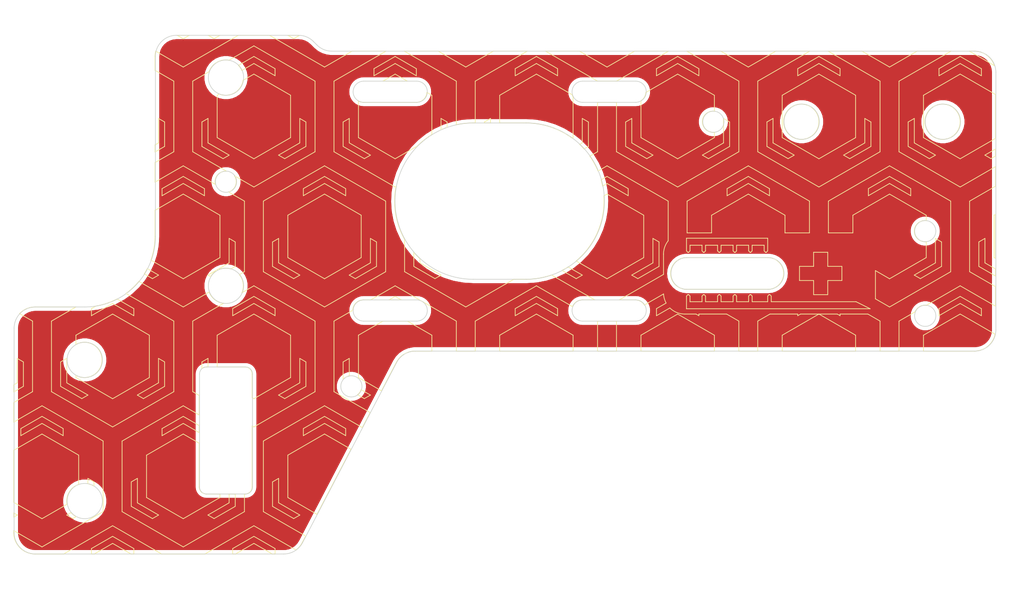
<source format=kicad_pcb>
(kicad_pcb (version 20171130) (host pcbnew 5.1.9+dfsg1-1+deb11u1)

  (general
    (thickness 1.6)
    (drawings 865)
    (tracks 0)
    (zones 0)
    (modules 0)
    (nets 1)
  )

  (page A4)
  (layers
    (0 F.Cu signal)
    (31 B.Cu signal)
    (32 B.Adhes user)
    (33 F.Adhes user)
    (34 B.Paste user)
    (35 F.Paste user)
    (36 B.SilkS user)
    (37 F.SilkS user)
    (38 B.Mask user)
    (39 F.Mask user)
    (40 Dwgs.User user)
    (41 Cmts.User user)
    (42 Eco1.User user)
    (43 Eco2.User user)
    (44 Edge.Cuts user)
    (45 Margin user)
    (46 B.CrtYd user)
    (47 F.CrtYd user)
    (48 B.Fab user)
    (49 F.Fab user)
  )

  (setup
    (last_trace_width 0.25)
    (trace_clearance 0.2)
    (zone_clearance 0.508)
    (zone_45_only no)
    (trace_min 0.2)
    (via_size 0.8)
    (via_drill 0.4)
    (via_min_size 0.4)
    (via_min_drill 0.3)
    (uvia_size 0.3)
    (uvia_drill 0.1)
    (uvias_allowed no)
    (uvia_min_size 0.2)
    (uvia_min_drill 0.1)
    (edge_width 0.05)
    (segment_width 0.2)
    (pcb_text_width 0.3)
    (pcb_text_size 1.5 1.5)
    (mod_edge_width 0.12)
    (mod_text_size 1 1)
    (mod_text_width 0.15)
    (pad_size 1.524 1.524)
    (pad_drill 0.762)
    (pad_to_mask_clearance 0)
    (aux_axis_origin 0 0)
    (visible_elements FFFFFF7F)
    (pcbplotparams
      (layerselection 0x010fc_ffffffff)
      (usegerberextensions true)
      (usegerberattributes false)
      (usegerberadvancedattributes false)
      (creategerberjobfile false)
      (excludeedgelayer true)
      (linewidth 0.100000)
      (plotframeref false)
      (viasonmask false)
      (mode 1)
      (useauxorigin false)
      (hpglpennumber 1)
      (hpglpenspeed 20)
      (hpglpendiameter 15.000000)
      (psnegative false)
      (psa4output false)
      (plotreference true)
      (plotvalue true)
      (plotinvisibletext false)
      (padsonsilk false)
      (subtractmaskfromsilk true)
      (outputformat 1)
      (mirror false)
      (drillshape 0)
      (scaleselection 1)
      (outputdirectory "gerber-test/"))
  )

  (net 0 "")

  (net_class Default "This is the default net class."
    (clearance 0.2)
    (trace_width 0.25)
    (via_dia 0.8)
    (via_drill 0.4)
    (uvia_dia 0.3)
    (uvia_drill 0.1)
  )

  (gr_line (start 98.30742 111.2859) (end 97.441391 110.7859) (layer F.SilkS) (width 0.1))
  (gr_line (start 98.30742 114.75) (end 98.30742 111.2859) (layer F.SilkS) (width 0.1))
  (gr_line (start 110.9462 70.5) (end 116.1424 73.5) (layer F.SilkS) (width 0.1))
  (gr_line (start 116.1424 73.5) (end 116.1424 79.5) (layer F.SilkS) (width 0.1))
  (gr_line (start 116.1424 79.5) (end 110.9462 82.5) (layer F.SilkS) (width 0.1))
  (gr_line (start 89.60645 132.5) (end 89.60645 122.5) (layer F.SilkS) (width 0.1))
  (gr_line (start 80.9462 137.5) (end 89.60645 132.5) (layer F.SilkS) (width 0.1))
  (gr_line (start 162.285899 81.5) (end 170.9462 86.5) (layer F.SilkS) (width 0.1))
  (gr_line (start 108.3074 97.75) (end 108.3074 94.2859) (layer F.SilkS) (width 0.1))
  (gr_line (start 107.6824 98.11085) (end 108.3074 97.75) (layer F.SilkS) (width 0.1))
  (gr_arc (start 106.9462 100.5) (end 107.682397 98.110855) (angle -75.7013) (layer F.SilkS) (width 0.1))
  (gr_line (start 104.44139 98.9821) (end 104.8129 99.1965) (layer F.SilkS) (width 0.1))
  (gr_line (start 169.6065 88.5) (end 160.9462 83.5) (layer F.SilkS) (width 0.1))
  (gr_line (start 160.9462 83.5) (end 159.6682 84.23784) (layer F.SilkS) (width 0.1))
  (gr_line (start 164.451 80.25) (end 164.451 76.7859) (layer F.SilkS) (width 0.1))
  (gr_line (start 167.451 81.98205) (end 164.451 80.25) (layer F.SilkS) (width 0.1))
  (gr_line (start 166.585 82.48205) (end 167.451 81.98205) (layer F.SilkS) (width 0.1))
  (gr_line (start 163.585 80.75) (end 166.585 82.48205) (layer F.SilkS) (width 0.1))
  (gr_line (start 173.9462 69.7321) (end 170.9462 68) (layer F.SilkS) (width 0.1))
  (gr_arc (start 86.9462 93.5) (end 96.366318 96.855798) (angle -19.6078) (layer F.SilkS) (width 0.1))
  (gr_line (start 182.2859 71.5) (end 182.2859 81.5) (layer F.SilkS) (width 0.1))
  (gr_line (start 205.7502 73.5) (end 210.9462 70.5) (layer F.SilkS) (width 0.1))
  (gr_line (start 210.9462 70.5) (end 215.9462 73.3868) (layer F.SilkS) (width 0.1))
  (gr_line (start 206.1422 94.23712) (end 206.1422 96.5) (layer F.SilkS) (width 0.1))
  (gr_line (start 188.1962 97.75) (end 188.1962 99.75) (layer F.SilkS) (width 0.1))
  (gr_line (start 197.4412 76.7859) (end 197.4412 80.25) (layer F.SilkS) (width 0.1))
  (gr_line (start 198.3072 77.2859) (end 197.4412 76.7859) (layer F.SilkS) (width 0.1))
  (gr_line (start 198.3072 80.75) (end 198.3072 77.2859) (layer F.SilkS) (width 0.1))
  (gr_line (start 203.5852 77.2859) (end 203.5852 80.75) (layer F.SilkS) (width 0.1))
  (gr_line (start 204.4512 76.7859) (end 203.5852 77.2859) (layer F.SilkS) (width 0.1))
  (gr_line (start 123.585 77.2859) (end 123.585 80.75) (layer F.SilkS) (width 0.1))
  (gr_line (start 124.451 76.7859) (end 123.585 77.2859) (layer F.SilkS) (width 0.1))
  (gr_line (start 124.451 80.25) (end 124.451 76.7859) (layer F.SilkS) (width 0.1))
  (gr_line (start 127.451 81.98205) (end 124.451 80.25) (layer F.SilkS) (width 0.1))
  (gr_line (start 126.585 82.48205) (end 127.451 81.98205) (layer F.SilkS) (width 0.1))
  (gr_line (start 159.6065 81.5) (end 159.6065 74.5) (layer F.SilkS) (width 0.1))
  (gr_line (start 103.1962 120.299) (end 103.1962 121.299) (layer F.SilkS) (width 0.1))
  (gr_arc (start 104.1962 113) (end 104.1962 112) (angle -37.677) (layer F.SilkS) (width 0.1))
  (gr_line (start 77.4414 110.7859) (end 77.4414 114.25) (layer F.SilkS) (width 0.1))
  (gr_line (start 214.4412 81.98205) (end 215.3072 82.48205) (layer F.SilkS) (width 0.1))
  (gr_line (start 215.9462 81.11325) (end 214.4412 81.98205) (layer F.SilkS) (width 0.1))
  (gr_line (start 108.3481 138.5) (end 110.9462 137) (layer F.SilkS) (width 0.1))
  (gr_line (start 179.6065 71.5) (end 172.2452 67.25) (layer F.SilkS) (width 0.1))
  (gr_line (start 137.4414 76.7859) (end 137.4414 78.3826) (layer F.SilkS) (width 0.1))
  (gr_line (start 87.45101 115.9821) (end 84.451 114.25) (layer F.SilkS) (width 0.1))
  (gr_line (start 86.585 116.4821) (end 87.45101 115.9821) (layer F.SilkS) (width 0.1))
  (gr_line (start 185.75 73.5) (end 190.9462 70.5) (layer F.SilkS) (width 0.1))
  (gr_line (start 190.9462 70.5) (end 196.1424 73.5) (layer F.SilkS) (width 0.1))
  (gr_line (start 177.9462 87.732051) (end 180.9462 86) (layer F.SilkS) (width 0.1))
  (gr_line (start 177.9462 86.73205) (end 177.9462 87.732051) (layer F.SilkS) (width 0.1))
  (gr_line (start 180.9462 85) (end 177.9462 86.73205) (layer F.SilkS) (width 0.1))
  (gr_line (start 123.9462 86.73205) (end 120.9462 85) (layer F.SilkS) (width 0.1))
  (gr_line (start 123.9462 87.732051) (end 123.9462 86.73205) (layer F.SilkS) (width 0.1))
  (gr_line (start 120.9462 86) (end 123.9462 87.732051) (layer F.SilkS) (width 0.1))
  (gr_line (start 117.9462 87.732051) (end 120.9462 86) (layer F.SilkS) (width 0.1))
  (gr_line (start 117.9462 86.73205) (end 117.9462 87.732051) (layer F.SilkS) (width 0.1))
  (gr_line (start 120.9462 85) (end 117.9462 86.73205) (layer F.SilkS) (width 0.1))
  (gr_line (start 125.3074 99.4821) (end 128.3074 97.75) (layer F.SilkS) (width 0.1))
  (gr_line (start 124.4414 98.9821) (end 125.3074 99.4821) (layer F.SilkS) (width 0.1))
  (gr_line (start 127.4414 97.25) (end 124.4414 98.9821) (layer F.SilkS) (width 0.1))
  (gr_line (start 127.4414 93.7859) (end 127.4414 97.25) (layer F.SilkS) (width 0.1))
  (gr_line (start 128.3074 94.2859) (end 127.4414 93.7859) (layer F.SilkS) (width 0.1))
  (gr_line (start 128.3074 97.75) (end 128.3074 94.2859) (layer F.SilkS) (width 0.1))
  (gr_line (start 113.585 94.2859) (end 113.585 97.75) (layer F.SilkS) (width 0.1))
  (gr_line (start 114.451 93.7859) (end 113.585 94.2859) (layer F.SilkS) (width 0.1))
  (gr_line (start 114.451 97.25) (end 114.451 93.7859) (layer F.SilkS) (width 0.1))
  (gr_line (start 117.451 98.9821) (end 114.451 97.25) (layer F.SilkS) (width 0.1))
  (gr_line (start 116.585 99.4821) (end 117.451 98.9821) (layer F.SilkS) (width 0.1))
  (gr_line (start 113.585 97.75) (end 116.585 99.4821) (layer F.SilkS) (width 0.1))
  (gr_line (start 88.34812 138.5) (end 90.9462 137) (layer F.SilkS) (width 0.1))
  (gr_line (start 162.6783 102.5) (end 168.9462 98.8812) (layer F.SilkS) (width 0.1))
  (gr_line (start 168.9462 96) (end 168.9462 98.8812) (layer F.SilkS) (width 0.1))
  (gr_line (start 215.9462 90.38675) (end 215.9462 96.61325) (layer F.SilkS) (width 0.1))
  (gr_line (start 213.5852 97.75) (end 215.9462 99.1132) (layer F.SilkS) (width 0.1))
  (gr_line (start 187.9462 104.7321) (end 188.3481 104.5) (layer F.SilkS) (width 0.1))
  (gr_line (start 187.9462 104.5) (end 187.9462 104.7321) (layer F.SilkS) (width 0.1))
  (gr_line (start 137.451 98.9821) (end 134.451 97.25) (layer F.SilkS) (width 0.1))
  (gr_line (start 136.585 99.4821) (end 137.451 98.9821) (layer F.SilkS) (width 0.1))
  (gr_line (start 133.585 97.75) (end 136.585 99.4821) (layer F.SilkS) (width 0.1))
  (gr_line (start 178.7962 102.75) (end 178.7962 101.95) (layer F.SilkS) (width 0.1))
  (gr_line (start 177.0962 102.75) (end 178.7962 102.75) (layer F.SilkS) (width 0.1))
  (gr_line (start 200.9462 99.5) (end 198.9462 98.3453) (layer F.SilkS) (width 0.1))
  (gr_line (start 198.9462 98.3453) (end 198.9462 102.3453) (layer F.SilkS) (width 0.1))
  (gr_line (start 172.1962 103.75) (end 172.1962 101.95) (layer F.SilkS) (width 0.1))
  (gr_line (start 198.1962 103.75) (end 172.1962 103.75) (layer F.SilkS) (width 0.1))
  (gr_line (start 112.2859 98.5) (end 120.9462 103.5) (layer F.SilkS) (width 0.1))
  (gr_line (start 139.6065 77.675) (end 139.6065 71.5) (layer F.SilkS) (width 0.1))
  (gr_line (start 139.6065 71.5) (end 132.2452 67.25) (layer F.SilkS) (width 0.1))
  (gr_line (start 147.9462 103.7321) (end 147.9462 104.7321) (layer F.SilkS) (width 0.1))
  (gr_line (start 150.9462 102) (end 147.9462 103.7321) (layer F.SilkS) (width 0.1))
  (gr_line (start 123.9462 120.7321) (end 120.9462 119) (layer F.SilkS) (width 0.1))
  (gr_line (start 123.9462 121.7321) (end 123.9462 120.7321) (layer F.SilkS) (width 0.1))
  (gr_line (start 120.9462 120) (end 123.9462 121.7321) (layer F.SilkS) (width 0.1))
  (gr_line (start 172.1962 101) (end 183.6962 101) (layer F.SilkS) (width 0.1))
  (gr_line (start 181.2962 101.75) (end 181.4962 101.95) (layer F.SilkS) (width 0.1))
  (gr_line (start 130.9462 82.5) (end 125.75 79.5) (layer F.SilkS) (width 0.1))
  (gr_line (start 125.75 79.5) (end 125.75 74.3287) (layer F.SilkS) (width 0.1))
  (gr_arc (start 126.4462 73) (end 125.750049 74.328675) (angle -27.652) (layer F.SilkS) (width 0.1))
  (gr_line (start 120.9462 69.5) (end 124.8433 67.25) (layer F.SilkS) (width 0.1))
  (gr_line (start 122.2859 105.5) (end 122.2859 115.5) (layer F.SilkS) (width 0.1))
  (gr_line (start 183.9462 86.73205) (end 180.9462 85) (layer F.SilkS) (width 0.1))
  (gr_line (start 183.9462 87.732051) (end 183.9462 86.73205) (layer F.SilkS) (width 0.1))
  (gr_line (start 180.9462 86) (end 183.9462 87.732051) (layer F.SilkS) (width 0.1))
  (gr_line (start 88.30742 128.9031) (end 88.30742 128.2859) (layer F.SilkS) (width 0.1))
  (gr_arc (start 86.9462 131) (end 88.307417 128.903076) (angle -21.5651) (layer F.SilkS) (width 0.1))
  (gr_line (start 110.9462 120.5) (end 119.6065 115.5) (layer F.SilkS) (width 0.1))
  (gr_line (start 105.307419 133.4821) (end 108.3074 131.75) (layer F.SilkS) (width 0.1))
  (gr_line (start 104.44139 132.9821) (end 105.307419 133.4821) (layer F.SilkS) (width 0.1))
  (gr_arc (start 106.9462 71) (end 107.407686 68.542964) (angle -81.2745) (layer F.SilkS) (width 0.1))
  (gr_line (start 158.5086 82.13383) (end 159.6065 81.5) (layer F.SilkS) (width 0.1))
  (gr_line (start 76.9462 135.5) (end 76.9462 135.1906) (layer F.SilkS) (width 0.1))
  (gr_line (start 164.4414 98.9821) (end 165.3074 99.4821) (layer F.SilkS) (width 0.1))
  (gr_line (start 167.4414 97.25) (end 164.4414 98.9821) (layer F.SilkS) (width 0.1))
  (gr_line (start 167.4414 93.7859) (end 167.4414 97.25) (layer F.SilkS) (width 0.1))
  (gr_line (start 168.3074 94.2859) (end 167.4414 93.7859) (layer F.SilkS) (width 0.1))
  (gr_line (start 168.3074 97.75) (end 168.3074 94.2859) (layer F.SilkS) (width 0.1))
  (gr_arc (start 126.4462 104) (end 126.4462 102.5) (angle -88.619) (layer F.SilkS) (width 0.1))
  (gr_line (start 113.152 65) (end 120.9462 69.5) (layer F.SilkS) (width 0.1))
  (gr_line (start 99.60645 71.5) (end 96.9462 69.9641) (layer F.SilkS) (width 0.1))
  (gr_line (start 85.75 103.5) (end 82.2859 105.5) (layer F.SilkS) (width 0.1))
  (gr_line (start 87.9462 104.7321) (end 90.9462 103) (layer F.SilkS) (width 0.1))
  (gr_line (start 115.75 130.5) (end 115.75 124.5) (layer F.SilkS) (width 0.1))
  (gr_line (start 174.3962 102.75) (end 174.3962 101.95) (layer F.SilkS) (width 0.1))
  (gr_line (start 172.6962 102.75) (end 174.3962 102.75) (layer F.SilkS) (width 0.1))
  (gr_line (start 205.7502 107.5) (end 210.9462 104.5) (layer F.SilkS) (width 0.1))
  (gr_line (start 210.9462 104.5) (end 215.8852 107.3516) (layer F.SilkS) (width 0.1))
  (gr_line (start 103.1962 118.799) (end 100.9462 117.5) (layer F.SilkS) (width 0.1))
  (gr_line (start 107.4414 131.25) (end 104.44139 132.9821) (layer F.SilkS) (width 0.1))
  (gr_line (start 107.4414 130) (end 107.4414 131.25) (layer F.SilkS) (width 0.1))
  (gr_line (start 109.6962 112) (end 105.75005 112) (layer F.SilkS) (width 0.1))
  (gr_line (start 105.75005 112) (end 105.75005 107.5) (layer F.SilkS) (width 0.1))
  (gr_arc (start 171.9462 96) (end 169.606448 94.122352) (angle -38.747) (layer F.SilkS) (width 0.1))
  (gr_line (start 169.6065 94.12234) (end 169.6065 88.5) (layer F.SilkS) (width 0.1))
  (gr_line (start 215.9462 100.6132) (end 215.9462 103.3868) (layer F.SilkS) (width 0.1))
  (gr_line (start 123.585 80.75) (end 126.585 82.48205) (layer F.SilkS) (width 0.1))
  (gr_line (start 133.9462 69.7321) (end 130.9462 68) (layer F.SilkS) (width 0.1))
  (gr_line (start 133.9462 70.7321) (end 133.9462 69.7321) (layer F.SilkS) (width 0.1))
  (gr_line (start 130.9462 69) (end 133.9462 70.7321) (layer F.SilkS) (width 0.1))
  (gr_line (start 127.9462 70.7321) (end 130.9462 69) (layer F.SilkS) (width 0.1))
  (gr_line (start 126.4462 102.5) (end 127.4821 102.5) (layer F.SilkS) (width 0.1))
  (gr_line (start 76.9462 131.1906) (end 76.9462 123.8094) (layer F.SilkS) (width 0.1))
  (gr_line (start 139.6065 109.75) (end 139.6065 105.5) (layer F.SilkS) (width 0.1))
  (gr_line (start 132.6783 105.5) (end 136.1424 107.5) (layer F.SilkS) (width 0.1))
  (gr_line (start 100.9462 137.5) (end 109.6065 132.5) (layer F.SilkS) (width 0.1))
  (gr_line (start 97.451008 98.9821) (end 95.84782 98.05645) (layer F.SilkS) (width 0.1))
  (gr_line (start 99.60645 105.5) (end 92.828651 101.5868) (layer F.SilkS) (width 0.1))
  (gr_line (start 115.75 65) (end 117.2036 65) (layer F.SilkS) (width 0.1))
  (gr_line (start 122.2859 81.5) (end 130.9462 86.5) (layer F.SilkS) (width 0.1))
  (gr_line (start 92.28595 122.5) (end 92.28595 132.5) (layer F.SilkS) (width 0.1))
  (gr_line (start 94.65614 99.8684) (end 100.9462 103.5) (layer F.SilkS) (width 0.1))
  (gr_line (start 101.81223 65) (end 100.9462 65.5) (layer F.SilkS) (width 0.1))
  (gr_arc (start 212.9462 106.75) (end 212.9462 109.75) (angle -78.4324) (layer F.SilkS) (width 0.1))
  (gr_line (start 212.9462 109.75) (end 205.7502 109.75) (layer F.SilkS) (width 0.1))
  (gr_line (start 209.6472 67.25) (end 202.2862 71.5) (layer F.SilkS) (width 0.1))
  (gr_line (start 112.2859 132.5) (end 118.2731 135.9567) (layer F.SilkS) (width 0.1))
  (gr_line (start 136.1424 107.5) (end 136.1424 109.75) (layer F.SilkS) (width 0.1))
  (gr_line (start 96.9462 89.8094) (end 100.9462 87.5) (layer F.SilkS) (width 0.1))
  (gr_line (start 82.2859 115.5) (end 90.9462 120.5) (layer F.SilkS) (width 0.1))
  (gr_line (start 192.1962 95.75) (end 190.1962 95.75) (layer F.SilkS) (width 0.1))
  (gr_line (start 190.1962 95.75) (end 190.1962 97.75) (layer F.SilkS) (width 0.1))
  (gr_line (start 99.60645 115.5) (end 99.60645 105.5) (layer F.SilkS) (width 0.1))
  (gr_line (start 136.1424 73.5) (end 136.1424 79.06756) (layer F.SilkS) (width 0.1))
  (gr_arc (start 141.9462 88.5) (end 136.142397 79.06753) (angle -13.425) (layer F.SilkS) (width 0.1))
  (gr_line (start 134.111 80.67282) (end 130.9462 82.5) (layer F.SilkS) (width 0.1))
  (gr_arc (start 79.9462 106.5) (end 79.9462 103.5) (angle -46.582) (layer F.SilkS) (width 0.1))
  (gr_line (start 100.9462 85) (end 97.9462 86.73205) (layer F.SilkS) (width 0.1))
  (gr_line (start 95.30742 116.4821) (end 98.30742 114.75) (layer F.SilkS) (width 0.1))
  (gr_line (start 94.44139 115.9821) (end 95.30742 116.4821) (layer F.SilkS) (width 0.1))
  (gr_line (start 97.441391 114.25) (end 94.44139 115.9821) (layer F.SilkS) (width 0.1))
  (gr_line (start 97.441391 110.7859) (end 97.441391 114.25) (layer F.SilkS) (width 0.1))
  (gr_line (start 108.8821 98.9182) (end 109.6065 98.5) (layer F.SilkS) (width 0.1))
  (gr_line (start 123.585 111.2859) (end 123.585 113.7424) (layer F.SilkS) (width 0.1))
  (gr_line (start 126.585 116.4821) (end 127.451 115.9821) (layer F.SilkS) (width 0.1))
  (gr_line (start 194.1962 97.75) (end 192.1962 97.75) (layer F.SilkS) (width 0.1))
  (gr_line (start 192.1962 97.75) (end 192.1962 95.75) (layer F.SilkS) (width 0.1))
  (gr_line (start 209.6062 98.5) (end 209.6062 88.5) (layer F.SilkS) (width 0.1))
  (gr_line (start 209.6062 88.5) (end 200.9462 83.5) (layer F.SilkS) (width 0.1))
  (gr_line (start 197.0492 67.25) (end 200.9462 69.5) (layer F.SilkS) (width 0.1))
  (gr_line (start 160.9462 69.5) (end 164.8433 67.25) (layer F.SilkS) (width 0.1))
  (gr_line (start 164.8433 67.25) (end 169.6472 67.25) (layer F.SilkS) (width 0.1))
  (gr_line (start 196.1424 107.5) (end 196.1424 109.75) (layer F.SilkS) (width 0.1))
  (gr_line (start 196.1424 109.75) (end 185.75 109.75) (layer F.SilkS) (width 0.1))
  (gr_line (start 213.9462 103.7321) (end 210.9462 102) (layer F.SilkS) (width 0.1))
  (gr_line (start 213.9462 104.7321) (end 213.9462 103.7321) (layer F.SilkS) (width 0.1))
  (gr_line (start 210.9462 103) (end 213.9462 104.7321) (layer F.SilkS) (width 0.1))
  (gr_line (start 207.9462 104.7321) (end 210.9462 103) (layer F.SilkS) (width 0.1))
  (gr_line (start 207.9462 103.7321) (end 207.9462 104.7321) (layer F.SilkS) (width 0.1))
  (gr_line (start 95.75005 124.5) (end 100.9462 121.5) (layer F.SilkS) (width 0.1))
  (gr_line (start 100.9462 121.5) (end 103.1962 122.799) (layer F.SilkS) (width 0.1))
  (gr_line (start 97.441391 76.7859) (end 97.441391 80.25) (layer F.SilkS) (width 0.1))
  (gr_line (start 189.6472 67.25) (end 182.2859 71.5) (layer F.SilkS) (width 0.1))
  (gr_line (start 181.1962 101.75) (end 181.2962 101.75) (layer F.SilkS) (width 0.1))
  (gr_line (start 180.9962 101.95) (end 181.1962 101.75) (layer F.SilkS) (width 0.1))
  (gr_line (start 214.4512 97.25) (end 214.4512 93.7859) (layer F.SilkS) (width 0.1))
  (gr_line (start 215.9462 98.11325) (end 214.4512 97.25) (layer F.SilkS) (width 0.1))
  (gr_line (start 106.14235 96.5) (end 100.9462 99.5) (layer F.SilkS) (width 0.1))
  (gr_line (start 150.9462 70.5) (end 156.0067 73.4217) (layer F.SilkS) (width 0.1))
  (gr_arc (start 157.4462 73) (end 156.00669 73.421679) (angle -13.304) (layer F.SilkS) (width 0.1))
  (gr_line (start 114.451 131.25) (end 114.451 127.7859) (layer F.SilkS) (width 0.1))
  (gr_line (start 117.451 132.9821) (end 114.451 131.25) (layer F.SilkS) (width 0.1))
  (gr_line (start 116.585 133.4821) (end 117.451 132.9821) (layer F.SilkS) (width 0.1))
  (gr_line (start 113.585 131.75) (end 116.585 133.4821) (layer F.SilkS) (width 0.1))
  (gr_line (start 83.9462 120.7321) (end 80.9462 119) (layer F.SilkS) (width 0.1))
  (gr_line (start 162.285899 74.5) (end 162.285899 81.5) (layer F.SilkS) (width 0.1))
  (gr_line (start 125.75 107.5) (end 129.214099 105.5) (layer F.SilkS) (width 0.1))
  (gr_line (start 174.8962 95.55) (end 174.8962 94.75) (layer F.SilkS) (width 0.1))
  (gr_line (start 176.5962 94.75) (end 174.8962 94.75) (layer F.SilkS) (width 0.1))
  (gr_arc (start 171.9462 101.5) (end 168.950076 101.652458) (angle -25.808) (layer F.SilkS) (width 0.1))
  (gr_line (start 168.9501 101.6525) (end 166.2294 103.2232) (layer F.SilkS) (width 0.1))
  (gr_line (start 96.9462 81.5359) (end 98.30742 80.75) (layer F.SilkS) (width 0.1))
  (gr_arc (start 86.9462 93.5) (end 92.828641 101.586834) (angle -14.4107) (layer F.SilkS) (width 0.1))
  (gr_line (start 158.3074 77.2859) (end 157.4414 76.7859) (layer F.SilkS) (width 0.1))
  (gr_line (start 158.3074 80.75) (end 158.3074 77.2859) (layer F.SilkS) (width 0.1))
  (gr_line (start 157.6912 81.10575) (end 158.3074 80.75) (layer F.SilkS) (width 0.1))
  (gr_line (start 119.6065 115.5) (end 119.6065 105.5) (layer F.SilkS) (width 0.1))
  (gr_line (start 98.30742 77.2859) (end 97.441391 76.7859) (layer F.SilkS) (width 0.1))
  (gr_line (start 76.9462 133.2735) (end 77.451 132.9821) (layer F.SilkS) (width 0.1))
  (gr_line (start 85.3074 133.4821) (end 85.7781 133.2103) (layer F.SilkS) (width 0.1))
  (gr_line (start 88.30742 128.2859) (end 87.44139 127.7859) (layer F.SilkS) (width 0.1))
  (gr_line (start 190.9462 86.5) (end 199.6062 81.5) (layer F.SilkS) (width 0.1))
  (gr_line (start 178.9962 95.75) (end 179.0962 95.75) (layer F.SilkS) (width 0.1))
  (gr_line (start 179.0962 95.75) (end 179.2962 95.55) (layer F.SilkS) (width 0.1))
  (gr_line (start 183.6962 93.75) (end 183.6962 95.55) (layer F.SilkS) (width 0.1))
  (gr_line (start 172.1962 93.75) (end 183.6962 93.75) (layer F.SilkS) (width 0.1))
  (gr_line (start 82.2859 105.5) (end 82.2859 115.5) (layer F.SilkS) (width 0.1))
  (gr_line (start 210.9462 100.5) (end 206.1572 103.2649) (layer F.SilkS) (width 0.1))
  (gr_line (start 215.9462 73.3868) (end 215.9462 79.61325) (layer F.SilkS) (width 0.1))
  (gr_line (start 215.3072 82.48205) (end 215.9462 82.11325) (layer F.SilkS) (width 0.1))
  (gr_line (start 85.75 113.5) (end 85.75 113.1953) (layer F.SilkS) (width 0.1))
  (gr_arc (start 86.9462 111) (end 85.750046 113.19527) (angle -118.585) (layer F.SilkS) (width 0.1))
  (gr_arc (start 86.9462 111) (end 89.4462 111) (angle -118.585) (layer F.SilkS) (width 0.1))
  (gr_line (start 180.9962 102.75) (end 180.9962 101.95) (layer F.SilkS) (width 0.1))
  (gr_line (start 179.2962 102.75) (end 180.9962 102.75) (layer F.SilkS) (width 0.1))
  (gr_line (start 120.9462 117.5) (end 112.2859 122.5) (layer F.SilkS) (width 0.1))
  (gr_line (start 156.1424 73.7416) (end 156.1424 79.5) (layer F.SilkS) (width 0.1))
  (gr_line (start 176.1424 79.5) (end 170.9462 82.5) (layer F.SilkS) (width 0.1))
  (gr_arc (start 133.7648 112.75) (end 133.7648 109.75) (angle -62.447) (layer F.SilkS) (width 0.1))
  (gr_line (start 87.9462 103.7321) (end 87.9462 104.7321) (layer F.SilkS) (width 0.1))
  (gr_line (start 166.1424 90.5) (end 166.1424 96.5) (layer F.SilkS) (width 0.1))
  (gr_line (start 166.1424 96.5) (end 160.9462 99.5) (layer F.SilkS) (width 0.1))
  (gr_line (start 160.9462 99.5) (end 156.5745 96.97601) (layer F.SilkS) (width 0.1))
  (gr_line (start 100.9462 99.5) (end 96.366316 96.8558) (layer F.SilkS) (width 0.1))
  (gr_line (start 76.9462 123.8094) (end 80.9462 121.5) (layer F.SilkS) (width 0.1))
  (gr_line (start 199.6062 105.5) (end 197.8742 104.5) (layer F.SilkS) (width 0.1))
  (gr_line (start 193.9462 104.5) (end 197.8742 104.5) (layer F.SilkS) (width 0.1))
  (gr_line (start 78.3074 114.75) (end 78.3074 111.2859) (layer F.SilkS) (width 0.1))
  (gr_line (start 77.451 132.9821) (end 76.9462 132.6906) (layer F.SilkS) (width 0.1))
  (gr_line (start 109.6065 130) (end 109.6962 130) (layer F.SilkS) (width 0.1))
  (gr_line (start 103.9462 86.73205) (end 100.9462 85) (layer F.SilkS) (width 0.1))
  (gr_line (start 103.9462 87.732051) (end 103.9462 86.73205) (layer F.SilkS) (width 0.1))
  (gr_line (start 100.9462 86) (end 103.9462 87.732051) (layer F.SilkS) (width 0.1))
  (gr_line (start 97.9462 87.732051) (end 100.9462 86) (layer F.SilkS) (width 0.1))
  (gr_line (start 97.9462 86.73205) (end 97.9462 87.732051) (layer F.SilkS) (width 0.1))
  (gr_line (start 190.9462 104.5) (end 193.5443 104.5) (layer F.SilkS) (width 0.1))
  (gr_line (start 188.3481 104.5) (end 190.9462 104.5) (layer F.SilkS) (width 0.1))
  (gr_line (start 178.3074 80.75) (end 178.3074 77.2859) (layer F.SilkS) (width 0.1))
  (gr_line (start 175.3074 82.48205) (end 178.3074 80.75) (layer F.SilkS) (width 0.1))
  (gr_line (start 130.9462 102) (end 130.0802 102.5) (layer F.SilkS) (width 0.1))
  (gr_line (start 124.451 110.7859) (end 123.585 111.2859) (layer F.SilkS) (width 0.1))
  (gr_line (start 84.4414 132.9821) (end 85.3074 133.4821) (layer F.SilkS) (width 0.1))
  (gr_line (start 85.0508 132.6302) (end 84.4414 132.9821) (layer F.SilkS) (width 0.1))
  (gr_arc (start 86.9462 131) (end 85.050808 132.630179) (angle -21.446) (layer F.SilkS) (width 0.1))
  (gr_line (start 110.6962 129) (end 110.6962 120.3557) (layer F.SilkS) (width 0.1))
  (gr_line (start 83.9462 121.7321) (end 83.9462 120.7321) (layer F.SilkS) (width 0.1))
  (gr_line (start 80.9462 120) (end 83.9462 121.7321) (layer F.SilkS) (width 0.1))
  (gr_line (start 77.9462 121.7321) (end 80.9462 120) (layer F.SilkS) (width 0.1))
  (gr_line (start 77.9462 120.7321) (end 77.9462 121.7321) (layer F.SilkS) (width 0.1))
  (gr_line (start 80.9462 119) (end 77.9462 120.7321) (layer F.SilkS) (width 0.1))
  (gr_line (start 110.9462 102) (end 107.9462 103.7321) (layer F.SilkS) (width 0.1))
  (gr_line (start 115.3074 116.4821) (end 118.3074 114.75) (layer F.SilkS) (width 0.1))
  (gr_line (start 114.4414 115.9821) (end 115.3074 116.4821) (layer F.SilkS) (width 0.1))
  (gr_line (start 117.4414 114.25) (end 114.4414 115.9821) (layer F.SilkS) (width 0.1))
  (gr_line (start 117.4414 110.7859) (end 117.4414 114.25) (layer F.SilkS) (width 0.1))
  (gr_line (start 124.451 113.2702) (end 124.451 110.7859) (layer F.SilkS) (width 0.1))
  (gr_arc (start 124.6962 114.75) (end 124.451009 113.270175) (angle -38.3932) (layer F.SilkS) (width 0.1))
  (gr_arc (start 86.9462 93.5) (end 88.581199 103.365433) (angle -18.1699) (layer F.SilkS) (width 0.1))
  (gr_arc (start 175.9462 77.25) (end 177.4462 77.25) (angle -4.58941) (layer F.SilkS) (width 0.1))
  (gr_circle (center 188.4462 77.25) (end 190.9462 77.25) (layer F.SilkS) (width 0.1))
  (gr_line (start 127.451 115.9821) (end 126.1223 115.2149) (layer F.SilkS) (width 0.1))
  (gr_line (start 156.1424 79.5) (end 156.0075 79.57785) (layer F.SilkS) (width 0.1))
  (gr_line (start 177.4414 76.7859) (end 177.4414 77.13) (layer F.SilkS) (width 0.1))
  (gr_line (start 178.3074 77.2859) (end 177.4414 76.7859) (layer F.SilkS) (width 0.1))
  (gr_line (start 76.9462 133.2735) (end 76.9462 132.6906) (layer F.SilkS) (width 0.1))
  (gr_line (start 90.9462 134.5) (end 84.018 138.5) (layer F.SilkS) (width 0.1))
  (gr_line (start 210.9462 82.5) (end 205.7502 79.5) (layer F.SilkS) (width 0.1))
  (gr_line (start 205.7502 79.5) (end 205.7502 73.5) (layer F.SilkS) (width 0.1))
  (gr_line (start 185.75 109.75) (end 185.75 107.5) (layer F.SilkS) (width 0.1))
  (gr_line (start 185.75 107.5) (end 190.9462 104.5) (layer F.SilkS) (width 0.1))
  (gr_arc (start 149.4462 88.5) (end 157.691244 81.105755) (angle -4.6228) (layer F.SilkS) (width 0.1))
  (gr_line (start 157.4414 80.25) (end 157.0685 80.4653) (layer F.SilkS) (width 0.1))
  (gr_line (start 163.9462 86.73205) (end 160.9462 85) (layer F.SilkS) (width 0.1))
  (gr_arc (start 86.9462 131) (end 86.142354 128.632758) (angle -81.734) (layer F.SilkS) (width 0.1))
  (gr_line (start 183.8962 101.75) (end 183.9962 101.75) (layer F.SilkS) (width 0.1))
  (gr_line (start 183.8962 101.75) (end 183.6962 101.95) (layer F.SilkS) (width 0.1))
  (gr_line (start 159.6065 74.5) (end 162.285899 74.5) (layer F.SilkS) (width 0.1))
  (gr_line (start 88.5812 103.3654) (end 87.9462 103.7321) (layer F.SilkS) (width 0.1))
  (gr_line (start 175.75 90.5) (end 180.9462 87.5) (layer F.SilkS) (width 0.1))
  (gr_line (start 180.9462 87.5) (end 186.1424 90.5) (layer F.SilkS) (width 0.1))
  (gr_line (start 150.9462 104.5) (end 156.1424 107.5) (layer F.SilkS) (width 0.1))
  (gr_line (start 104.5876 70.1711) (end 102.28595 71.5) (layer F.SilkS) (width 0.1))
  (gr_line (start 138.3074 77.2859) (end 137.4414 76.7859) (layer F.SilkS) (width 0.1))
  (gr_line (start 138.3074 78.0398) (end 138.3074 77.2859) (layer F.SilkS) (width 0.1))
  (gr_arc (start 141.9462 88.5) (end 138.30747 78.039825) (angle -4.82) (layer F.SilkS) (width 0.1))
  (gr_line (start 192.2452 67.25) (end 197.0492 67.25) (layer F.SilkS) (width 0.1))
  (gr_line (start 76.9462 115.5359) (end 78.3074 114.75) (layer F.SilkS) (width 0.1))
  (gr_line (start 180.9462 83.5) (end 172.2859 88.5) (layer F.SilkS) (width 0.1))
  (gr_line (start 172.4962 95.75) (end 172.6962 95.55) (layer F.SilkS) (width 0.1))
  (gr_line (start 119.6065 81.5) (end 119.6065 71.5) (layer F.SilkS) (width 0.1))
  (gr_line (start 176.7962 95.75) (end 176.8962 95.75) (layer F.SilkS) (width 0.1))
  (gr_line (start 176.8962 95.75) (end 177.0962 95.55) (layer F.SilkS) (width 0.1))
  (gr_arc (start 164.9462 104) (end 166.229414 103.223237) (angle -58.8124) (layer F.SilkS) (width 0.1))
  (gr_line (start 162.6783 102.5) (end 164.9462 102.5) (layer F.SilkS) (width 0.1))
  (gr_line (start 176.5962 102.75) (end 176.5962 101.95) (layer F.SilkS) (width 0.1))
  (gr_line (start 174.8962 102.75) (end 176.5962 102.75) (layer F.SilkS) (width 0.1))
  (gr_line (start 202.2862 71.5) (end 202.2862 81.5) (layer F.SilkS) (width 0.1))
  (gr_line (start 85.75 108.8047) (end 85.75 107.5) (layer F.SilkS) (width 0.1))
  (gr_line (start 85.75 107.5) (end 90.9462 104.5) (layer F.SilkS) (width 0.1))
  (gr_line (start 90.9462 104.5) (end 96.142352 107.5) (layer F.SilkS) (width 0.1))
  (gr_line (start 103.58498 111.2859) (end 103.58498 112.2085) (layer F.SilkS) (width 0.1))
  (gr_line (start 104.45101 110.7859) (end 103.58498 111.2859) (layer F.SilkS) (width 0.1))
  (gr_line (start 202.2862 109.75) (end 199.6062 109.75) (layer F.SilkS) (width 0.1))
  (gr_line (start 215.9462 83.61325) (end 215.9462 86.38675) (layer F.SilkS) (width 0.1))
  (gr_line (start 179.2962 95.55) (end 179.2962 94.75) (layer F.SilkS) (width 0.1))
  (gr_line (start 180.9962 94.75) (end 179.2962 94.75) (layer F.SilkS) (width 0.1))
  (gr_line (start 215.9462 86.38675) (end 212.2862 88.5) (layer F.SilkS) (width 0.1))
  (gr_arc (start 106.9462 100.5) (end 109.245238 101.48205) (angle -23.1301) (layer F.SilkS) (width 0.1))
  (gr_line (start 183.6962 102.75) (end 183.6962 101.95) (layer F.SilkS) (width 0.1))
  (gr_line (start 181.4962 102.75) (end 183.6962 102.75) (layer F.SilkS) (width 0.1))
  (gr_line (start 140.9462 69.5) (end 144.8433 67.25) (layer F.SilkS) (width 0.1))
  (gr_line (start 144.8433 67.25) (end 149.6472 67.25) (layer F.SilkS) (width 0.1))
  (gr_line (start 76.9462 117.0359) (end 79.6065 115.5) (layer F.SilkS) (width 0.1))
  (gr_circle (center 208.4462 77.25) (end 210.9462 77.25) (layer F.SilkS) (width 0.1))
  (gr_line (start 215.9462 79.61325) (end 210.9462 82.5) (layer F.SilkS) (width 0.1))
  (gr_arc (start 149.4462 88.5) (end 160.313517 86.365278) (angle -4.6752) (layer F.SilkS) (width 0.1))
  (gr_line (start 160.9462 85) (end 160.1034 85.48661) (layer F.SilkS) (width 0.1))
  (gr_line (start 160.9462 87.5) (end 166.1424 90.5) (layer F.SilkS) (width 0.1))
  (gr_line (start 167.9462 103.7321) (end 167.9462 104.7321) (layer F.SilkS) (width 0.1))
  (gr_line (start 169.3153 102.9416) (end 167.9462 103.7321) (layer F.SilkS) (width 0.1))
  (gr_line (start 90.9462 137) (end 93.54428 138.5) (layer F.SilkS) (width 0.1))
  (gr_line (start 180.9462 69.5) (end 184.8433 67.25) (layer F.SilkS) (width 0.1))
  (gr_line (start 204.8432 67.25) (end 209.6472 67.25) (layer F.SilkS) (width 0.1))
  (gr_line (start 110.9462 66.5) (end 107.4077 68.543) (layer F.SilkS) (width 0.1))
  (gr_line (start 176.5962 94.75) (end 176.5962 95.55) (layer F.SilkS) (width 0.1))
  (gr_line (start 176.5962 95.55) (end 176.7962 95.75) (layer F.SilkS) (width 0.1))
  (gr_line (start 84.451 110.845) (end 84.451 110.7859) (layer F.SilkS) (width 0.1))
  (gr_arc (start 86.9462 111) (end 84.451011 110.844983) (angle -7.11) (layer F.SilkS) (width 0.1))
  (gr_line (start 84.451 114.25) (end 84.451 111.155) (layer F.SilkS) (width 0.1))
  (gr_line (start 119.877 132.8827) (end 115.75 130.5) (layer F.SilkS) (width 0.1))
  (gr_line (start 88.34812 138.5) (end 87.9462 138.5) (layer F.SilkS) (width 0.1))
  (gr_line (start 96.9462 83.0359) (end 99.60645 81.5) (layer F.SilkS) (width 0.1))
  (gr_line (start 104.47248 65) (end 105.307419 65.4821) (layer F.SilkS) (width 0.1))
  (gr_line (start 113.9462 138.5) (end 113.544299 138.5) (layer F.SilkS) (width 0.1))
  (gr_line (start 189.6065 93) (end 189.6065 88.5) (layer F.SilkS) (width 0.1))
  (gr_line (start 189.6065 88.5) (end 180.9462 83.5) (layer F.SilkS) (width 0.1))
  (gr_line (start 182.2859 81.5) (end 190.9462 86.5) (layer F.SilkS) (width 0.1))
  (gr_line (start 108.7404 65) (end 113.152 65) (layer F.SilkS) (width 0.1))
  (gr_line (start 177.4414 77.37) (end 177.4414 80.25) (layer F.SilkS) (width 0.1))
  (gr_arc (start 175.9462 77.25) (end 177.44139 77.370023) (angle -4.58941) (layer F.SilkS) (width 0.1))
  (gr_line (start 129.6065 98.5) (end 129.6065 88.5) (layer F.SilkS) (width 0.1))
  (gr_line (start 172.6962 95.55) (end 172.6962 94.75) (layer F.SilkS) (width 0.1))
  (gr_line (start 174.3962 94.75) (end 172.6962 94.75) (layer F.SilkS) (width 0.1))
  (gr_line (start 116.1424 107.5) (end 116.1424 113.5) (layer F.SilkS) (width 0.1))
  (gr_line (start 116.1424 113.5) (end 110.9462 116.5) (layer F.SilkS) (width 0.1))
  (gr_line (start 97.042453 67.2462) (end 100.9462 69.5) (layer F.SilkS) (width 0.1))
  (gr_line (start 154.5698 98.31858) (end 156.585 99.4821) (layer F.SilkS) (width 0.1))
  (gr_arc (start 149.4462 88.5) (end 154.569784 98.318579) (angle -5.1679) (layer F.SilkS) (width 0.1))
  (gr_line (start 157.451 98.9821) (end 155.4334 97.81716) (layer F.SilkS) (width 0.1))
  (gr_line (start 183.1962 95.55) (end 183.1962 94.75) (layer F.SilkS) (width 0.1))
  (gr_line (start 183.3962 95.75) (end 183.1962 95.55) (layer F.SilkS) (width 0.1))
  (gr_line (start 107.9462 137.7321) (end 107.9462 138.5) (layer F.SilkS) (width 0.1))
  (gr_line (start 108.3481 138.5) (end 107.9462 138.5) (layer F.SilkS) (width 0.1))
  (gr_line (start 90.9462 136) (end 87.9462 137.7321) (layer F.SilkS) (width 0.1))
  (gr_line (start 202.2862 81.5) (end 210.9462 86.5) (layer F.SilkS) (width 0.1))
  (gr_line (start 176.1424 109.75) (end 165.75 109.75) (layer F.SilkS) (width 0.1))
  (gr_line (start 174.5962 95.75) (end 174.6962 95.75) (layer F.SilkS) (width 0.1))
  (gr_line (start 174.6962 95.75) (end 174.8962 95.55) (layer F.SilkS) (width 0.1))
  (gr_line (start 172.2859 93) (end 175.75 93) (layer F.SilkS) (width 0.1))
  (gr_line (start 175.75 93) (end 175.75 90.5) (layer F.SilkS) (width 0.1))
  (gr_line (start 129.6065 88.5) (end 120.9462 83.5) (layer F.SilkS) (width 0.1))
  (gr_line (start 147.9462 70.7321) (end 150.9462 69) (layer F.SilkS) (width 0.1))
  (gr_line (start 147.9462 69.7321) (end 147.9462 70.7321) (layer F.SilkS) (width 0.1))
  (gr_line (start 150.9462 68) (end 147.9462 69.7321) (layer F.SilkS) (width 0.1))
  (gr_line (start 163.585 77.2859) (end 163.585 80.75) (layer F.SilkS) (width 0.1))
  (gr_line (start 164.451 76.7859) (end 163.585 77.2859) (layer F.SilkS) (width 0.1))
  (gr_line (start 184.1962 101.95) (end 184.1962 102.75) (layer F.SilkS) (width 0.1))
  (gr_line (start 184.1962 101.95) (end 183.9962 101.75) (layer F.SilkS) (width 0.1))
  (gr_line (start 105.307419 65.4821) (end 106.14235 65) (layer F.SilkS) (width 0.1))
  (gr_arc (start 141.9462 88.5) (end 131.066247 86.430639) (angle -40.047) (layer F.SilkS) (width 0.1))
  (gr_line (start 106.14235 130) (end 106.14235 130.5) (layer F.SilkS) (width 0.1))
  (gr_line (start 106.14235 130.5) (end 100.9462 133.5) (layer F.SilkS) (width 0.1))
  (gr_line (start 79.9462 103.5) (end 80.9462 103.5) (layer F.SilkS) (width 0.1))
  (gr_line (start 212.2452 67.25) (end 212.9462 67.25) (layer F.SilkS) (width 0.1))
  (gr_line (start 205.7502 109.75) (end 205.7502 107.5) (layer F.SilkS) (width 0.1))
  (gr_line (start 97.9462 121.7321) (end 100.9462 120) (layer F.SilkS) (width 0.1))
  (gr_line (start 97.9462 120.7321) (end 97.9462 121.7321) (layer F.SilkS) (width 0.1))
  (gr_line (start 215.9462 81.11325) (end 215.9462 82.11325) (layer F.SilkS) (width 0.1))
  (gr_line (start 215.9462 96.61325) (end 215.7502 96.5) (layer F.SilkS) (width 0.1))
  (gr_line (start 113.9462 137.7321) (end 110.9462 136) (layer F.SilkS) (width 0.1))
  (gr_line (start 180.9962 94.75) (end 180.9962 95.55) (layer F.SilkS) (width 0.1))
  (gr_line (start 180.9962 95.55) (end 181.1962 95.75) (layer F.SilkS) (width 0.1))
  (gr_line (start 176.7962 101.75) (end 176.8962 101.75) (layer F.SilkS) (width 0.1))
  (gr_line (start 176.5962 101.95) (end 176.7962 101.75) (layer F.SilkS) (width 0.1))
  (gr_line (start 193.9462 104.7321) (end 193.9462 104.5) (layer F.SilkS) (width 0.1))
  (gr_line (start 193.5443 104.5) (end 193.9462 104.7321) (layer F.SilkS) (width 0.1))
  (gr_line (start 169.6472 67.25) (end 162.285899 71.5) (layer F.SilkS) (width 0.1))
  (gr_line (start 159.6065 71.5) (end 162.285899 71.5) (layer F.SilkS) (width 0.1))
  (gr_line (start 182.2859 105.5) (end 182.2859 109.75) (layer F.SilkS) (width 0.1))
  (gr_line (start 182.2859 109.75) (end 179.6065 109.75) (layer F.SilkS) (width 0.1))
  (gr_line (start 130.9462 70.5) (end 132.6783 71.5) (layer F.SilkS) (width 0.1))
  (gr_line (start 129.214099 71.5) (end 132.6783 71.5) (layer F.SilkS) (width 0.1))
  (gr_line (start 129.214099 71.5) (end 130.9462 70.5) (layer F.SilkS) (width 0.1))
  (gr_line (start 144.451 76.7859) (end 143.585 77.2859) (layer F.SilkS) (width 0.1))
  (gr_line (start 172.3962 101.75) (end 172.4962 101.75) (layer F.SilkS) (width 0.1))
  (gr_line (start 172.1962 101.95) (end 172.3962 101.75) (layer F.SilkS) (width 0.1))
  (gr_line (start 179.6065 81.5) (end 179.6065 71.5) (layer F.SilkS) (width 0.1))
  (gr_line (start 83.585 114.75) (end 86.585 116.4821) (layer F.SilkS) (width 0.1))
  (gr_line (start 83.585 111.2859) (end 83.585 114.75) (layer F.SilkS) (width 0.1))
  (gr_line (start 84.451 110.7859) (end 83.585 111.2859) (layer F.SilkS) (width 0.1))
  (gr_line (start 115.75 65) (end 116.585 65.4821) (layer F.SilkS) (width 0.1))
  (gr_line (start 204.5542 104.1902) (end 202.2862 105.5) (layer F.SilkS) (width 0.1))
  (gr_line (start 100.08017 65) (end 101.81223 65) (layer F.SilkS) (width 0.1))
  (gr_line (start 103.1962 122.799) (end 103.1962 129) (layer F.SilkS) (width 0.1))
  (gr_arc (start 104.1962 129) (end 103.1962 129) (angle -90) (layer F.SilkS) (width 0.1))
  (gr_line (start 190.9462 68) (end 187.9462 69.7321) (layer F.SilkS) (width 0.1))
  (gr_line (start 183.585 77.2859) (end 183.585 80.75) (layer F.SilkS) (width 0.1))
  (gr_line (start 184.451 76.7859) (end 183.585 77.2859) (layer F.SilkS) (width 0.1))
  (gr_line (start 184.451 80.25) (end 184.451 76.7859) (layer F.SilkS) (width 0.1))
  (gr_line (start 187.451 81.98205) (end 184.451 80.25) (layer F.SilkS) (width 0.1))
  (gr_line (start 184.8433 67.25) (end 189.6472 67.25) (layer F.SilkS) (width 0.1))
  (gr_line (start 181.4962 101.95) (end 181.4962 102.75) (layer F.SilkS) (width 0.1))
  (gr_line (start 199.6062 109.75) (end 199.6062 105.5) (layer F.SilkS) (width 0.1))
  (gr_line (start 174.8962 101.95) (end 174.8962 102.75) (layer F.SilkS) (width 0.1))
  (gr_line (start 174.6962 101.75) (end 174.8962 101.95) (layer F.SilkS) (width 0.1))
  (gr_arc (start 115.1276 135.5) (end 116.886975 137.929937) (angle -26.5411) (layer F.SilkS) (width 0.1))
  (gr_line (start 100.9462 103.5) (end 104.60834 101.3857) (layer F.SilkS) (width 0.1))
  (gr_line (start 177.0962 101.95) (end 177.0962 102.75) (layer F.SilkS) (width 0.1))
  (gr_line (start 176.8962 101.75) (end 177.0962 101.95) (layer F.SilkS) (width 0.1))
  (gr_line (start 174.5962 101.75) (end 174.6962 101.75) (layer F.SilkS) (width 0.1))
  (gr_line (start 174.3962 101.95) (end 174.5962 101.75) (layer F.SilkS) (width 0.1))
  (gr_line (start 186.1424 90.5) (end 186.1424 93) (layer F.SilkS) (width 0.1))
  (gr_line (start 186.1424 93) (end 189.6065 93) (layer F.SilkS) (width 0.1))
  (gr_line (start 177.0962 95.55) (end 177.0962 94.75) (layer F.SilkS) (width 0.1))
  (gr_line (start 178.7962 94.75) (end 177.0962 94.75) (layer F.SilkS) (width 0.1))
  (gr_line (start 162.285899 109.75) (end 159.6065 109.75) (layer F.SilkS) (width 0.1))
  (gr_line (start 156.1424 109.75) (end 145.75 109.75) (layer F.SilkS) (width 0.1))
  (gr_line (start 126.2923 120.586599) (end 120.9462 117.5) (layer F.SilkS) (width 0.1))
  (gr_line (start 129.008199 115.3811) (end 125.75 113.5) (layer F.SilkS) (width 0.1))
  (gr_line (start 110.9462 137) (end 113.544299 138.5) (layer F.SilkS) (width 0.1))
  (gr_line (start 90.9462 120.5) (end 99.60645 115.5) (layer F.SilkS) (width 0.1))
  (gr_line (start 122.2859 71.5) (end 122.2859 81.5) (layer F.SilkS) (width 0.1))
  (gr_line (start 107.4414 130) (end 108.3074 130) (layer F.SilkS) (width 0.1))
  (gr_arc (start 109.6962 113) (end 110.6962 113) (angle -90) (layer F.SilkS) (width 0.1))
  (gr_line (start 97.874403 138.5) (end 90.9462 134.5) (layer F.SilkS) (width 0.1))
  (gr_line (start 174.3962 94.75) (end 174.3962 95.55) (layer F.SilkS) (width 0.1))
  (gr_line (start 174.3962 95.55) (end 174.5962 95.75) (layer F.SilkS) (width 0.1))
  (gr_line (start 96.9462 85.8094) (end 96.9462 83.0359) (layer F.SilkS) (width 0.1))
  (gr_line (start 215.9462 98.11325) (end 215.9462 99.1132) (layer F.SilkS) (width 0.1))
  (gr_line (start 137.0491 67.25) (end 140.9462 69.5) (layer F.SilkS) (width 0.1))
  (gr_line (start 115.75 124.5) (end 120.9462 121.5) (layer F.SilkS) (width 0.1))
  (gr_line (start 90.9462 103) (end 93.9462 104.7321) (layer F.SilkS) (width 0.1))
  (gr_line (start 206.1422 90.5) (end 206.1422 91.26288) (layer F.SilkS) (width 0.1))
  (gr_arc (start 205.9462 92.75) (end 206.142352 91.26288) (angle -195.028) (layer F.SilkS) (width 0.1))
  (gr_line (start 76.9462 115.5359) (end 76.9462 114.5359) (layer F.SilkS) (width 0.1))
  (gr_line (start 120.9462 103.5) (end 129.6065 98.5) (layer F.SilkS) (width 0.1))
  (gr_line (start 198.9462 102.3453) (end 200.9462 103.5) (layer F.SilkS) (width 0.1))
  (gr_line (start 200.9462 103.5) (end 209.6062 98.5) (layer F.SilkS) (width 0.1))
  (gr_line (start 100.9462 87.5) (end 106.14235 90.5) (layer F.SilkS) (width 0.1))
  (gr_line (start 172.1962 96.5) (end 183.6962 96.5) (layer F.SilkS) (width 0.1))
  (gr_arc (start 172.1962 98.75) (end 172.1962 96.5) (angle -180) (layer F.SilkS) (width 0.1))
  (gr_line (start 96.142352 107.5) (end 96.142352 113.5) (layer F.SilkS) (width 0.1))
  (gr_line (start 96.142352 113.5) (end 90.9462 116.5) (layer F.SilkS) (width 0.1))
  (gr_line (start 90.9462 116.5) (end 85.75 113.5) (layer F.SilkS) (width 0.1))
  (gr_line (start 181.1962 95.75) (end 181.2962 95.75) (layer F.SilkS) (width 0.1))
  (gr_line (start 181.2962 95.75) (end 181.4962 95.55) (layer F.SilkS) (width 0.1))
  (gr_line (start 120.9462 83.5) (end 112.2859 88.5) (layer F.SilkS) (width 0.1))
  (gr_line (start 97.441391 80.25) (end 96.9462 80.5359) (layer F.SilkS) (width 0.1))
  (gr_line (start 76.9462 135.1906) (end 80.9462 137.5) (layer F.SilkS) (width 0.1))
  (gr_line (start 109.6065 98.5) (end 109.6065 88.5) (layer F.SilkS) (width 0.1))
  (gr_line (start 188.1962 99.75) (end 190.1962 99.75) (layer F.SilkS) (width 0.1))
  (gr_line (start 190.1962 99.75) (end 190.1962 101.75) (layer F.SilkS) (width 0.1))
  (gr_line (start 210.9462 86.5) (end 215.9462 83.61325) (layer F.SilkS) (width 0.1))
  (gr_line (start 93.9462 137.7321) (end 90.9462 136) (layer F.SilkS) (width 0.1))
  (gr_line (start 195.75 90.5) (end 200.9462 87.5) (layer F.SilkS) (width 0.1))
  (gr_line (start 200.9462 87.5) (end 206.1422 90.5) (layer F.SilkS) (width 0.1))
  (gr_line (start 213.9462 70.7321) (end 213.9462 69.7321) (layer F.SilkS) (width 0.1))
  (gr_line (start 210.9462 69) (end 213.9462 70.7321) (layer F.SilkS) (width 0.1))
  (gr_line (start 207.9462 70.7321) (end 210.9462 69) (layer F.SilkS) (width 0.1))
  (gr_line (start 207.9462 69.7321) (end 207.9462 70.7321) (layer F.SilkS) (width 0.1))
  (gr_line (start 210.9462 68) (end 207.9462 69.7321) (layer F.SilkS) (width 0.1))
  (gr_line (start 99.60645 81.5) (end 99.60645 71.5) (layer F.SilkS) (width 0.1))
  (gr_line (start 100.9462 65.5) (end 100.08017 65) (layer F.SilkS) (width 0.1))
  (gr_line (start 102.28595 105.5) (end 102.28595 115.5) (layer F.SilkS) (width 0.1))
  (gr_line (start 199.6062 71.5) (end 192.2452 67.25) (layer F.SilkS) (width 0.1))
  (gr_line (start 159.6065 109.75) (end 159.6065 105.5) (layer F.SilkS) (width 0.1))
  (gr_line (start 192.1962 99.75) (end 194.1962 99.75) (layer F.SilkS) (width 0.1))
  (gr_line (start 194.1962 99.75) (end 194.1962 97.75) (layer F.SilkS) (width 0.1))
  (gr_line (start 125.75 113.5) (end 125.75 107.5) (layer F.SilkS) (width 0.1))
  (gr_line (start 150.9462 100.5) (end 142.2859 105.5) (layer F.SilkS) (width 0.1))
  (gr_line (start 96.584984 99.4821) (end 97.451008 98.9821) (layer F.SilkS) (width 0.1))
  (gr_line (start 179.2962 101.95) (end 179.2962 102.75) (layer F.SilkS) (width 0.1))
  (gr_line (start 179.0962 101.75) (end 179.2962 101.95) (layer F.SilkS) (width 0.1))
  (gr_line (start 106.14235 90.5) (end 106.14235 96.5) (layer F.SilkS) (width 0.1))
  (gr_line (start 103.1962 116.0255) (end 103.1962 118.799) (layer F.SilkS) (width 0.1))
  (gr_line (start 125.625 115.9278) (end 126.585 116.4821) (layer F.SilkS) (width 0.1))
  (gr_arc (start 124.6962 114.75) (end 125.625034 115.927823) (angle -33.684) (layer F.SilkS) (width 0.1))
  (gr_arc (start 106.9462 85.75) (end 108.4462 85.75) (angle -34.2002) (layer F.SilkS) (width 0.1))
  (gr_line (start 92.28595 132.5) (end 100.9462 137.5) (layer F.SilkS) (width 0.1))
  (gr_line (start 104.1962 130) (end 106.14235 130) (layer F.SilkS) (width 0.1))
  (gr_line (start 108.3074 131.75) (end 108.3074 130) (layer F.SilkS) (width 0.1))
  (gr_line (start 122.2859 115.5) (end 127.4044 118.4551) (layer F.SilkS) (width 0.1))
  (gr_line (start 93.9462 138.5) (end 93.54428 138.5) (layer F.SilkS) (width 0.1))
  (gr_line (start 207.4412 97.25) (end 204.4412 98.9821) (layer F.SilkS) (width 0.1))
  (gr_line (start 207.4412 93.7859) (end 207.4412 97.25) (layer F.SilkS) (width 0.1))
  (gr_line (start 208.3072 94.2859) (end 207.4412 93.7859) (layer F.SilkS) (width 0.1))
  (gr_line (start 208.3072 97.75) (end 208.3072 94.2859) (layer F.SilkS) (width 0.1))
  (gr_line (start 165.3074 99.4821) (end 168.3074 97.75) (layer F.SilkS) (width 0.1))
  (gr_line (start 119.6065 105.5) (end 110.9462 100.5) (layer F.SilkS) (width 0.1))
  (gr_line (start 98.30742 80.75) (end 98.30742 77.2859) (layer F.SilkS) (width 0.1))
  (gr_line (start 157.4462 102.5) (end 159.2141 102.5) (layer F.SilkS) (width 0.1))
  (gr_line (start 102.28595 81.5) (end 107.0561 84.25403) (layer F.SilkS) (width 0.1))
  (gr_arc (start 109.6962 129) (end 109.6962 130) (angle -90) (layer F.SilkS) (width 0.1))
  (gr_line (start 110.9462 86.5) (end 119.6065 81.5) (layer F.SilkS) (width 0.1))
  (gr_arc (start 106.9462 100.5) (end 104.608331 101.385645) (angle -62.3821) (layer F.SilkS) (width 0.1))
  (gr_line (start 145.75 109.75) (end 145.75 107.5) (layer F.SilkS) (width 0.1))
  (gr_line (start 172.2452 67.25) (end 177.0491 67.25) (layer F.SilkS) (width 0.1))
  (gr_line (start 105.49401 86.12568) (end 100.9462 83.5) (layer F.SilkS) (width 0.1))
  (gr_line (start 100.9462 117.5) (end 92.28595 122.5) (layer F.SilkS) (width 0.1))
  (gr_arc (start 106.9462 85.75) (end 107.346951 87.195476) (angle -74.5042) (layer F.SilkS) (width 0.1))
  (gr_line (start 170.9462 86.5) (end 179.6065 81.5) (layer F.SilkS) (width 0.1))
  (gr_line (start 93.9462 138.5) (end 93.9462 137.7321) (layer F.SilkS) (width 0.1))
  (gr_line (start 131.105 111.3623) (end 129.008199 115.3811) (layer F.SilkS) (width 0.1))
  (gr_line (start 84.018 138.5) (end 79.9462 138.5) (layer F.SilkS) (width 0.1))
  (gr_line (start 165.75 107.5) (end 170.9462 104.5) (layer F.SilkS) (width 0.1))
  (gr_line (start 116.585 65.4821) (end 117.4079 65.007) (layer F.SilkS) (width 0.1))
  (gr_line (start 124.6885 123.6606) (end 119.877 132.8827) (layer F.SilkS) (width 0.1))
  (gr_line (start 100.9462 83.5) (end 96.9462 85.8094) (layer F.SilkS) (width 0.1))
  (gr_line (start 212.2862 88.5) (end 212.2862 98.5) (layer F.SilkS) (width 0.1))
  (gr_line (start 132.2859 98.5) (end 140.9462 103.5) (layer F.SilkS) (width 0.1))
  (gr_line (start 79.6065 105.5) (end 77.7671 104.4381) (layer F.SilkS) (width 0.1))
  (gr_line (start 178.7962 94.75) (end 178.7962 95.55) (layer F.SilkS) (width 0.1))
  (gr_line (start 178.7962 95.55) (end 178.9962 95.75) (layer F.SilkS) (width 0.1))
  (gr_arc (start 149.4462 88.5) (end 159.668218 84.237845) (angle -12.4532) (layer F.SilkS) (width 0.1))
  (gr_line (start 127.9462 69.7321) (end 127.9462 70.7321) (layer F.SilkS) (width 0.1))
  (gr_line (start 130.9462 68) (end 127.9462 69.7321) (layer F.SilkS) (width 0.1))
  (gr_line (start 153.9462 69.7321) (end 150.9462 68) (layer F.SilkS) (width 0.1))
  (gr_line (start 153.9462 70.7321) (end 153.9462 69.7321) (layer F.SilkS) (width 0.1))
  (gr_line (start 150.9462 69) (end 153.9462 70.7321) (layer F.SilkS) (width 0.1))
  (gr_line (start 96.9462 81.5359) (end 96.9462 80.5359) (layer F.SilkS) (width 0.1))
  (gr_arc (start 164.9462 73) (end 165.750048 74.266424) (angle -53.77243) (layer F.SilkS) (width 0.1))
  (gr_line (start 166.4429 73.1) (end 170.9462 70.5) (layer F.SilkS) (width 0.1))
  (gr_line (start 159.6065 71.5) (end 152.2452 67.25) (layer F.SilkS) (width 0.1))
  (gr_line (start 152.2452 67.25) (end 157.0491 67.25) (layer F.SilkS) (width 0.1))
  (gr_line (start 110.9462 82.5) (end 105.75005 79.5) (layer F.SilkS) (width 0.1))
  (gr_line (start 105.75005 79.5) (end 105.75005 73.5) (layer F.SilkS) (width 0.1))
  (gr_line (start 105.75005 73.5) (end 106.04271 73.331) (layer F.SilkS) (width 0.1))
  (gr_arc (start 106.9462 71) (end 106.042708 73.331031) (angle -102.37195) (layer F.SilkS) (width 0.1))
  (gr_line (start 109.4167 71.3831) (end 110.9462 70.5) (layer F.SilkS) (width 0.1))
  (gr_line (start 106.64716 102.9821) (end 102.28595 105.5) (layer F.SilkS) (width 0.1))
  (gr_line (start 100.9462 119) (end 97.9462 120.7321) (layer F.SilkS) (width 0.1))
  (gr_line (start 103.1962 120.299) (end 100.9462 119) (layer F.SilkS) (width 0.1))
  (gr_line (start 102.28595 115.5) (end 103.1962 116.0255) (layer F.SilkS) (width 0.1))
  (gr_line (start 100.9462 133.5) (end 95.75005 130.5) (layer F.SilkS) (width 0.1))
  (gr_line (start 95.75005 130.5) (end 95.75005 124.5) (layer F.SilkS) (width 0.1))
  (gr_line (start 177.0491 67.25) (end 180.9462 69.5) (layer F.SilkS) (width 0.1))
  (gr_line (start 192.2859 93) (end 195.75 93) (layer F.SilkS) (width 0.1))
  (gr_line (start 195.75 93) (end 195.75 90.5) (layer F.SilkS) (width 0.1))
  (gr_line (start 170.9462 70.5) (end 176.1424 73.5) (layer F.SilkS) (width 0.1))
  (gr_line (start 176.1424 73.5) (end 176.1424 75.7629) (layer F.SilkS) (width 0.1))
  (gr_line (start 104.45101 112) (end 104.45101 110.7859) (layer F.SilkS) (width 0.1))
  (gr_line (start 104.45101 112) (end 104.1962 112) (layer F.SilkS) (width 0.1))
  (gr_line (start 118.3074 111.2859) (end 117.4414 110.7859) (layer F.SilkS) (width 0.1))
  (gr_line (start 118.3074 114.75) (end 118.3074 111.2859) (layer F.SilkS) (width 0.1))
  (gr_line (start 203.9462 86.73205) (end 200.9462 85) (layer F.SilkS) (width 0.1))
  (gr_line (start 203.9462 87.732051) (end 203.9462 86.73205) (layer F.SilkS) (width 0.1))
  (gr_line (start 200.9462 86) (end 203.9462 87.732051) (layer F.SilkS) (width 0.1))
  (gr_line (start 96.9462 69.9641) (end 96.9462 68) (layer F.SilkS) (width 0.1))
  (gr_line (start 84.488 131.4552) (end 80.9462 133.5) (layer F.SilkS) (width 0.1))
  (gr_line (start 215.7502 96.5) (end 215.7502 90.5) (layer F.SilkS) (width 0.1))
  (gr_line (start 215.7502 90.5) (end 215.9462 90.38675) (layer F.SilkS) (width 0.1))
  (gr_line (start 118.2731 135.9567) (end 117.7874 136.8877) (layer F.SilkS) (width 0.1))
  (gr_line (start 212.2862 98.5) (end 215.9462 100.6132) (layer F.SilkS) (width 0.1))
  (gr_arc (start 171.9462 101.5) (end 169.841493 103.637805) (angle -44.553) (layer F.SilkS) (width 0.1))
  (gr_line (start 167.9462 104.7321) (end 169.8415 103.6378) (layer F.SilkS) (width 0.1))
  (gr_line (start 183.4962 95.75) (end 183.3962 95.75) (layer F.SilkS) (width 0.1))
  (gr_line (start 183.6962 95.55) (end 183.4962 95.75) (layer F.SilkS) (width 0.1))
  (gr_line (start 145.75 77.425) (end 145.75 73.5) (layer F.SilkS) (width 0.1))
  (gr_line (start 145.75 73.5) (end 150.9462 70.5) (layer F.SilkS) (width 0.1))
  (gr_line (start 165.75 109.75) (end 165.75 107.5) (layer F.SilkS) (width 0.1))
  (gr_arc (start 79.9462 135.5) (end 76.9462 135.5) (angle -90) (layer F.SilkS) (width 0.1))
  (gr_line (start 89.60645 122.5) (end 80.9462 117.5) (layer F.SilkS) (width 0.1))
  (gr_line (start 110.6962 120.3557) (end 110.9462 120.5) (layer F.SilkS) (width 0.1))
  (gr_line (start 78.3074 111.2859) (end 77.4414 110.7859) (layer F.SilkS) (width 0.1))
  (gr_line (start 86.1424 124.5) (end 86.1424 128.6328) (layer F.SilkS) (width 0.1))
  (gr_line (start 196.1424 73.5) (end 196.1424 79.5) (layer F.SilkS) (width 0.1))
  (gr_line (start 196.1424 79.5) (end 190.9462 82.5) (layer F.SilkS) (width 0.1))
  (gr_line (start 110.9462 68) (end 108.7494 69.2683) (layer F.SilkS) (width 0.1))
  (gr_line (start 107.4414 97.25) (end 104.44139 98.9821) (layer F.SilkS) (width 0.1))
  (gr_line (start 107.4414 93.7859) (end 107.4414 97.25) (layer F.SilkS) (width 0.1))
  (gr_line (start 108.3074 94.2859) (end 107.4414 93.7859) (layer F.SilkS) (width 0.1))
  (gr_line (start 132.2452 67.25) (end 137.0491 67.25) (layer F.SilkS) (width 0.1))
  (gr_line (start 157.0491 67.25) (end 160.9462 69.5) (layer F.SilkS) (width 0.1))
  (gr_line (start 190.9462 104.5) (end 196.1424 107.5) (layer F.SilkS) (width 0.1))
  (gr_line (start 206.1422 96.5) (end 200.9462 99.5) (layer F.SilkS) (width 0.1))
  (gr_line (start 193.9462 69.7321) (end 190.9462 68) (layer F.SilkS) (width 0.1))
  (gr_line (start 193.9462 70.7321) (end 193.9462 69.7321) (layer F.SilkS) (width 0.1))
  (gr_line (start 190.9462 69) (end 193.9462 70.7321) (layer F.SilkS) (width 0.1))
  (gr_line (start 187.9462 70.7321) (end 190.9462 69) (layer F.SilkS) (width 0.1))
  (gr_line (start 187.9462 69.7321) (end 187.9462 70.7321) (layer F.SilkS) (width 0.1))
  (gr_line (start 200.9462 69.5) (end 204.8432 67.25) (layer F.SilkS) (width 0.1))
  (gr_line (start 172.6962 101.95) (end 172.6962 102.75) (layer F.SilkS) (width 0.1))
  (gr_line (start 172.4962 101.75) (end 172.6962 101.95) (layer F.SilkS) (width 0.1))
  (gr_line (start 190.9462 82.5) (end 185.75 79.5) (layer F.SilkS) (width 0.1))
  (gr_line (start 185.75 79.5) (end 185.75 73.5) (layer F.SilkS) (width 0.1))
  (gr_line (start 190.1962 97.75) (end 188.1962 97.75) (layer F.SilkS) (width 0.1))
  (gr_line (start 172.2859 88.5) (end 172.2859 93) (layer F.SilkS) (width 0.1))
  (gr_arc (start 175.9462 77.25) (end 176.142352 75.762881) (angle -195.028) (layer F.SilkS) (width 0.1))
  (gr_line (start 176.1424 78.73712) (end 176.1424 79.5) (layer F.SilkS) (width 0.1))
  (gr_line (start 179.6065 109.75) (end 179.6065 105.5) (layer F.SilkS) (width 0.1))
  (gr_line (start 179.6065 105.5) (end 177.8744 104.5) (layer F.SilkS) (width 0.1))
  (gr_line (start 124.9466 103.9639) (end 122.2859 105.5) (layer F.SilkS) (width 0.1))
  (gr_line (start 173.9462 70.7321) (end 173.9462 69.7321) (layer F.SilkS) (width 0.1))
  (gr_line (start 170.9462 69) (end 173.9462 70.7321) (layer F.SilkS) (width 0.1))
  (gr_line (start 167.9462 70.7321) (end 170.9462 69) (layer F.SilkS) (width 0.1))
  (gr_line (start 167.9462 69.7321) (end 167.9462 70.7321) (layer F.SilkS) (width 0.1))
  (gr_line (start 170.9462 68) (end 167.9462 69.7321) (layer F.SilkS) (width 0.1))
  (gr_line (start 117.9462 121.7321) (end 120.9462 120) (layer F.SilkS) (width 0.1))
  (gr_line (start 117.9462 120.7321) (end 117.9462 121.7321) (layer F.SilkS) (width 0.1))
  (gr_line (start 120.9462 119) (end 117.9462 120.7321) (layer F.SilkS) (width 0.1))
  (gr_line (start 113.585 128.2859) (end 113.585 131.75) (layer F.SilkS) (width 0.1))
  (gr_line (start 114.451 127.7859) (end 113.585 128.2859) (layer F.SilkS) (width 0.1))
  (gr_line (start 144.451 77.425) (end 144.451 76.7859) (layer F.SilkS) (width 0.1))
  (gr_line (start 143.585 77.425) (end 144.451 77.425) (layer F.SilkS) (width 0.1))
  (gr_line (start 143.585 77.2859) (end 143.585 77.425) (layer F.SilkS) (width 0.1))
  (gr_line (start 157.4414 76.7859) (end 157.4414 80.25) (layer F.SilkS) (width 0.1))
  (gr_line (start 173.5443 104.5) (end 173.9462 104.7321) (layer F.SilkS) (width 0.1))
  (gr_line (start 171.9462 104.5) (end 173.5443 104.5) (layer F.SilkS) (width 0.1))
  (gr_line (start 141.9462 77.425) (end 142.2859 77.425) (layer F.SilkS) (width 0.1))
  (gr_arc (start 141.9462 88.5) (end 141.9462 77.425) (angle -12.196) (layer F.SilkS) (width 0.1))
  (gr_line (start 186.585 82.48205) (end 187.451 81.98205) (layer F.SilkS) (width 0.1))
  (gr_line (start 183.585 80.75) (end 186.585 82.48205) (layer F.SilkS) (width 0.1))
  (gr_line (start 195.3074 82.48205) (end 198.3072 80.75) (layer F.SilkS) (width 0.1))
  (gr_line (start 194.4414 81.98205) (end 195.3074 82.48205) (layer F.SilkS) (width 0.1))
  (gr_line (start 197.4412 80.25) (end 194.4414 81.98205) (layer F.SilkS) (width 0.1))
  (gr_line (start 113.9462 138.5) (end 113.9462 137.7321) (layer F.SilkS) (width 0.1))
  (gr_line (start 96.9462 93.5) (end 96.9462 89.8094) (layer F.SilkS) (width 0.1))
  (gr_line (start 110.9462 136) (end 107.9462 137.7321) (layer F.SilkS) (width 0.1))
  (gr_arc (start 106.9462 85.75) (end 107.056062 84.254029) (angle -108.7042) (layer F.SilkS) (width 0.1))
  (gr_arc (start 117.2036 68) (end 117.407896 65.006965) (angle -3.9048) (layer F.SilkS) (width 0.1))
  (gr_line (start 173.9462 104.5) (end 177.8744 104.5) (layer F.SilkS) (width 0.1))
  (gr_line (start 173.9462 104.7321) (end 173.9462 104.5) (layer F.SilkS) (width 0.1))
  (gr_line (start 87.44139 127.7859) (end 87.44139 128.5495) (layer F.SilkS) (width 0.1))
  (gr_line (start 100.9462 120) (end 103.1962 121.299) (layer F.SilkS) (width 0.1))
  (gr_line (start 204.4512 80.25) (end 204.4512 76.7859) (layer F.SilkS) (width 0.1))
  (gr_line (start 207.4512 81.98205) (end 204.4512 80.25) (layer F.SilkS) (width 0.1))
  (gr_line (start 206.5852 82.48205) (end 207.4512 81.98205) (layer F.SilkS) (width 0.1))
  (gr_line (start 203.5852 80.75) (end 206.5852 82.48205) (layer F.SilkS) (width 0.1))
  (gr_line (start 213.9462 69.7321) (end 210.9462 68) (layer F.SilkS) (width 0.1))
  (gr_line (start 174.4414 81.98205) (end 175.3074 82.48205) (layer F.SilkS) (width 0.1))
  (gr_line (start 177.4414 80.25) (end 174.4414 81.98205) (layer F.SilkS) (width 0.1))
  (gr_line (start 170.9462 82.5) (end 165.75 79.5) (layer F.SilkS) (width 0.1))
  (gr_line (start 165.75 79.5) (end 165.75 74.2664) (layer F.SilkS) (width 0.1))
  (gr_arc (start 212.9462 70.25) (end 215.790821 69.297044) (angle -71.479) (layer F.SilkS) (width 0.1))
  (gr_line (start 215.7912 69.297) (end 212.2452 67.25) (layer F.SilkS) (width 0.1))
  (gr_line (start 87.9462 137.7321) (end 87.9462 138.5) (layer F.SilkS) (width 0.1))
  (gr_arc (start 149.4462 88.5) (end 156.574515 96.976009) (angle -53.76908) (layer F.SilkS) (width 0.1))
  (gr_line (start 160.4964 87.759676) (end 160.9462 87.5) (layer F.SilkS) (width 0.1))
  (gr_line (start 156.585 99.4821) (end 157.451 98.9821) (layer F.SilkS) (width 0.1))
  (gr_line (start 126.4462 74.5) (end 133.9462 74.5) (layer F.SilkS) (width 0.1))
  (gr_arc (start 133.9462 73) (end 133.9462 74.5) (angle -86.31946) (layer F.SilkS) (width 0.1))
  (gr_line (start 135.4431 73.0963) (end 136.1424 73.5) (layer F.SilkS) (width 0.1))
  (gr_line (start 181.4962 95.55) (end 181.4962 94.75) (layer F.SilkS) (width 0.1))
  (gr_line (start 183.1962 94.75) (end 181.4962 94.75) (layer F.SilkS) (width 0.1))
  (gr_line (start 210.9462 102) (end 207.9462 103.7321) (layer F.SilkS) (width 0.1))
  (gr_line (start 153.9462 103.7321) (end 150.9462 102) (layer F.SilkS) (width 0.1))
  (gr_line (start 153.9462 104.7321) (end 153.9462 103.7321) (layer F.SilkS) (width 0.1))
  (gr_line (start 150.9462 103) (end 153.9462 104.7321) (layer F.SilkS) (width 0.1))
  (gr_line (start 147.9462 104.7321) (end 150.9462 103) (layer F.SilkS) (width 0.1))
  (gr_line (start 113.9462 69.7321) (end 110.9462 68) (layer F.SilkS) (width 0.1))
  (gr_line (start 113.9462 70.7321) (end 113.9462 69.7321) (layer F.SilkS) (width 0.1))
  (gr_line (start 110.9462 69) (end 113.9462 70.7321) (layer F.SilkS) (width 0.1))
  (gr_line (start 109.2328 69.9893) (end 110.9462 69) (layer F.SilkS) (width 0.1))
  (gr_arc (start 106.9462 71) (end 109.232767 69.989253) (angle -19.9939) (layer F.SilkS) (width 0.1))
  (gr_arc (start 149.4462 88.5) (end 149.4462 99.575) (angle -19.1744) (layer F.SilkS) (width 0.1))
  (gr_line (start 153.0837 98.9606) (end 159.2141 102.5) (layer F.SilkS) (width 0.1))
  (gr_arc (start 157.4462 104) (end 157.4462 102.5) (angle -68.392) (layer F.SilkS) (width 0.1))
  (gr_line (start 80.9462 117.5) (end 76.9462 119.8094) (layer F.SilkS) (width 0.1))
  (gr_line (start 76.9462 119.8094) (end 76.9462 117.0359) (layer F.SilkS) (width 0.1))
  (gr_line (start 172.3962 95.75) (end 172.4962 95.75) (layer F.SilkS) (width 0.1))
  (gr_arc (start 183.6962 98.75) (end 183.6962 101) (angle -180) (layer F.SilkS) (width 0.1))
  (gr_arc (start 86.9462 93.5) (end 95.420192 98.809564) (angle -4.9637) (layer F.SilkS) (width 0.1))
  (gr_line (start 112.2859 88.5) (end 112.2859 98.5) (layer F.SilkS) (width 0.1))
  (gr_line (start 202.2862 105.5) (end 202.2862 109.75) (layer F.SilkS) (width 0.1))
  (gr_line (start 215.9462 103.3868) (end 210.9462 100.5) (layer F.SilkS) (width 0.1))
  (gr_line (start 147.7445 99.575) (end 149.4462 99.575) (layer F.SilkS) (width 0.1))
  (gr_line (start 139.6065 105.5) (end 130.9462 100.5) (layer F.SilkS) (width 0.1))
  (gr_line (start 130.9462 100.5) (end 127.4821 102.5) (layer F.SilkS) (width 0.1))
  (gr_line (start 130.9462 86.5) (end 131.0662 86.4307) (layer F.SilkS) (width 0.1))
  (gr_line (start 172.1962 95.55) (end 172.1962 93.75) (layer F.SilkS) (width 0.1))
  (gr_line (start 172.3962 95.75) (end 172.1962 95.55) (layer F.SilkS) (width 0.1))
  (gr_line (start 142.2859 105.5) (end 142.2859 109.75) (layer F.SilkS) (width 0.1))
  (gr_line (start 199.6062 81.5) (end 199.6062 71.5) (layer F.SilkS) (width 0.1))
  (gr_line (start 132.2859 93.91619) (end 132.2859 98.5) (layer F.SilkS) (width 0.1))
  (gr_line (start 110.9462 100.5) (end 109.2452 101.4821) (layer F.SilkS) (width 0.1))
  (gr_line (start 176.1424 107.5) (end 176.1424 109.75) (layer F.SilkS) (width 0.1))
  (gr_line (start 79.6065 115.5) (end 79.6065 105.5) (layer F.SilkS) (width 0.1))
  (gr_line (start 108.1868 84.90687) (end 110.9462 86.5) (layer F.SilkS) (width 0.1))
  (gr_line (start 159.6065 105.5) (end 162.285899 105.5) (layer F.SilkS) (width 0.1))
  (gr_line (start 149.6472 67.25) (end 142.2859 71.5) (layer F.SilkS) (width 0.1))
  (gr_line (start 142.2859 71.5) (end 142.2859 77.425) (layer F.SilkS) (width 0.1))
  (gr_line (start 213.5852 94.2859) (end 213.5852 97.75) (layer F.SilkS) (width 0.1))
  (gr_line (start 214.4512 93.7859) (end 213.5852 94.2859) (layer F.SilkS) (width 0.1))
  (gr_line (start 119.6065 71.5) (end 110.9462 66.5) (layer F.SilkS) (width 0.1))
  (gr_arc (start 99.9462 68) (end 97.042453 67.246174) (angle -14.553) (layer F.SilkS) (width 0.1))
  (gr_line (start 136.1424 109.75) (end 133.7648 109.75) (layer F.SilkS) (width 0.1))
  (gr_line (start 127.4044 118.4551) (end 126.2923 120.586599) (layer F.SilkS) (width 0.1))
  (gr_line (start 133.585 95.76262) (end 133.585 97.75) (layer F.SilkS) (width 0.1))
  (gr_arc (start 141.9462 88.5) (end 133.585002 95.762643) (angle -6.431) (layer F.SilkS) (width 0.1))
  (gr_line (start 134.451 97.25) (end 134.451 96.65339) (layer F.SilkS) (width 0.1))
  (gr_line (start 178.9962 101.75) (end 179.0962 101.75) (layer F.SilkS) (width 0.1))
  (gr_line (start 178.7962 101.95) (end 178.9962 101.75) (layer F.SilkS) (width 0.1))
  (gr_line (start 170.9462 104.5) (end 176.1424 107.5) (layer F.SilkS) (width 0.1))
  (gr_line (start 110.9462 116.5) (end 110.6962 116.3557) (layer F.SilkS) (width 0.1))
  (gr_line (start 110.6962 116.3557) (end 110.6962 113) (layer F.SilkS) (width 0.1))
  (gr_line (start 105.75005 107.5) (end 110.9462 104.5) (layer F.SilkS) (width 0.1))
  (gr_line (start 110.9462 104.5) (end 116.1424 107.5) (layer F.SilkS) (width 0.1))
  (gr_line (start 115.75 90.5) (end 120.9462 87.5) (layer F.SilkS) (width 0.1))
  (gr_line (start 120.9462 87.5) (end 126.1424 90.5) (layer F.SilkS) (width 0.1))
  (gr_line (start 126.1424 90.5) (end 126.1424 96.5) (layer F.SilkS) (width 0.1))
  (gr_line (start 126.1424 96.5) (end 120.9462 99.5) (layer F.SilkS) (width 0.1))
  (gr_line (start 120.9462 99.5) (end 115.75 96.5) (layer F.SilkS) (width 0.1))
  (gr_line (start 115.75 96.5) (end 115.75 90.5) (layer F.SilkS) (width 0.1))
  (gr_line (start 103.58498 77.2859) (end 103.58498 80.75) (layer F.SilkS) (width 0.1))
  (gr_line (start 104.45101 76.7859) (end 103.58498 77.2859) (layer F.SilkS) (width 0.1))
  (gr_line (start 104.45101 80.25) (end 104.45101 76.7859) (layer F.SilkS) (width 0.1))
  (gr_line (start 107.451 81.98205) (end 104.45101 80.25) (layer F.SilkS) (width 0.1))
  (gr_line (start 106.58498 82.48205) (end 107.451 81.98205) (layer F.SilkS) (width 0.1))
  (gr_line (start 103.58498 80.75) (end 106.58498 82.48205) (layer F.SilkS) (width 0.1))
  (gr_line (start 115.3074 82.48205) (end 118.3074 80.75) (layer F.SilkS) (width 0.1))
  (gr_line (start 114.4414 81.98205) (end 115.3074 82.48205) (layer F.SilkS) (width 0.1))
  (gr_line (start 117.4414 80.25) (end 114.4414 81.98205) (layer F.SilkS) (width 0.1))
  (gr_line (start 117.4414 76.7859) (end 117.4414 80.25) (layer F.SilkS) (width 0.1))
  (gr_line (start 118.3074 77.2859) (end 117.4414 76.7859) (layer F.SilkS) (width 0.1))
  (gr_line (start 118.3074 80.75) (end 118.3074 77.2859) (layer F.SilkS) (width 0.1))
  (gr_line (start 93.58498 128.2859) (end 93.58498 131.75) (layer F.SilkS) (width 0.1))
  (gr_line (start 94.45101 127.7859) (end 93.58498 128.2859) (layer F.SilkS) (width 0.1))
  (gr_line (start 94.45101 131.25) (end 94.45101 127.7859) (layer F.SilkS) (width 0.1))
  (gr_line (start 131.8122 102.5) (end 130.9462 102) (layer F.SilkS) (width 0.1))
  (gr_line (start 130.0802 102.5) (end 131.8122 102.5) (layer F.SilkS) (width 0.1))
  (gr_arc (start 149.4462 88.5) (end 156.007511 79.577848) (angle -36.3306) (layer F.SilkS) (width 0.1))
  (gr_line (start 145.75 77.425) (end 149.4462 77.425) (layer F.SilkS) (width 0.1))
  (gr_line (start 95.42019 98.8096) (end 96.584984 99.4821) (layer F.SilkS) (width 0.1))
  (gr_line (start 93.9462 103.7321) (end 91.57607 102.3637) (layer F.SilkS) (width 0.1))
  (gr_line (start 162.285899 105.5) (end 162.285899 109.75) (layer F.SilkS) (width 0.1))
  (gr_line (start 124.8433 67.25) (end 129.6472 67.25) (layer F.SilkS) (width 0.1))
  (gr_line (start 100.9462 69.5) (end 108.7404 65) (layer F.SilkS) (width 0.1))
  (gr_line (start 190.1962 101.75) (end 192.1962 101.75) (layer F.SilkS) (width 0.1))
  (gr_line (start 192.1962 101.75) (end 192.1962 99.75) (layer F.SilkS) (width 0.1))
  (gr_arc (start 205.9462 104.75) (end 206.157222 103.264917) (angle -76.1743) (layer F.SilkS) (width 0.1))
  (gr_line (start 97.451008 132.9821) (end 94.45101 131.25) (layer F.SilkS) (width 0.1))
  (gr_line (start 96.584984 133.4821) (end 97.451008 132.9821) (layer F.SilkS) (width 0.1))
  (gr_line (start 93.58498 131.75) (end 96.584984 133.4821) (layer F.SilkS) (width 0.1))
  (gr_line (start 113.9462 103.7321) (end 110.9462 102) (layer F.SilkS) (width 0.1))
  (gr_line (start 113.9462 104.7321) (end 113.9462 103.7321) (layer F.SilkS) (width 0.1))
  (gr_line (start 110.9462 103) (end 113.9462 104.7321) (layer F.SilkS) (width 0.1))
  (gr_line (start 107.9462 104.7321) (end 110.9462 103) (layer F.SilkS) (width 0.1))
  (gr_line (start 107.9462 103.7321) (end 107.9462 104.7321) (layer F.SilkS) (width 0.1))
  (gr_line (start 184.018 104.5) (end 187.9462 104.5) (layer F.SilkS) (width 0.1))
  (gr_line (start 184.018 104.5) (end 182.2859 105.5) (layer F.SilkS) (width 0.1))
  (gr_line (start 80.9462 121.5) (end 86.1424 124.5) (layer F.SilkS) (width 0.1))
  (gr_line (start 163.9462 87.732051) (end 163.9462 86.73205) (layer F.SilkS) (width 0.1))
  (gr_line (start 160.9462 86) (end 163.9462 87.732051) (layer F.SilkS) (width 0.1))
  (gr_line (start 160.3135 86.36528) (end 160.9462 86) (layer F.SilkS) (width 0.1))
  (gr_line (start 200.9462 83.5) (end 192.2859 88.5) (layer F.SilkS) (width 0.1))
  (gr_line (start 192.2859 88.5) (end 192.2859 93) (layer F.SilkS) (width 0.1))
  (gr_line (start 80.9462 133.5) (end 76.9462 131.1906) (layer F.SilkS) (width 0.1))
  (gr_line (start 80.9462 103.5) (end 85.75 103.5) (layer F.SilkS) (width 0.1))
  (gr_line (start 104.018 138.5) (end 97.874403 138.5) (layer F.SilkS) (width 0.1))
  (gr_line (start 120.9462 121.5) (end 124.6885 123.6606) (layer F.SilkS) (width 0.1))
  (gr_line (start 156.1424 107.5) (end 156.1424 109.75) (layer F.SilkS) (width 0.1))
  (gr_line (start 104.47248 65) (end 106.14235 65) (layer F.SilkS) (width 0.1))
  (gr_line (start 140.9462 103.5) (end 147.7445 99.575) (layer F.SilkS) (width 0.1))
  (gr_line (start 197.9462 87.732051) (end 200.9462 86) (layer F.SilkS) (width 0.1))
  (gr_line (start 197.9462 86.73205) (end 197.9462 87.732051) (layer F.SilkS) (width 0.1))
  (gr_line (start 200.9462 85) (end 197.9462 86.73205) (layer F.SilkS) (width 0.1))
  (gr_line (start 205.3072 99.4821) (end 208.3072 97.75) (layer F.SilkS) (width 0.1))
  (gr_line (start 204.4412 98.9821) (end 205.3072 99.4821) (layer F.SilkS) (width 0.1))
  (gr_line (start 93.9462 104.7321) (end 93.9462 103.7321) (layer F.SilkS) (width 0.1))
  (gr_arc (start 106.9462 100.5) (end 109.4462 100.5) (angle -39.2516) (layer F.SilkS) (width 0.1))
  (gr_line (start 142.2859 109.75) (end 139.6065 109.75) (layer F.SilkS) (width 0.1))
  (gr_line (start 110.9462 134.5) (end 104.018 138.5) (layer F.SilkS) (width 0.1))
  (gr_line (start 102.28595 71.5) (end 102.28595 81.5) (layer F.SilkS) (width 0.1))
  (gr_line (start 112.2859 122.5) (end 112.2859 132.5) (layer F.SilkS) (width 0.1))
  (gr_line (start 129.214099 105.5) (end 132.6783 105.5) (layer F.SilkS) (width 0.1))
  (gr_line (start 109.6065 88.5) (end 107.347 87.19548) (layer F.SilkS) (width 0.1))
  (gr_line (start 156.0516 103.4476) (end 150.9462 100.5) (layer F.SilkS) (width 0.1))
  (gr_line (start 116.887 137.9299) (end 110.9462 134.5) (layer F.SilkS) (width 0.1))
  (gr_line (start 196.1962 102.75) (end 198.1962 103.75) (layer F.SilkS) (width 0.1))
  (gr_line (start 184.1962 102.75) (end 196.1962 102.75) (layer F.SilkS) (width 0.1))
  (gr_line (start 77.4414 114.25) (end 76.9462 114.5359) (layer F.SilkS) (width 0.1))
  (gr_line (start 129.6472 67.25) (end 122.2859 71.5) (layer F.SilkS) (width 0.1))
  (gr_line (start 109.6065 132.5) (end 109.6065 130) (layer F.SilkS) (width 0.1))
  (gr_line (start 145.75 107.5) (end 150.9462 104.5) (layer F.SilkS) (width 0.1))
  (gr_arc (start 117.2574 68) (end 119.37872 65.87868) (angle -45) (layer Edge.Cuts) (width 0.1))
  (gr_line (start 157.5 74.5) (end 165 74.5) (layer Edge.Cuts) (width 0.1))
  (gr_arc (start 126.5 104) (end 126.5 102.5) (angle -180) (layer Edge.Cuts) (width 0.1))
  (gr_circle (center 188.5 77.25) (end 191 77.25) (layer Edge.Cuts) (width 0.1))
  (gr_circle (center 208.5 77.25) (end 211 77.25) (layer Edge.Cuts) (width 0.1))
  (gr_line (start 157.5 102.5) (end 165 102.5) (layer Edge.Cuts) (width 0.1))
  (gr_line (start 126.5 71.5) (end 134 71.5) (layer Edge.Cuts) (width 0.1))
  (gr_arc (start 142 88.5) (end 142 77.425) (angle -180) (layer Edge.Cuts) (width 0.1))
  (gr_arc (start 87 93.5) (end 87 103.5) (angle -90) (layer Edge.Cuts) (width 0.1))
  (gr_arc (start 165 73) (end 165 74.5) (angle -180) (layer Edge.Cuts) (width 0.1))
  (gr_arc (start 134 104) (end 134 105.5) (angle -180) (layer Edge.Cuts) (width 0.1))
  (gr_arc (start 213 106.75) (end 213 109.75) (angle -90) (layer Edge.Cuts) (width 0.1))
  (gr_arc (start 104.25 129) (end 103.25 129) (angle -90) (layer Edge.Cuts) (width 0.1))
  (gr_line (start 126.5 102.5) (end 134 102.5) (layer Edge.Cuts) (width 0.1))
  (gr_circle (center 206 92.75) (end 207.5 92.75) (layer Edge.Cuts) (width 0.1))
  (gr_line (start 80 103.5) (end 87 103.5) (layer Edge.Cuts) (width 0.1))
  (gr_arc (start 109.75 129) (end 109.75 130) (angle -90) (layer Edge.Cuts) (width 0.1))
  (gr_line (start 121.9926 67.25) (end 213 67.25) (layer Edge.Cuts) (width 0.1))
  (gr_circle (center 87 111) (end 89.5 111) (layer Edge.Cuts) (width 0.1))
  (gr_circle (center 124.75 114.75) (end 126.25 114.75) (layer Edge.Cuts) (width 0.1))
  (gr_line (start 157.5 105.5) (end 165 105.5) (layer Edge.Cuts) (width 0.1))
  (gr_arc (start 109.75 113) (end 110.75 113) (angle -90) (layer Edge.Cuts) (width 0.1))
  (gr_line (start 104.25 130) (end 109.75 130) (layer Edge.Cuts) (width 0.1))
  (gr_line (start 142 77.425) (end 149.5 77.425) (layer Edge.Cuts) (width 0.1))
  (gr_arc (start 213 70.25) (end 216 70.25) (angle -90) (layer Edge.Cuts) (width 0.1))
  (gr_arc (start 104.25 113) (end 104.25 112) (angle -90) (layer Edge.Cuts) (width 0.1))
  (gr_line (start 216 70.25) (end 216 106.75) (layer Edge.Cuts) (width 0.1))
  (gr_line (start 103.25 113) (end 103.25 129) (layer Edge.Cuts) (width 0.1))
  (gr_line (start 109.75 112) (end 104.25 112) (layer Edge.Cuts) (width 0.1))
  (gr_arc (start 157.5 104) (end 157.5 102.5) (angle -180) (layer Edge.Cuts) (width 0.1))
  (gr_line (start 157.5 71.5) (end 165 71.5) (layer Edge.Cuts) (width 0.1))
  (gr_arc (start 115.1814 135.5) (end 115.1814 138.5) (angle -62.4472) (layer Edge.Cuts) (width 0.1))
  (gr_arc (start 157.5 73) (end 157.5 71.5) (angle -180) (layer Edge.Cuts) (width 0.1))
  (gr_line (start 142 99.575) (end 149.5 99.575) (layer Edge.Cuts) (width 0.1))
  (gr_line (start 97 93.5) (end 97 68) (layer Edge.Cuts) (width 0.1))
  (gr_arc (start 133.8186 112.75) (end 133.8186 109.75) (angle -62.447) (layer Edge.Cuts) (width 0.1))
  (gr_line (start 131.1588 111.3623) (end 117.8412 136.8877) (layer Edge.Cuts) (width 0.1))
  (gr_circle (center 176 77.25) (end 177.5 77.25) (layer Edge.Cuts) (width 0.1))
  (gr_line (start 126.5 74.5) (end 134 74.5) (layer Edge.Cuts) (width 0.1))
  (gr_arc (start 172.25 98.75) (end 172.25 96.5) (angle -180) (layer Edge.Cuts) (width 0.1))
  (gr_arc (start 126.5 73) (end 126.5 71.5) (angle -180) (layer Edge.Cuts) (width 0.1))
  (gr_arc (start 149.5 88.5) (end 149.5 99.575) (angle -180) (layer Edge.Cuts) (width 0.1))
  (gr_circle (center 107 71) (end 109.5 71) (layer Edge.Cuts) (width 0.1))
  (gr_line (start 172.25 96.5) (end 183.75 96.5) (layer Edge.Cuts) (width 0.1))
  (gr_arc (start 183.75 98.75) (end 183.75 101) (angle -180) (layer Edge.Cuts) (width 0.1))
  (gr_circle (center 107 85.75) (end 108.5 85.75) (layer Edge.Cuts) (width 0.1))
  (gr_line (start 172.25 101) (end 183.75 101) (layer Edge.Cuts) (width 0.1))
  (gr_circle (center 107 100.5) (end 109.5 100.5) (layer Edge.Cuts) (width 0.1))
  (gr_circle (center 206 104.75) (end 207.5 104.75) (layer Edge.Cuts) (width 0.1))
  (gr_arc (start 100 68) (end 100 65) (angle -90) (layer Edge.Cuts) (width 0.1))
  (gr_arc (start 165 104) (end 165 105.5) (angle -180) (layer Edge.Cuts) (width 0.1))
  (gr_arc (start 80 135.5) (end 77 135.5) (angle -90) (layer Edge.Cuts) (width 0.1))
  (gr_line (start 115.1814 138.5) (end 80 138.5) (layer Edge.Cuts) (width 0.1))
  (gr_circle (center 87 131) (end 89.5 131) (layer Edge.Cuts) (width 0.1))
  (gr_line (start 77 135.5) (end 77 106.5) (layer Edge.Cuts) (width 0.1))
  (gr_arc (start 80 106.5) (end 80 103.5) (angle -90) (layer Edge.Cuts) (width 0.1))
  (gr_line (start 119.3787 65.8787) (end 119.8713 66.3713) (layer Edge.Cuts) (width 0.1))
  (gr_line (start 213 109.75) (end 133.8186 109.75) (layer Edge.Cuts) (width 0.1))
  (gr_line (start 110.75 129) (end 110.75 113) (layer Edge.Cuts) (width 0.1))
  (gr_line (start 126.5 105.5) (end 134 105.5) (layer Edge.Cuts) (width 0.1))
  (gr_arc (start 134 73) (end 134 74.5) (angle -180) (layer Edge.Cuts) (width 0.1))
  (gr_arc (start 121.9926 64.25) (end 119.871279 66.371321) (angle -45) (layer Edge.Cuts) (width 0.1))
  (gr_line (start 100 65) (end 117.2574 65) (layer Edge.Cuts) (width 0.1))

  (zone (net 0) (net_name "") (layer F.Cu) (tstamp 0) (hatch edge 0.508)
    (connect_pads (clearance 0.508))
    (min_thickness 0.254)
    (fill yes (arc_segments 32) (thermal_gap 0.508) (thermal_bridge_width 0.508))
    (polygon
      (pts
        (xy 220 145) (xy 75 145) (xy 75 60) (xy 220 60)
      )
    )
    (filled_polygon
      (pts
        (xy 117.706416 65.732312) (xy 118.13833 65.862714) (xy 118.536685 66.074524) (xy 118.911392 66.380128) (xy 119.383931 66.852667)
        (xy 119.387762 66.856539) (xy 119.39518 66.863931) (xy 119.395263 66.863999) (xy 119.410724 66.87946) (xy 119.43195 66.89688)
        (xy 119.438387 66.903453) (xy 119.445757 66.90955) (xy 119.899485 67.279602) (xy 119.951203 67.313963) (xy 120.002424 67.349035)
        (xy 120.010837 67.353584) (xy 120.5278 67.628458) (xy 120.585189 67.652112) (xy 120.642265 67.676575) (xy 120.651402 67.679403)
        (xy 121.211911 67.84863) (xy 121.272821 67.860691) (xy 121.33354 67.873597) (xy 121.343052 67.874597) (xy 121.925755 67.931732)
        (xy 121.925773 67.931732) (xy 121.958953 67.935) (xy 212.966495 67.935) (xy 213.449016 67.982312) (xy 213.88093 68.112714)
        (xy 214.279285 68.324524) (xy 214.628914 68.609675) (xy 214.916497 68.957303) (xy 215.131086 69.354177) (xy 215.264498 69.785161)
        (xy 215.315 70.265654) (xy 215.315001 106.716485) (xy 215.267688 107.199016) (xy 215.137287 107.630927) (xy 214.92548 108.02928)
        (xy 214.640325 108.378914) (xy 214.292697 108.666497) (xy 213.895825 108.881085) (xy 213.464834 109.0145) (xy 212.984346 109.065)
        (xy 133.784953 109.065) (xy 133.765754 109.066891) (xy 133.443231 109.085055) (xy 133.39586 109.092408) (xy 133.348146 109.097126)
        (xy 133.338779 109.099057) (xy 132.766175 109.221259) (xy 132.70698 109.24009) (xy 132.647592 109.258074) (xy 132.638778 109.261787)
        (xy 132.100817 109.49288) (xy 132.046435 109.522835) (xy 131.991642 109.552027) (xy 131.983717 109.557381) (xy 131.500887 109.888564)
        (xy 131.453359 109.928511) (xy 131.40528 109.967789) (xy 131.398546 109.974581) (xy 130.989238 110.393239) (xy 130.950379 110.441652)
        (xy 130.91084 110.489526) (xy 130.905554 110.497497) (xy 130.62242 110.930945) (xy 130.622392 110.930974) (xy 130.567053 111.015612)
        (xy 117.249575 136.54078) (xy 116.984201 136.947043) (xy 116.668801 137.269652) (xy 116.296747 137.524852) (xy 115.882209 137.702928)
        (xy 115.426975 137.800083) (xy 115.162126 137.815) (xy 80.033504 137.815) (xy 79.550984 137.767688) (xy 79.119073 137.637287)
        (xy 78.72072 137.42548) (xy 78.371086 137.140325) (xy 78.083503 136.792697) (xy 77.868915 136.395825) (xy 77.7355 135.964834)
        (xy 77.685 135.484346) (xy 77.685 130.685855) (xy 83.810433 130.685855) (xy 83.810433 131.314145) (xy 83.933006 131.930362)
        (xy 84.173442 132.510827) (xy 84.522501 133.03323) (xy 84.96677 133.477499) (xy 85.489173 133.826558) (xy 86.069638 134.066994)
        (xy 86.685855 134.189567) (xy 87.314145 134.189567) (xy 87.930362 134.066994) (xy 88.510827 133.826558) (xy 89.03323 133.477499)
        (xy 89.477499 133.03323) (xy 89.826558 132.510827) (xy 90.066994 131.930362) (xy 90.189567 131.314145) (xy 90.189567 130.685855)
        (xy 90.066994 130.069638) (xy 89.826558 129.489173) (xy 89.477499 128.96677) (xy 89.03323 128.522501) (xy 88.510827 128.173442)
        (xy 87.930362 127.933006) (xy 87.314145 127.810433) (xy 86.685855 127.810433) (xy 86.069638 127.933006) (xy 85.489173 128.173442)
        (xy 84.96677 128.522501) (xy 84.522501 128.96677) (xy 84.173442 129.489173) (xy 83.933006 130.069638) (xy 83.810433 130.685855)
        (xy 77.685 130.685855) (xy 77.685 110.685855) (xy 83.810433 110.685855) (xy 83.810433 111.314145) (xy 83.933006 111.930362)
        (xy 84.173442 112.510827) (xy 84.522501 113.03323) (xy 84.96677 113.477499) (xy 85.489173 113.826558) (xy 86.069638 114.066994)
        (xy 86.685855 114.189567) (xy 87.314145 114.189567) (xy 87.930362 114.066994) (xy 88.510827 113.826558) (xy 89.03323 113.477499)
        (xy 89.477499 113.03323) (xy 89.522184 112.966354) (xy 102.565 112.966354) (xy 102.565001 129.033647) (xy 102.567887 129.062945)
        (xy 102.567844 129.069066) (xy 102.568777 129.078585) (xy 102.589178 129.272682) (xy 102.601661 129.333496) (xy 102.613295 129.394481)
        (xy 102.616059 129.403637) (xy 102.673771 129.590075) (xy 102.697818 129.647279) (xy 102.721087 129.704873) (xy 102.725577 129.713317)
        (xy 102.818402 129.884994) (xy 102.853122 129.936468) (xy 102.887117 129.988418) (xy 102.893161 129.995829) (xy 103.017565 130.146207)
        (xy 103.061638 130.189973) (xy 103.105057 130.234311) (xy 103.112426 130.240408) (xy 103.263668 130.363758) (xy 103.315397 130.398126)
        (xy 103.366608 130.433191) (xy 103.375016 130.437737) (xy 103.37502 130.43774) (xy 103.375024 130.437742) (xy 103.547343 130.529366)
        (xy 103.604739 130.553022) (xy 103.661807 130.577482) (xy 103.670944 130.58031) (xy 103.85778 130.636719) (xy 103.91869 130.64878)
        (xy 103.979409 130.661686) (xy 103.988921 130.662686) (xy 104.183155 130.681731) (xy 104.183163 130.681731) (xy 104.216353 130.685)
        (xy 109.783647 130.685) (xy 109.812955 130.682113) (xy 109.819066 130.682156) (xy 109.828585 130.681223) (xy 110.022682 130.660822)
        (xy 110.083496 130.648339) (xy 110.144481 130.636705) (xy 110.153637 130.633941) (xy 110.340075 130.576229) (xy 110.397279 130.552182)
        (xy 110.454873 130.528913) (xy 110.463317 130.524423) (xy 110.634994 130.431598) (xy 110.686468 130.396878) (xy 110.738418 130.362883)
        (xy 110.745829 130.356839) (xy 110.896207 130.232435) (xy 110.939973 130.188362) (xy 110.984311 130.144943) (xy 110.990408 130.137574)
        (xy 111.113758 129.986332) (xy 111.148126 129.934603) (xy 111.183191 129.883392) (xy 111.187739 129.874981) (xy 111.18774 129.87498)
        (xy 111.187742 129.874976) (xy 111.279366 129.702657) (xy 111.303022 129.645261) (xy 111.327482 129.588193) (xy 111.33031 129.579056)
        (xy 111.386719 129.39222) (xy 111.39878 129.33131) (xy 111.411686 129.270591) (xy 111.412686 129.261079) (xy 111.431731 129.066845)
        (xy 111.431731 129.066837) (xy 111.435 129.033647) (xy 111.435 114.533872) (xy 122.555618 114.533872) (xy 122.555618 114.966128)
        (xy 122.639947 115.390078) (xy 122.805364 115.78943) (xy 123.045512 116.148837) (xy 123.351163 116.454488) (xy 123.71057 116.694636)
        (xy 124.109922 116.860053) (xy 124.533872 116.944382) (xy 124.966128 116.944382) (xy 125.390078 116.860053) (xy 125.78943 116.694636)
        (xy 126.148837 116.454488) (xy 126.454488 116.148837) (xy 126.694636 115.78943) (xy 126.860053 115.390078) (xy 126.944382 114.966128)
        (xy 126.944382 114.533872) (xy 126.860053 114.109922) (xy 126.694636 113.71057) (xy 126.454488 113.351163) (xy 126.148837 113.045512)
        (xy 125.78943 112.805364) (xy 125.390078 112.639947) (xy 124.966128 112.555618) (xy 124.533872 112.555618) (xy 124.109922 112.639947)
        (xy 123.71057 112.805364) (xy 123.351163 113.045512) (xy 123.045512 113.351163) (xy 122.805364 113.71057) (xy 122.639947 114.109922)
        (xy 122.555618 114.533872) (xy 111.435 114.533872) (xy 111.435 112.966353) (xy 111.432113 112.937045) (xy 111.432156 112.930933)
        (xy 111.431223 112.921415) (xy 111.410822 112.727318) (xy 111.398339 112.666504) (xy 111.386705 112.605519) (xy 111.383941 112.596363)
        (xy 111.326229 112.409925) (xy 111.30217 112.352692) (xy 111.278913 112.295127) (xy 111.274423 112.286682) (xy 111.181598 112.115006)
        (xy 111.146878 112.063532) (xy 111.112883 112.011582) (xy 111.106838 112.00417) (xy 110.982435 111.853793) (xy 110.938362 111.810027)
        (xy 110.894943 111.765689) (xy 110.887574 111.759592) (xy 110.736332 111.636242) (xy 110.684614 111.601881) (xy 110.633393 111.566809)
        (xy 110.62498 111.56226) (xy 110.452657 111.470635) (xy 110.395261 111.446978) (xy 110.338193 111.422519) (xy 110.329057 111.41969)
        (xy 110.14222 111.363281) (xy 110.081302 111.351219) (xy 110.02059 111.338314) (xy 110.011078 111.337314) (xy 109.816845 111.318269)
        (xy 109.816837 111.318269) (xy 109.783647 111.315) (xy 104.216353 111.315) (xy 104.187045 111.317887) (xy 104.180933 111.317844)
        (xy 104.171415 111.318777) (xy 103.977318 111.339178) (xy 103.916504 111.351661) (xy 103.855519 111.363295) (xy 103.846363 111.366059)
        (xy 103.659925 111.423771) (xy 103.602692 111.44783) (xy 103.545127 111.471087) (xy 103.536682 111.475577) (xy 103.365006 111.568402)
        (xy 103.313532 111.603122) (xy 103.261582 111.637117) (xy 103.25417 111.643162) (xy 103.103793 111.767565) (xy 103.060027 111.811638)
        (xy 103.015689 111.855057) (xy 103.009592 111.862426) (xy 102.886242 112.013668) (xy 102.851881 112.065386) (xy 102.816809 112.116607)
        (xy 102.81226 112.12502) (xy 102.720635 112.297343) (xy 102.696978 112.354739) (xy 102.672519 112.411807) (xy 102.66969 112.420943)
        (xy 102.613281 112.60778) (xy 102.601219 112.668698) (xy 102.588314 112.72941) (xy 102.587314 112.738922) (xy 102.568269 112.933155)
        (xy 102.568269 112.933164) (xy 102.565 112.966354) (xy 89.522184 112.966354) (xy 89.826558 112.510827) (xy 90.066994 111.930362)
        (xy 90.189567 111.314145) (xy 90.189567 110.685855) (xy 90.066994 110.069638) (xy 89.826558 109.489173) (xy 89.477499 108.96677)
        (xy 89.03323 108.522501) (xy 88.510827 108.173442) (xy 87.930362 107.933006) (xy 87.314145 107.810433) (xy 86.685855 107.810433)
        (xy 86.069638 107.933006) (xy 85.489173 108.173442) (xy 84.96677 108.522501) (xy 84.522501 108.96677) (xy 84.173442 109.489173)
        (xy 83.933006 110.069638) (xy 83.810433 110.685855) (xy 77.685 110.685855) (xy 77.685 106.533505) (xy 77.732312 106.050984)
        (xy 77.862714 105.61907) (xy 78.074524 105.220715) (xy 78.359675 104.871086) (xy 78.707303 104.583503) (xy 79.104177 104.368914)
        (xy 79.535161 104.235502) (xy 80.015654 104.185) (xy 87.033647 104.185) (xy 87.044371 104.183944) (xy 87.649422 104.164929)
        (xy 87.681549 104.161892) (xy 87.713758 104.159866) (xy 88.959665 104.002472) (xy 88.959667 104.002472) (xy 88.975786 103.999397)
        (xy 89.044165 103.986353) (xy 89.044176 103.986349) (xy 89.192016 103.94839) (xy 124.317856 103.94839) (xy 124.31829 104.010472)
        (xy 124.317856 104.072554) (xy 124.318789 104.082073) (xy 124.349389 104.373218) (xy 124.361877 104.434055) (xy 124.373507 104.495021)
        (xy 124.376271 104.504177) (xy 124.462839 104.783833) (xy 124.486896 104.841062) (xy 124.510156 104.898632) (xy 124.514646 104.907077)
        (xy 124.653885 105.164593) (xy 124.688604 105.216065) (xy 124.722597 105.268012) (xy 124.728642 105.275424) (xy 124.915247 105.500991)
        (xy 124.959301 105.544738) (xy 125.002739 105.589096) (xy 125.010109 105.595193) (xy 125.236973 105.780219) (xy 125.288691 105.81458)
        (xy 125.339912 105.849652) (xy 125.348325 105.854201) (xy 125.606806 105.991638) (xy 125.664242 106.015312) (xy 125.72127 106.039754)
        (xy 125.730407 106.042583) (xy 126.010661 106.127197) (xy 126.071577 106.139259) (xy 126.132293 106.152164) (xy 126.141804 106.153164)
        (xy 126.433156 106.181731) (xy 126.433163 106.181731) (xy 126.466353 106.185) (xy 134.033647 106.185) (xy 134.068328 106.181584)
        (xy 134.087789 106.181584) (xy 134.0973 106.180585) (xy 134.388225 106.147952) (xy 134.448944 106.135046) (xy 134.509854 106.122985)
        (xy 134.518991 106.120157) (xy 134.798036 106.031639) (xy 134.855112 106.007176) (xy 134.912501 105.983522) (xy 134.920914 105.978973)
        (xy 135.177452 105.83794) (xy 135.228673 105.802868) (xy 135.280391 105.768507) (xy 135.287761 105.76241) (xy 135.512019 105.574235)
        (xy 135.555457 105.529877) (xy 135.599511 105.48613) (xy 135.605556 105.478718) (xy 135.788993 105.250568) (xy 135.823003 105.198595)
        (xy 135.857704 105.147149) (xy 135.862195 105.138704) (xy 135.997825 104.879269) (xy 136.021085 104.821699) (xy 136.045142 104.76447)
        (xy 136.047906 104.755314) (xy 136.130561 104.474475) (xy 136.142197 104.41348) (xy 136.154678 104.352673) (xy 136.155612 104.343154)
        (xy 136.182144 104.05161) (xy 136.18171 103.989528) (xy 136.181997 103.94839) (xy 155.317856 103.94839) (xy 155.31829 104.010472)
        (xy 155.317856 104.072554) (xy 155.318789 104.082073) (xy 155.349389 104.373218) (xy 155.361877 104.434055) (xy 155.373507 104.495021)
        (xy 155.376271 104.504177) (xy 155.462839 104.783833) (xy 155.486896 104.841062) (xy 155.510156 104.898632) (xy 155.514646 104.907077)
        (xy 155.653885 105.164593) (xy 155.688604 105.216065) (xy 155.722597 105.268012) (xy 155.728642 105.275424) (xy 155.915247 105.500991)
        (xy 155.959301 105.544738) (xy 156.002739 105.589096) (xy 156.010109 105.595193) (xy 156.236973 105.780219) (xy 156.288691 105.81458)
        (xy 156.339912 105.849652) (xy 156.348325 105.854201) (xy 156.606806 105.991638) (xy 156.664242 106.015312) (xy 156.72127 106.039754)
        (xy 156.730407 106.042583) (xy 157.010661 106.127197) (xy 157.071577 106.139259) (xy 157.132293 106.152164) (xy 157.141804 106.153164)
        (xy 157.433156 106.181731) (xy 157.433163 106.181731) (xy 157.466353 106.185) (xy 165.033647 106.185) (xy 165.068328 106.181584)
        (xy 165.087789 106.181584) (xy 165.0973 106.180585) (xy 165.388225 106.147952) (xy 165.448944 106.135046) (xy 165.509854 106.122985)
        (xy 165.518991 106.120157) (xy 165.798036 106.031639) (xy 165.855112 106.007176) (xy 165.912501 105.983522) (xy 165.920914 105.978973)
        (xy 166.177452 105.83794) (xy 166.228673 105.802868) (xy 166.280391 105.768507) (xy 166.287761 105.76241) (xy 166.512019 105.574235)
        (xy 166.555457 105.529877) (xy 166.599511 105.48613) (xy 166.605556 105.478718) (xy 166.788993 105.250568) (xy 166.823003 105.198595)
        (xy 166.857704 105.147149) (xy 166.862195 105.138704) (xy 166.997825 104.879269) (xy 167.021085 104.821699) (xy 167.045142 104.76447)
        (xy 167.047906 104.755314) (xy 167.113079 104.533872) (xy 203.805618 104.533872) (xy 203.805618 104.966128) (xy 203.889947 105.390078)
        (xy 204.055364 105.78943) (xy 204.295512 106.148837) (xy 204.601163 106.454488) (xy 204.96057 106.694636) (xy 205.359922 106.860053)
        (xy 205.783872 106.944382) (xy 206.216128 106.944382) (xy 206.640078 106.860053) (xy 207.03943 106.694636) (xy 207.398837 106.454488)
        (xy 207.704488 106.148837) (xy 207.944636 105.78943) (xy 208.110053 105.390078) (xy 208.194382 104.966128) (xy 208.194382 104.533872)
        (xy 208.110053 104.109922) (xy 207.944636 103.71057) (xy 207.704488 103.351163) (xy 207.398837 103.045512) (xy 207.03943 102.805364)
        (xy 206.640078 102.639947) (xy 206.216128 102.555618) (xy 205.783872 102.555618) (xy 205.359922 102.639947) (xy 204.96057 102.805364)
        (xy 204.601163 103.045512) (xy 204.295512 103.351163) (xy 204.055364 103.71057) (xy 203.889947 104.109922) (xy 203.805618 104.533872)
        (xy 167.113079 104.533872) (xy 167.130561 104.474475) (xy 167.142197 104.41348) (xy 167.154678 104.352673) (xy 167.155612 104.343154)
        (xy 167.182144 104.05161) (xy 167.18171 103.989528) (xy 167.182144 103.927446) (xy 167.181211 103.917928) (xy 167.150611 103.626782)
        (xy 167.138124 103.565952) (xy 167.126493 103.504979) (xy 167.123729 103.495823) (xy 167.037161 103.216167) (xy 167.013104 103.158938)
        (xy 166.989844 103.101368) (xy 166.985354 103.092923) (xy 166.846115 102.835407) (xy 166.811396 102.783935) (xy 166.777403 102.731988)
        (xy 166.771358 102.724576) (xy 166.584753 102.499009) (xy 166.540699 102.455262) (xy 166.497261 102.410904) (xy 166.489892 102.404807)
        (xy 166.263027 102.219781) (xy 166.211327 102.185432) (xy 166.160089 102.150348) (xy 166.151675 102.145799) (xy 165.893194 102.008362)
        (xy 165.83577 101.984693) (xy 165.77873 101.960246) (xy 165.769594 101.957417) (xy 165.489339 101.872803) (xy 165.428423 101.860741)
        (xy 165.367707 101.847836) (xy 165.358197 101.846836) (xy 165.358195 101.846836) (xy 165.066844 101.818269) (xy 165.066837 101.818269)
        (xy 165.033647 101.815) (xy 157.466353 101.815) (xy 157.431672 101.818416) (xy 157.412211 101.818416) (xy 157.402699 101.819415)
        (xy 157.111775 101.852048) (xy 157.05105 101.864956) (xy 156.990146 101.877015) (xy 156.981009 101.879843) (xy 156.701964 101.968361)
        (xy 156.644888 101.992824) (xy 156.587499 102.016478) (xy 156.579086 102.021027) (xy 156.322548 102.16206) (xy 156.2713 102.19715)
        (xy 156.219609 102.231494) (xy 156.212239 102.23759) (xy 155.987981 102.425765) (xy 155.944543 102.470123) (xy 155.900489 102.51387)
        (xy 155.894444 102.521282) (xy 155.711007 102.749432) (xy 155.676997 102.801405) (xy 155.642296 102.852851) (xy 155.637805 102.861296)
        (xy 155.502175 103.120731) (xy 155.478902 103.178333) (xy 155.454859 103.23553) (xy 155.452094 103.244686) (xy 155.369439 103.525524)
        (xy 155.357801 103.586534) (xy 155.345322 103.647327) (xy 155.344388 103.656846) (xy 155.317856 103.94839) (xy 136.181997 103.94839)
        (xy 136.182144 103.927446) (xy 136.181211 103.917928) (xy 136.150611 103.626782) (xy 136.138124 103.565952) (xy 136.126493 103.504979)
        (xy 136.123729 103.495823) (xy 136.037161 103.216167) (xy 136.013104 103.158938) (xy 135.989844 103.101368) (xy 135.985354 103.092923)
        (xy 135.846115 102.835407) (xy 135.811396 102.783935) (xy 135.777403 102.731988) (xy 135.771358 102.724576) (xy 135.584753 102.499009)
        (xy 135.540699 102.455262) (xy 135.497261 102.410904) (xy 135.489892 102.404807) (xy 135.263027 102.219781) (xy 135.211327 102.185432)
        (xy 135.160089 102.150348) (xy 135.151675 102.145799) (xy 134.893194 102.008362) (xy 134.83577 101.984693) (xy 134.77873 101.960246)
        (xy 134.769594 101.957417) (xy 134.489339 101.872803) (xy 134.428423 101.860741) (xy 134.367707 101.847836) (xy 134.358197 101.846836)
        (xy 134.358195 101.846836) (xy 134.066844 101.818269) (xy 134.066837 101.818269) (xy 134.033647 101.815) (xy 126.466353 101.815)
        (xy 126.431672 101.818416) (xy 126.412211 101.818416) (xy 126.402699 101.819415) (xy 126.111775 101.852048) (xy 126.05105 101.864956)
        (xy 125.990146 101.877015) (xy 125.981009 101.879843) (xy 125.701964 101.968361) (xy 125.644888 101.992824) (xy 125.587499 102.016478)
        (xy 125.579086 102.021027) (xy 125.322548 102.16206) (xy 125.2713 102.19715) (xy 125.219609 102.231494) (xy 125.212239 102.23759)
        (xy 124.987981 102.425765) (xy 124.944543 102.470123) (xy 124.900489 102.51387) (xy 124.894444 102.521282) (xy 124.711007 102.749432)
        (xy 124.676997 102.801405) (xy 124.642296 102.852851) (xy 124.637805 102.861296) (xy 124.502175 103.120731) (xy 124.478902 103.178333)
        (xy 124.454859 103.23553) (xy 124.452094 103.244686) (xy 124.369439 103.525524) (xy 124.357801 103.586534) (xy 124.345322 103.647327)
        (xy 124.344388 103.656846) (xy 124.317856 103.94839) (xy 89.192016 103.94839) (xy 90.260508 103.674048) (xy 90.260523 103.674045)
        (xy 90.322272 103.653981) (xy 90.342336 103.647462) (xy 90.342341 103.64746) (xy 91.509953 103.18517) (xy 91.509959 103.185168)
        (xy 91.54741 103.167545) (xy 91.587794 103.148542) (xy 91.587799 103.148539) (xy 92.68827 102.543549) (xy 92.760901 102.497456)
        (xy 93.776862 101.759316) (xy 93.776873 101.759309) (xy 93.843155 101.704476) (xy 94.758592 100.844822) (xy 94.758601 100.844815)
        (xy 94.794491 100.806596) (xy 94.817488 100.782107) (xy 94.817495 100.782097) (xy 95.310749 100.185855) (xy 103.810433 100.185855)
        (xy 103.810433 100.814145) (xy 103.933006 101.430362) (xy 104.173442 102.010827) (xy 104.522501 102.53323) (xy 104.96677 102.977499)
        (xy 105.489173 103.326558) (xy 106.069638 103.566994) (xy 106.685855 103.689567) (xy 107.314145 103.689567) (xy 107.930362 103.566994)
        (xy 108.510827 103.326558) (xy 109.03323 102.977499) (xy 109.477499 102.53323) (xy 109.826558 102.010827) (xy 110.066994 101.430362)
        (xy 110.189567 100.814145) (xy 110.189567 100.185855) (xy 110.066994 99.569638) (xy 109.826558 98.989173) (xy 109.477499 98.46677)
        (xy 109.03323 98.022501) (xy 108.510827 97.673442) (xy 107.930362 97.433006) (xy 107.314145 97.310433) (xy 106.685855 97.310433)
        (xy 106.069638 97.433006) (xy 105.489173 97.673442) (xy 104.96677 98.022501) (xy 104.522501 98.46677) (xy 104.173442 98.989173)
        (xy 103.933006 99.569638) (xy 103.810433 100.185855) (xy 95.310749 100.185855) (xy 95.617971 99.814489) (xy 95.618391 99.813911)
        (xy 95.668535 99.744894) (xy 96.341432 98.684578) (xy 96.382874 98.609196) (xy 96.917565 97.472918) (xy 96.917572 97.472905)
        (xy 96.949239 97.392923) (xy 97.337306 96.198576) (xy 97.358699 96.115255) (xy 97.594014 94.881688) (xy 97.604796 94.796343)
        (xy 97.604796 94.796328) (xy 97.682888 93.555087) (xy 97.685 93.533647) (xy 97.685 88.520347) (xy 130.241187 88.520347)
        (xy 130.241384 88.557988) (xy 130.241187 88.595629) (xy 130.241618 88.602771) (xy 130.241618 88.602789) (xy 130.24162 88.602805)
        (xy 130.328797 89.932867) (xy 130.333517 89.970236) (xy 130.337841 90.007603) (xy 130.339129 90.01466) (xy 130.585466 91.32463)
        (xy 130.594644 91.361169) (xy 130.603424 91.397739) (xy 130.605551 91.40459) (xy 131.007481 92.675479) (xy 131.020998 92.710693)
        (xy 131.034092 92.7459) (xy 131.037026 92.752446) (xy 131.588725 93.965844) (xy 131.606334 93.999102) (xy 131.623603 94.032559)
        (xy 131.627299 94.038697) (xy 131.627303 94.038705) (xy 131.627308 94.038712) (xy 132.320779 95.177034) (xy 132.342291 95.207986)
        (xy 132.36342 95.239076) (xy 132.367825 95.244724) (xy 132.367831 95.244733) (xy 132.367838 95.244741) (xy 133.19304 96.291505)
        (xy 133.21809 96.319621) (xy 133.242825 96.347975) (xy 133.247884 96.353061) (xy 134.192872 97.293114) (xy 134.221126 97.318023)
        (xy 134.249081 97.343194) (xy 134.254714 97.347635) (xy 135.305794 98.167353) (xy 135.336827 98.188682) (xy 135.367612 98.210317)
        (xy 135.373725 98.214041) (xy 135.373738 98.21405) (xy 135.373751 98.214057) (xy 136.515683 98.901557) (xy 136.549077 98.919015)
        (xy 136.582214 98.936783) (xy 136.588729 98.939745) (xy 136.588744 98.939753) (xy 136.588758 98.939758) (xy 137.805014 99.48509)
        (xy 137.84025 99.498405) (xy 137.875296 99.512068) (xy 137.882135 99.514232) (xy 139.155111 99.909501) (xy 139.191686 99.918484)
        (xy 139.228125 99.92784) (xy 139.235174 99.929166) (xy 140.546417 100.168642) (xy 140.5838 100.173166) (xy 140.621106 100.178077)
        (xy 140.628264 100.178547) (xy 141.945823 100.257978) (xy 141.966353 100.26) (xy 149.533647 100.26) (xy 149.535431 100.259824)
        (xy 149.619561 100.259384) (xy 149.638369 100.258151) (xy 149.657197 100.258151) (xy 149.664355 100.257682) (xy 150.993958 100.163541)
        (xy 151.03127 100.158629) (xy 151.068646 100.154106) (xy 151.075675 100.152784) (xy 151.075696 100.152781) (xy 151.075715 100.152776)
        (xy 152.384358 99.899587) (xy 152.420814 99.890227) (xy 152.457373 99.881247) (xy 152.4642 99.879088) (xy 152.464211 99.879085)
        (xy 152.464221 99.879081) (xy 153.732978 99.470505) (xy 153.768032 99.456838) (xy 153.803259 99.443527) (xy 153.809783 99.440561)
        (xy 153.80979 99.440558) (xy 153.809796 99.440555) (xy 155.020282 98.882514) (xy 155.053473 98.864718) (xy 155.086814 98.847287)
        (xy 155.092926 98.843563) (xy 155.09294 98.843556) (xy 155.092952 98.843548) (xy 155.31995 98.703624) (xy 169.317874 98.703624)
        (xy 169.318308 98.765708) (xy 169.317874 98.827792) (xy 169.318808 98.83731) (xy 169.364709 99.274028) (xy 169.37719 99.334829)
        (xy 169.388826 99.395828) (xy 169.39159 99.404985) (xy 169.521442 99.824469) (xy 169.545496 99.88169) (xy 169.568758 99.939267)
        (xy 169.573248 99.947712) (xy 169.782105 100.333986) (xy 169.81684 100.385483) (xy 169.850819 100.437408) (xy 169.856864 100.44482)
        (xy 170.136772 100.78317) (xy 170.180809 100.8269) (xy 170.224263 100.871274) (xy 170.231633 100.877371) (xy 170.571928 101.15491)
        (xy 170.623664 101.189283) (xy 170.674868 101.224343) (xy 170.683281 101.228892) (xy 171.071004 101.435048) (xy 171.128419 101.458713)
        (xy 171.18547 101.483165) (xy 171.194602 101.485992) (xy 171.194608 101.485994) (xy 171.614987 101.612913) (xy 171.675905 101.624975)
        (xy 171.736617 101.63788) (xy 171.746129 101.63888) (xy 172.183156 101.681731) (xy 172.183163 101.681731) (xy 172.216353 101.685)
        (xy 183.783647 101.685) (xy 183.786032 101.684765) (xy 183.78619 101.684764) (xy 183.788382 101.684534) (xy 183.819068 101.681511)
        (xy 183.84826 101.681511) (xy 183.857772 101.680512) (xy 184.294158 101.631563) (xy 184.354883 101.618655) (xy 184.415787 101.606596)
        (xy 184.424924 101.603768) (xy 184.843492 101.470991) (xy 184.900575 101.446525) (xy 184.957958 101.422873) (xy 184.966371 101.418325)
        (xy 185.351178 101.206775) (xy 185.402392 101.171707) (xy 185.454115 101.137343) (xy 185.461485 101.131246) (xy 185.797873 100.848984)
        (xy 185.84133 100.804607) (xy 185.885366 100.760877) (xy 185.891411 100.753466) (xy 186.166567 100.41124) (xy 186.200557 100.359298)
        (xy 186.235279 100.30782) (xy 186.239769 100.299375) (xy 186.443213 99.910223) (xy 186.466456 99.852693) (xy 186.49053 99.795424)
        (xy 186.493294 99.786268) (xy 186.617276 99.365011) (xy 186.628914 99.304004) (xy 186.641393 99.24321) (xy 186.642327 99.233692)
        (xy 186.682126 98.796376) (xy 186.681692 98.734326) (xy 186.682126 98.672209) (xy 186.681193 98.66269) (xy 186.635291 98.225973)
        (xy 186.622814 98.165192) (xy 186.611174 98.104171) (xy 186.60841 98.095015) (xy 186.478558 97.67553) (xy 186.454506 97.618312)
        (xy 186.431242 97.560733) (xy 186.426752 97.552288) (xy 186.217895 97.166014) (xy 186.18316 97.114517) (xy 186.149181 97.062592)
        (xy 186.143136 97.05518) (xy 185.863228 96.71683) (xy 185.819155 96.673064) (xy 185.775736 96.628726) (xy 185.768367 96.622629)
        (xy 185.428071 96.34509) (xy 185.376353 96.310729) (xy 185.325132 96.275657) (xy 185.316719 96.271108) (xy 184.928996 96.064952)
        (xy 184.871607 96.041298) (xy 184.814531 96.016835) (xy 184.805394 96.014007) (xy 184.385013 95.887087) (xy 184.324103 95.875026)
        (xy 184.263384 95.86212) (xy 184.253872 95.86112) (xy 183.816844 95.818269) (xy 183.816837 95.818269) (xy 183.783647 95.815)
        (xy 172.216353 95.815) (xy 172.213968 95.815235) (xy 172.21381 95.815236) (xy 172.211618 95.815466) (xy 172.180932 95.818489)
        (xy 172.15174 95.818489) (xy 172.142228 95.819488) (xy 171.705842 95.868437) (xy 171.645117 95.881345) (xy 171.584213 95.893404)
        (xy 171.575077 95.896232) (xy 171.156508 96.029009) (xy 171.099458 96.053461) (xy 171.042042 96.077126) (xy 171.033629 96.081675)
        (xy 170.648822 96.293225) (xy 170.597608 96.328293) (xy 170.545885 96.362657) (xy 170.538516 96.368754) (xy 170.202127 96.651016)
        (xy 170.158689 96.695374) (xy 170.114634 96.739122) (xy 170.108589 96.746534) (xy 169.833433 97.08876) (xy 169.799443 97.140702)
        (xy 169.764721 97.19218) (xy 169.760231 97.200625) (xy 169.556787 97.589777) (xy 169.533539 97.647318) (xy 169.50947 97.704576)
        (xy 169.506706 97.713732) (xy 169.382724 98.134989) (xy 169.371085 98.196002) (xy 169.358607 98.25679) (xy 169.357673 98.266309)
        (xy 169.317874 98.703624) (xy 155.31995 98.703624) (xy 156.227623 98.144127) (xy 156.258432 98.122474) (xy 156.28944 98.101163)
        (xy 156.295065 98.096728) (xy 156.295074 98.096722) (xy 156.295082 98.096715) (xy 157.337511 97.266043) (xy 157.365514 97.24083)
        (xy 157.393719 97.215963) (xy 157.398769 97.210887) (xy 157.398779 97.210878) (xy 157.398787 97.210869) (xy 158.333872 96.26098)
        (xy 158.358629 96.232602) (xy 158.383657 96.20451) (xy 158.388062 96.198862) (xy 158.388069 96.198854) (xy 158.388075 96.198846)
        (xy 159.202271 95.143496) (xy 159.223468 95.112305) (xy 159.24491 95.081454) (xy 159.24861 95.075309) (xy 159.930129 93.92978)
        (xy 159.947401 93.896317) (xy 159.965007 93.863064) (xy 159.967942 93.856519) (xy 160.506904 92.63741) (xy 160.520036 92.602101)
        (xy 160.533514 92.566988) (xy 160.535638 92.560148) (xy 160.535642 92.560137) (xy 160.535645 92.560126) (xy 160.543646 92.533872)
        (xy 203.805618 92.533872) (xy 203.805618 92.966128) (xy 203.889947 93.390078) (xy 204.055364 93.78943) (xy 204.295512 94.148837)
        (xy 204.601163 94.454488) (xy 204.96057 94.694636) (xy 205.359922 94.860053) (xy 205.783872 94.944382) (xy 206.216128 94.944382)
        (xy 206.640078 94.860053) (xy 207.03943 94.694636) (xy 207.398837 94.454488) (xy 207.704488 94.148837) (xy 207.944636 93.78943)
        (xy 208.110053 93.390078) (xy 208.194382 92.966128) (xy 208.194382 92.533872) (xy 208.110053 92.109922) (xy 207.944636 91.71057)
        (xy 207.704488 91.351163) (xy 207.398837 91.045512) (xy 207.03943 90.805364) (xy 206.640078 90.639947) (xy 206.216128 90.555618)
        (xy 205.783872 90.555618) (xy 205.359922 90.639947) (xy 204.96057 90.805364) (xy 204.601163 91.045512) (xy 204.295512 91.351163)
        (xy 204.055364 91.71057) (xy 203.889947 92.109922) (xy 203.805618 92.533872) (xy 160.543646 92.533872) (xy 160.92424 91.28511)
        (xy 160.933021 91.248533) (xy 160.942197 91.212001) (xy 160.943486 91.204944) (xy 161.176092 89.892466) (xy 161.180416 89.855098)
        (xy 161.185136 89.81773) (xy 161.185568 89.81057) (xy 161.258813 88.479653) (xy 161.258616 88.442012) (xy 161.258813 88.404371)
        (xy 161.258382 88.397229) (xy 161.258382 88.397211) (xy 161.25838 88.397195) (xy 161.171203 87.067133) (xy 161.166483 87.02977)
        (xy 161.162159 86.992396) (xy 161.160874 86.98536) (xy 161.160871 86.985339) (xy 161.160866 86.98532) (xy 160.914534 85.67537)
        (xy 160.905353 85.63882) (xy 160.896576 85.602261) (xy 160.894449 85.595411) (xy 160.492519 84.324521) (xy 160.479039 84.289406)
        (xy 160.465909 84.2541) (xy 160.462974 84.247555) (xy 159.911275 83.034156) (xy 159.893648 83.000864) (xy 159.876397 82.967441)
        (xy 159.87271 82.961317) (xy 159.872698 82.961295) (xy 159.872685 82.961276) (xy 159.17922 81.822966) (xy 159.157747 81.79207)
        (xy 159.13658 81.760924) (xy 159.132169 81.755267) (xy 158.30696 80.708495) (xy 158.28191 80.680378) (xy 158.257175 80.652025)
        (xy 158.252126 80.646949) (xy 158.252117 80.646939) (xy 158.252108 80.646931) (xy 157.307127 79.706885) (xy 157.278868 79.681971)
        (xy 157.250919 79.656806) (xy 157.245297 79.652373) (xy 157.245286 79.652364) (xy 157.245275 79.652357) (xy 156.194206 78.832647)
        (xy 156.163173 78.811318) (xy 156.132388 78.789683) (xy 156.126263 78.785951) (xy 156.126262 78.78595) (xy 156.126257 78.785947)
        (xy 154.984317 78.098444) (xy 154.950976 78.081013) (xy 154.917785 78.063217) (xy 154.911263 78.060251) (xy 154.911256 78.060248)
        (xy 154.91125 78.060246) (xy 153.694986 77.51491) (xy 153.65975 77.501595) (xy 153.624704 77.487932) (xy 153.617865 77.485768)
        (xy 152.344889 77.090499) (xy 152.308337 77.081521) (xy 152.271876 77.07216) (xy 152.264826 77.070834) (xy 152.062442 77.033872)
        (xy 173.805618 77.033872) (xy 173.805618 77.466128) (xy 173.889947 77.890078) (xy 174.055364 78.28943) (xy 174.295512 78.648837)
        (xy 174.601163 78.954488) (xy 174.96057 79.194636) (xy 175.359922 79.360053) (xy 175.783872 79.444382) (xy 176.216128 79.444382)
        (xy 176.640078 79.360053) (xy 177.03943 79.194636) (xy 177.398837 78.954488) (xy 177.704488 78.648837) (xy 177.944636 78.28943)
        (xy 178.110053 77.890078) (xy 178.194382 77.466128) (xy 178.194382 77.033872) (xy 178.174886 76.935855) (xy 185.310433 76.935855)
        (xy 185.310433 77.564145) (xy 185.433006 78.180362) (xy 185.673442 78.760827) (xy 186.022501 79.28323) (xy 186.46677 79.727499)
        (xy 186.989173 80.076558) (xy 187.569638 80.316994) (xy 188.185855 80.439567) (xy 188.814145 80.439567) (xy 189.430362 80.316994)
        (xy 190.010827 80.076558) (xy 190.53323 79.727499) (xy 190.977499 79.28323) (xy 191.326558 78.760827) (xy 191.566994 78.180362)
        (xy 191.689567 77.564145) (xy 191.689567 76.935855) (xy 205.310433 76.935855) (xy 205.310433 77.564145) (xy 205.433006 78.180362)
        (xy 205.673442 78.760827) (xy 206.022501 79.28323) (xy 206.46677 79.727499) (xy 206.989173 80.076558) (xy 207.569638 80.316994)
        (xy 208.185855 80.439567) (xy 208.814145 80.439567) (xy 209.430362 80.316994) (xy 210.010827 80.076558) (xy 210.53323 79.727499)
        (xy 210.977499 79.28323) (xy 211.326558 78.760827) (xy 211.566994 78.180362) (xy 211.689567 77.564145) (xy 211.689567 76.935855)
        (xy 211.566994 76.319638) (xy 211.326558 75.739173) (xy 210.977499 75.21677) (xy 210.53323 74.772501) (xy 210.010827 74.423442)
        (xy 209.430362 74.183006) (xy 208.814145 74.060433) (xy 208.185855 74.060433) (xy 207.569638 74.183006) (xy 206.989173 74.423442)
        (xy 206.46677 74.772501) (xy 206.022501 75.21677) (xy 205.673442 75.739173) (xy 205.433006 76.319638) (xy 205.310433 76.935855)
        (xy 191.689567 76.935855) (xy 191.566994 76.319638) (xy 191.326558 75.739173) (xy 190.977499 75.21677) (xy 190.53323 74.772501)
        (xy 190.010827 74.423442) (xy 189.430362 74.183006) (xy 188.814145 74.060433) (xy 188.185855 74.060433) (xy 187.569638 74.183006)
        (xy 186.989173 74.423442) (xy 186.46677 74.772501) (xy 186.022501 75.21677) (xy 185.673442 75.739173) (xy 185.433006 76.319638)
        (xy 185.310433 76.935855) (xy 178.174886 76.935855) (xy 178.110053 76.609922) (xy 177.944636 76.21057) (xy 177.704488 75.851163)
        (xy 177.398837 75.545512) (xy 177.03943 75.305364) (xy 176.640078 75.139947) (xy 176.216128 75.055618) (xy 175.783872 75.055618)
        (xy 175.359922 75.139947) (xy 174.96057 75.305364) (xy 174.601163 75.545512) (xy 174.295512 75.851163) (xy 174.055364 76.21057)
        (xy 173.889947 76.609922) (xy 173.805618 77.033872) (xy 152.062442 77.033872) (xy 150.953583 76.831358) (xy 150.916195 76.826833)
        (xy 150.878894 76.821923) (xy 150.871737 76.821453) (xy 149.554177 76.742022) (xy 149.533647 76.74) (xy 141.966353 76.74)
        (xy 141.964569 76.740176) (xy 141.88044 76.740616) (xy 141.861631 76.741849) (xy 141.842804 76.741849) (xy 141.835646 76.742318)
        (xy 140.506042 76.836459) (xy 140.46873 76.841371) (xy 140.431354 76.845894) (xy 140.424325 76.847216) (xy 140.424304 76.847219)
        (xy 140.424285 76.847224) (xy 139.115642 77.100413) (xy 139.079154 77.109781) (xy 139.042628 77.118753) (xy 139.035793 77.120914)
        (xy 139.035788 77.120915) (xy 139.035783 77.120917) (xy 137.767022 77.529495) (xy 137.731951 77.543168) (xy 137.696742 77.556473)
        (xy 137.690224 77.559437) (xy 137.69021 77.559442) (xy 137.690198 77.559449) (xy 136.479718 78.117486) (xy 136.446524 78.135284)
        (xy 136.413187 78.152713) (xy 136.407066 78.156441) (xy 136.407061 78.156444) (xy 136.40706 78.156445) (xy 135.272377 78.855873)
        (xy 135.241598 78.877505) (xy 135.21056 78.898837) (xy 135.204935 78.903272) (xy 135.204926 78.903278) (xy 135.204918 78.903285)
        (xy 134.162489 79.733957) (xy 134.134515 79.759144) (xy 134.106281 79.784036) (xy 134.101231 79.789113) (xy 134.101221 79.789122)
        (xy 134.101213 79.789131) (xy 133.166128 80.73902) (xy 133.141349 80.767425) (xy 133.116343 80.795491) (xy 133.111938 80.801138)
        (xy 133.111931 80.801146) (xy 133.111925 80.801154) (xy 132.297729 81.856505) (xy 132.276549 81.887671) (xy 132.25509 81.918546)
        (xy 132.25139 81.924691) (xy 131.569871 83.07022) (xy 131.55261 83.103661) (xy 131.534993 83.136935) (xy 131.532058 83.143481)
        (xy 130.993096 84.36259) (xy 130.979968 84.39789) (xy 130.966486 84.433012) (xy 130.964364 84.439846) (xy 130.964358 84.439862)
        (xy 130.964354 84.439877) (xy 130.57576 85.71489) (xy 130.566958 85.75155) (xy 130.557803 85.787999) (xy 130.556517 85.795038)
        (xy 130.556513 85.795055) (xy 130.556511 85.795071) (xy 130.323908 87.107534) (xy 130.319584 87.144902) (xy 130.314864 87.18227)
        (xy 130.314432 87.18943) (xy 130.241187 88.520347) (xy 97.685 88.520347) (xy 97.685 85.533872) (xy 104.805618 85.533872)
        (xy 104.805618 85.966128) (xy 104.889947 86.390078) (xy 105.055364 86.78943) (xy 105.295512 87.148837) (xy 105.601163 87.454488)
        (xy 105.96057 87.694636) (xy 106.359922 87.860053) (xy 106.783872 87.944382) (xy 107.216128 87.944382) (xy 107.640078 87.860053)
        (xy 108.03943 87.694636) (xy 108.398837 87.454488) (xy 108.704488 87.148837) (xy 108.944636 86.78943) (xy 109.110053 86.390078)
        (xy 109.194382 85.966128) (xy 109.194382 85.533872) (xy 109.110053 85.109922) (xy 108.944636 84.71057) (xy 108.704488 84.351163)
        (xy 108.398837 84.045512) (xy 108.03943 83.805364) (xy 107.640078 83.639947) (xy 107.216128 83.555618) (xy 106.783872 83.555618)
        (xy 106.359922 83.639947) (xy 105.96057 83.805364) (xy 105.601163 84.045512) (xy 105.295512 84.351163) (xy 105.055364 84.71057)
        (xy 104.889947 85.109922) (xy 104.805618 85.533872) (xy 97.685 85.533872) (xy 97.685 70.685855) (xy 103.810433 70.685855)
        (xy 103.810433 71.314145) (xy 103.933006 71.930362) (xy 104.173442 72.510827) (xy 104.522501 73.03323) (xy 104.96677 73.477499)
        (xy 105.489173 73.826558) (xy 106.069638 74.066994) (xy 106.685855 74.189567) (xy 107.314145 74.189567) (xy 107.930362 74.066994)
        (xy 108.510827 73.826558) (xy 109.03323 73.477499) (xy 109.477499 73.03323) (xy 109.534187 72.94839) (xy 124.317856 72.94839)
        (xy 124.31829 73.010472) (xy 124.317856 73.072554) (xy 124.318789 73.082073) (xy 124.349389 73.373218) (xy 124.361877 73.434055)
        (xy 124.373507 73.495021) (xy 124.376271 73.504177) (xy 124.462839 73.783833) (xy 124.486896 73.841062) (xy 124.510156 73.898632)
        (xy 124.514646 73.907077) (xy 124.653885 74.164593) (xy 124.688604 74.216065) (xy 124.722597 74.268012) (xy 124.728642 74.275424)
        (xy 124.915247 74.500991) (xy 124.959301 74.544738) (xy 125.002739 74.589096) (xy 125.010109 74.595193) (xy 125.236973 74.780219)
        (xy 125.288691 74.81458) (xy 125.339912 74.849652) (xy 125.348325 74.854201) (xy 125.606806 74.991638) (xy 125.664242 75.015312)
        (xy 125.72127 75.039754) (xy 125.730407 75.042583) (xy 126.010661 75.127197) (xy 126.071577 75.139259) (xy 126.132293 75.152164)
        (xy 126.141804 75.153164) (xy 126.433156 75.181731) (xy 126.433163 75.181731) (xy 126.466353 75.185) (xy 134.033647 75.185)
        (xy 134.068328 75.181584) (xy 134.087789 75.181584) (xy 134.0973 75.180585) (xy 134.388225 75.147952) (xy 134.448944 75.135046)
        (xy 134.509854 75.122985) (xy 134.518991 75.120157) (xy 134.798036 75.031639) (xy 134.855112 75.007176) (xy 134.912501 74.983522)
        (xy 134.920914 74.978973) (xy 135.177452 74.83794) (xy 135.228673 74.802868) (xy 135.280391 74.768507) (xy 135.287761 74.76241)
        (xy 135.512019 74.574235) (xy 135.555457 74.529877) (xy 135.599511 74.48613) (xy 135.605556 74.478718) (xy 135.788993 74.250568)
        (xy 135.823003 74.198595) (xy 135.857704 74.147149) (xy 135.862195 74.138704) (xy 135.997825 73.879269) (xy 136.021085 73.821699)
        (xy 136.045142 73.76447) (xy 136.047906 73.755314) (xy 136.130561 73.474475) (xy 136.142197 73.41348) (xy 136.154678 73.352673)
        (xy 136.155612 73.343154) (xy 136.182144 73.05161) (xy 136.18171 72.989528) (xy 136.181997 72.94839) (xy 155.317856 72.94839)
        (xy 155.31829 73.010472) (xy 155.317856 73.072554) (xy 155.318789 73.082073) (xy 155.349389 73.373218) (xy 155.361877 73.434055)
        (xy 155.373507 73.495021) (xy 155.376271 73.504177) (xy 155.462839 73.783833) (xy 155.486896 73.841062) (xy 155.510156 73.898632)
        (xy 155.514646 73.907077) (xy 155.653885 74.164593) (xy 155.688604 74.216065) (xy 155.722597 74.268012) (xy 155.728642 74.275424)
        (xy 155.915247 74.500991) (xy 155.959301 74.544738) (xy 156.002739 74.589096) (xy 156.010109 74.595193) (xy 156.236973 74.780219)
        (xy 156.288691 74.81458) (xy 156.339912 74.849652) (xy 156.348325 74.854201) (xy 156.606806 74.991638) (xy 156.664242 75.015312)
        (xy 156.72127 75.039754) (xy 156.730407 75.042583) (xy 157.010661 75.127197) (xy 157.071577 75.139259) (xy 157.132293 75.152164)
        (xy 157.141804 75.153164) (xy 157.433156 75.181731) (xy 157.433163 75.181731) (xy 157.466353 75.185) (xy 165.033647 75.185)
        (xy 165.068328 75.181584) (xy 165.087789 75.181584) (xy 165.0973 75.180585) (xy 165.388225 75.147952) (xy 165.448944 75.135046)
        (xy 165.509854 75.122985) (xy 165.518991 75.120157) (xy 165.798036 75.031639) (xy 165.855112 75.007176) (xy 165.912501 74.983522)
        (xy 165.920914 74.978973) (xy 166.177452 74.83794) (xy 166.228673 74.802868) (xy 166.280391 74.768507) (xy 166.287761 74.76241)
        (xy 166.512019 74.574235) (xy 166.555457 74.529877) (xy 166.599511 74.48613) (xy 166.605556 74.478718) (xy 166.788993 74.250568)
        (xy 166.823003 74.198595) (xy 166.857704 74.147149) (xy 166.862195 74.138704) (xy 166.997825 73.879269) (xy 167.021085 73.821699)
        (xy 167.045142 73.76447) (xy 167.047906 73.755314) (xy 167.130561 73.474475) (xy 167.142197 73.41348) (xy 167.154678 73.352673)
        (xy 167.155612 73.343154) (xy 167.182144 73.05161) (xy 167.18171 72.989528) (xy 167.182144 72.927446) (xy 167.181211 72.917928)
        (xy 167.150611 72.626782) (xy 167.138124 72.565952) (xy 167.126493 72.504979) (xy 167.123729 72.495823) (xy 167.037161 72.216167)
        (xy 167.013104 72.158938) (xy 166.989844 72.101368) (xy 166.985354 72.092923) (xy 166.846115 71.835407) (xy 166.811396 71.783935)
        (xy 166.777403 71.731988) (xy 166.771358 71.724576) (xy 166.584753 71.499009) (xy 166.540699 71.455262) (xy 166.497261 71.410904)
        (xy 166.489892 71.404807) (xy 166.263027 71.219781) (xy 166.211327 71.185432) (xy 166.160089 71.150348) (xy 166.151675 71.145799)
        (xy 165.893194 71.008362) (xy 165.83577 70.984693) (xy 165.77873 70.960246) (xy 165.769594 70.957417) (xy 165.489339 70.872803)
        (xy 165.428423 70.860741) (xy 165.367707 70.847836) (xy 165.358197 70.846836) (xy 165.358195 70.846836) (xy 165.066844 70.818269)
        (xy 165.066837 70.818269) (xy 165.033647 70.815) (xy 157.466353 70.815) (xy 157.431672 70.818416) (xy 157.412211 70.818416)
        (xy 157.402699 70.819415) (xy 157.111775 70.852048) (xy 157.05105 70.864956) (xy 156.990146 70.877015) (xy 156.981009 70.879843)
        (xy 156.701964 70.968361) (xy 156.644888 70.992824) (xy 156.587499 71.016478) (xy 156.579086 71.021027) (xy 156.322548 71.16206)
        (xy 156.2713 71.19715) (xy 156.219609 71.231494) (xy 156.212239 71.23759) (xy 155.987981 71.425765) (xy 155.944543 71.470123)
        (xy 155.900489 71.51387) (xy 155.894444 71.521282) (xy 155.711007 71.749432) (xy 155.676997 71.801405) (xy 155.642296 71.852851)
        (xy 155.637805 71.861296) (xy 155.502175 72.120731) (xy 155.478902 72.178333) (xy 155.454859 72.23553) (xy 155.452094 72.244686)
        (xy 155.369439 72.525524) (xy 155.357801 72.586534) (xy 155.345322 72.647327) (xy 155.344388 72.656846) (xy 155.317856 72.94839)
        (xy 136.181997 72.94839) (xy 136.182144 72.927446) (xy 136.181211 72.917928) (xy 136.150611 72.626782) (xy 136.138124 72.565952)
        (xy 136.126493 72.504979) (xy 136.123729 72.495823) (xy 136.037161 72.216167) (xy 136.013104 72.158938) (xy 135.989844 72.101368)
        (xy 135.985354 72.092923) (xy 135.846115 71.835407) (xy 135.811396 71.783935) (xy 135.777403 71.731988) (xy 135.771358 71.724576)
        (xy 135.584753 71.499009) (xy 135.540699 71.455262) (xy 135.497261 71.410904) (xy 135.489892 71.404807) (xy 135.263027 71.219781)
        (xy 135.211327 71.185432) (xy 135.160089 71.150348) (xy 135.151675 71.145799) (xy 134.893194 71.008362) (xy 134.83577 70.984693)
        (xy 134.77873 70.960246) (xy 134.769594 70.957417) (xy 134.489339 70.872803) (xy 134.428423 70.860741) (xy 134.367707 70.847836)
        (xy 134.358197 70.846836) (xy 134.358195 70.846836) (xy 134.066844 70.818269) (xy 134.066837 70.818269) (xy 134.033647 70.815)
        (xy 126.466353 70.815) (xy 126.431672 70.818416) (xy 126.412211 70.818416) (xy 126.402699 70.819415) (xy 126.111775 70.852048)
        (xy 126.05105 70.864956) (xy 125.990146 70.877015) (xy 125.981009 70.879843) (xy 125.701964 70.968361) (xy 125.644888 70.992824)
        (xy 125.587499 71.016478) (xy 125.579086 71.021027) (xy 125.322548 71.16206) (xy 125.2713 71.19715) (xy 125.219609 71.231494)
        (xy 125.212239 71.23759) (xy 124.987981 71.425765) (xy 124.944543 71.470123) (xy 124.900489 71.51387) (xy 124.894444 71.521282)
        (xy 124.711007 71.749432) (xy 124.676997 71.801405) (xy 124.642296 71.852851) (xy 124.637805 71.861296) (xy 124.502175 72.120731)
        (xy 124.478902 72.178333) (xy 124.454859 72.23553) (xy 124.452094 72.244686) (xy 124.369439 72.525524) (xy 124.357801 72.586534)
        (xy 124.345322 72.647327) (xy 124.344388 72.656846) (xy 124.317856 72.94839) (xy 109.534187 72.94839) (xy 109.826558 72.510827)
        (xy 110.066994 71.930362) (xy 110.189567 71.314145) (xy 110.189567 70.685855) (xy 110.066994 70.069638) (xy 109.826558 69.489173)
        (xy 109.477499 68.96677) (xy 109.03323 68.522501) (xy 108.510827 68.173442) (xy 107.930362 67.933006) (xy 107.314145 67.810433)
        (xy 106.685855 67.810433) (xy 106.069638 67.933006) (xy 105.489173 68.173442) (xy 104.96677 68.522501) (xy 104.522501 68.96677)
        (xy 104.173442 69.489173) (xy 103.933006 70.069638) (xy 103.810433 70.685855) (xy 97.685 70.685855) (xy 97.685 68.033505)
        (xy 97.732312 67.550984) (xy 97.862714 67.11907) (xy 98.074524 66.720715) (xy 98.359675 66.371086) (xy 98.707303 66.083503)
        (xy 99.104177 65.868914) (xy 99.535161 65.735502) (xy 100.015654 65.685) (xy 117.223895 65.685)
      )
    )
  )
  (zone (net 0) (net_name "") (layer F.Cu) (tstamp 0) (hatch edge 0.508)
    (connect_pads (clearance 0.508))
    (min_thickness 0.254)
    (fill yes (arc_segments 32) (thermal_gap 0.508) (thermal_bridge_width 0.508))
    (polygon
      (pts
        (xy 220 145) (xy 75 145) (xy 75 60) (xy 220 60)
      )
    )
    (filled_polygon
      (pts
        (xy 117.706416 65.732312) (xy 118.13833 65.862714) (xy 118.536685 66.074524) (xy 118.911392 66.380128) (xy 119.383931 66.852667)
        (xy 119.387762 66.856539) (xy 119.39518 66.863931) (xy 119.395263 66.863999) (xy 119.410724 66.87946) (xy 119.43195 66.89688)
        (xy 119.438387 66.903453) (xy 119.445757 66.90955) (xy 119.899485 67.279602) (xy 119.951203 67.313963) (xy 120.002424 67.349035)
        (xy 120.010837 67.353584) (xy 120.5278 67.628458) (xy 120.585189 67.652112) (xy 120.642265 67.676575) (xy 120.651402 67.679403)
        (xy 121.211911 67.84863) (xy 121.272821 67.860691) (xy 121.33354 67.873597) (xy 121.343052 67.874597) (xy 121.925755 67.931732)
        (xy 121.925773 67.931732) (xy 121.958953 67.935) (xy 212.966495 67.935) (xy 213.449016 67.982312) (xy 213.88093 68.112714)
        (xy 214.279285 68.324524) (xy 214.628914 68.609675) (xy 214.916497 68.957303) (xy 215.131086 69.354177) (xy 215.264498 69.785161)
        (xy 215.315 70.265654) (xy 215.315001 106.716485) (xy 215.267688 107.199016) (xy 215.137287 107.630927) (xy 214.92548 108.02928)
        (xy 214.640325 108.378914) (xy 214.292697 108.666497) (xy 213.895825 108.881085) (xy 213.464834 109.0145) (xy 212.984346 109.065)
        (xy 133.784953 109.065) (xy 133.765754 109.066891) (xy 133.443231 109.085055) (xy 133.39586 109.092408) (xy 133.348146 109.097126)
        (xy 133.338779 109.099057) (xy 132.766175 109.221259) (xy 132.70698 109.24009) (xy 132.647592 109.258074) (xy 132.638778 109.261787)
        (xy 132.100817 109.49288) (xy 132.046435 109.522835) (xy 131.991642 109.552027) (xy 131.983717 109.557381) (xy 131.500887 109.888564)
        (xy 131.453359 109.928511) (xy 131.40528 109.967789) (xy 131.398546 109.974581) (xy 130.989238 110.393239) (xy 130.950379 110.441652)
        (xy 130.91084 110.489526) (xy 130.905554 110.497497) (xy 130.62242 110.930945) (xy 130.622392 110.930974) (xy 130.567053 111.015612)
        (xy 117.249575 136.54078) (xy 116.984201 136.947043) (xy 116.668801 137.269652) (xy 116.296747 137.524852) (xy 115.882209 137.702928)
        (xy 115.426975 137.800083) (xy 115.162126 137.815) (xy 80.033504 137.815) (xy 79.550984 137.767688) (xy 79.119073 137.637287)
        (xy 78.72072 137.42548) (xy 78.371086 137.140325) (xy 78.083503 136.792697) (xy 77.868915 136.395825) (xy 77.7355 135.964834)
        (xy 77.685 135.484346) (xy 77.685 130.685855) (xy 83.810433 130.685855) (xy 83.810433 131.314145) (xy 83.933006 131.930362)
        (xy 84.173442 132.510827) (xy 84.522501 133.03323) (xy 84.96677 133.477499) (xy 85.489173 133.826558) (xy 86.069638 134.066994)
        (xy 86.685855 134.189567) (xy 87.314145 134.189567) (xy 87.930362 134.066994) (xy 88.510827 133.826558) (xy 89.03323 133.477499)
        (xy 89.477499 133.03323) (xy 89.826558 132.510827) (xy 90.066994 131.930362) (xy 90.189567 131.314145) (xy 90.189567 130.685855)
        (xy 90.066994 130.069638) (xy 89.826558 129.489173) (xy 89.477499 128.96677) (xy 89.03323 128.522501) (xy 88.510827 128.173442)
        (xy 87.930362 127.933006) (xy 87.314145 127.810433) (xy 86.685855 127.810433) (xy 86.069638 127.933006) (xy 85.489173 128.173442)
        (xy 84.96677 128.522501) (xy 84.522501 128.96677) (xy 84.173442 129.489173) (xy 83.933006 130.069638) (xy 83.810433 130.685855)
        (xy 77.685 130.685855) (xy 77.685 110.685855) (xy 83.810433 110.685855) (xy 83.810433 111.314145) (xy 83.933006 111.930362)
        (xy 84.173442 112.510827) (xy 84.522501 113.03323) (xy 84.96677 113.477499) (xy 85.489173 113.826558) (xy 86.069638 114.066994)
        (xy 86.685855 114.189567) (xy 87.314145 114.189567) (xy 87.930362 114.066994) (xy 88.510827 113.826558) (xy 89.03323 113.477499)
        (xy 89.477499 113.03323) (xy 89.522184 112.966354) (xy 102.565 112.966354) (xy 102.565001 129.033647) (xy 102.567887 129.062945)
        (xy 102.567844 129.069066) (xy 102.568777 129.078585) (xy 102.589178 129.272682) (xy 102.601661 129.333496) (xy 102.613295 129.394481)
        (xy 102.616059 129.403637) (xy 102.673771 129.590075) (xy 102.697818 129.647279) (xy 102.721087 129.704873) (xy 102.725577 129.713317)
        (xy 102.818402 129.884994) (xy 102.853122 129.936468) (xy 102.887117 129.988418) (xy 102.893161 129.995829) (xy 103.017565 130.146207)
        (xy 103.061638 130.189973) (xy 103.105057 130.234311) (xy 103.112426 130.240408) (xy 103.263668 130.363758) (xy 103.315397 130.398126)
        (xy 103.366608 130.433191) (xy 103.375016 130.437737) (xy 103.37502 130.43774) (xy 103.375024 130.437742) (xy 103.547343 130.529366)
        (xy 103.604739 130.553022) (xy 103.661807 130.577482) (xy 103.670944 130.58031) (xy 103.85778 130.636719) (xy 103.91869 130.64878)
        (xy 103.979409 130.661686) (xy 103.988921 130.662686) (xy 104.183155 130.681731) (xy 104.183163 130.681731) (xy 104.216353 130.685)
        (xy 109.783647 130.685) (xy 109.812955 130.682113) (xy 109.819066 130.682156) (xy 109.828585 130.681223) (xy 110.022682 130.660822)
        (xy 110.083496 130.648339) (xy 110.144481 130.636705) (xy 110.153637 130.633941) (xy 110.340075 130.576229) (xy 110.397279 130.552182)
        (xy 110.454873 130.528913) (xy 110.463317 130.524423) (xy 110.634994 130.431598) (xy 110.686468 130.396878) (xy 110.738418 130.362883)
        (xy 110.745829 130.356839) (xy 110.896207 130.232435) (xy 110.939973 130.188362) (xy 110.984311 130.144943) (xy 110.990408 130.137574)
        (xy 111.113758 129.986332) (xy 111.148126 129.934603) (xy 111.183191 129.883392) (xy 111.187739 129.874981) (xy 111.18774 129.87498)
        (xy 111.187742 129.874976) (xy 111.279366 129.702657) (xy 111.303022 129.645261) (xy 111.327482 129.588193) (xy 111.33031 129.579056)
        (xy 111.386719 129.39222) (xy 111.39878 129.33131) (xy 111.411686 129.270591) (xy 111.412686 129.261079) (xy 111.431731 129.066845)
        (xy 111.431731 129.066837) (xy 111.435 129.033647) (xy 111.435 114.533872) (xy 122.555618 114.533872) (xy 122.555618 114.966128)
        (xy 122.639947 115.390078) (xy 122.805364 115.78943) (xy 123.045512 116.148837) (xy 123.351163 116.454488) (xy 123.71057 116.694636)
        (xy 124.109922 116.860053) (xy 124.533872 116.944382) (xy 124.966128 116.944382) (xy 125.390078 116.860053) (xy 125.78943 116.694636)
        (xy 126.148837 116.454488) (xy 126.454488 116.148837) (xy 126.694636 115.78943) (xy 126.860053 115.390078) (xy 126.944382 114.966128)
        (xy 126.944382 114.533872) (xy 126.860053 114.109922) (xy 126.694636 113.71057) (xy 126.454488 113.351163) (xy 126.148837 113.045512)
        (xy 125.78943 112.805364) (xy 125.390078 112.639947) (xy 124.966128 112.555618) (xy 124.533872 112.555618) (xy 124.109922 112.639947)
        (xy 123.71057 112.805364) (xy 123.351163 113.045512) (xy 123.045512 113.351163) (xy 122.805364 113.71057) (xy 122.639947 114.109922)
        (xy 122.555618 114.533872) (xy 111.435 114.533872) (xy 111.435 112.966353) (xy 111.432113 112.937045) (xy 111.432156 112.930933)
        (xy 111.431223 112.921415) (xy 111.410822 112.727318) (xy 111.398339 112.666504) (xy 111.386705 112.605519) (xy 111.383941 112.596363)
        (xy 111.326229 112.409925) (xy 111.30217 112.352692) (xy 111.278913 112.295127) (xy 111.274423 112.286682) (xy 111.181598 112.115006)
        (xy 111.146878 112.063532) (xy 111.112883 112.011582) (xy 111.106838 112.00417) (xy 110.982435 111.853793) (xy 110.938362 111.810027)
        (xy 110.894943 111.765689) (xy 110.887574 111.759592) (xy 110.736332 111.636242) (xy 110.684614 111.601881) (xy 110.633393 111.566809)
        (xy 110.62498 111.56226) (xy 110.452657 111.470635) (xy 110.395261 111.446978) (xy 110.338193 111.422519) (xy 110.329057 111.41969)
        (xy 110.14222 111.363281) (xy 110.081302 111.351219) (xy 110.02059 111.338314) (xy 110.011078 111.337314) (xy 109.816845 111.318269)
        (xy 109.816837 111.318269) (xy 109.783647 111.315) (xy 104.216353 111.315) (xy 104.187045 111.317887) (xy 104.180933 111.317844)
        (xy 104.171415 111.318777) (xy 103.977318 111.339178) (xy 103.916504 111.351661) (xy 103.855519 111.363295) (xy 103.846363 111.366059)
        (xy 103.659925 111.423771) (xy 103.602692 111.44783) (xy 103.545127 111.471087) (xy 103.536682 111.475577) (xy 103.365006 111.568402)
        (xy 103.313532 111.603122) (xy 103.261582 111.637117) (xy 103.25417 111.643162) (xy 103.103793 111.767565) (xy 103.060027 111.811638)
        (xy 103.015689 111.855057) (xy 103.009592 111.862426) (xy 102.886242 112.013668) (xy 102.851881 112.065386) (xy 102.816809 112.116607)
        (xy 102.81226 112.12502) (xy 102.720635 112.297343) (xy 102.696978 112.354739) (xy 102.672519 112.411807) (xy 102.66969 112.420943)
        (xy 102.613281 112.60778) (xy 102.601219 112.668698) (xy 102.588314 112.72941) (xy 102.587314 112.738922) (xy 102.568269 112.933155)
        (xy 102.568269 112.933164) (xy 102.565 112.966354) (xy 89.522184 112.966354) (xy 89.826558 112.510827) (xy 90.066994 111.930362)
        (xy 90.189567 111.314145) (xy 90.189567 110.685855) (xy 90.066994 110.069638) (xy 89.826558 109.489173) (xy 89.477499 108.96677)
        (xy 89.03323 108.522501) (xy 88.510827 108.173442) (xy 87.930362 107.933006) (xy 87.314145 107.810433) (xy 86.685855 107.810433)
        (xy 86.069638 107.933006) (xy 85.489173 108.173442) (xy 84.96677 108.522501) (xy 84.522501 108.96677) (xy 84.173442 109.489173)
        (xy 83.933006 110.069638) (xy 83.810433 110.685855) (xy 77.685 110.685855) (xy 77.685 106.533505) (xy 77.732312 106.050984)
        (xy 77.862714 105.61907) (xy 78.074524 105.220715) (xy 78.359675 104.871086) (xy 78.707303 104.583503) (xy 79.104177 104.368914)
        (xy 79.535161 104.235502) (xy 80.015654 104.185) (xy 87.033647 104.185) (xy 87.044371 104.183944) (xy 87.649422 104.164929)
        (xy 87.681549 104.161892) (xy 87.713758 104.159866) (xy 88.959665 104.002472) (xy 88.959667 104.002472) (xy 88.975786 103.999397)
        (xy 89.044165 103.986353) (xy 89.044176 103.986349) (xy 89.192016 103.94839) (xy 124.317856 103.94839) (xy 124.31829 104.010472)
        (xy 124.317856 104.072554) (xy 124.318789 104.082073) (xy 124.349389 104.373218) (xy 124.361877 104.434055) (xy 124.373507 104.495021)
        (xy 124.376271 104.504177) (xy 124.462839 104.783833) (xy 124.486896 104.841062) (xy 124.510156 104.898632) (xy 124.514646 104.907077)
        (xy 124.653885 105.164593) (xy 124.688604 105.216065) (xy 124.722597 105.268012) (xy 124.728642 105.275424) (xy 124.915247 105.500991)
        (xy 124.959301 105.544738) (xy 125.002739 105.589096) (xy 125.010109 105.595193) (xy 125.236973 105.780219) (xy 125.288691 105.81458)
        (xy 125.339912 105.849652) (xy 125.348325 105.854201) (xy 125.606806 105.991638) (xy 125.664242 106.015312) (xy 125.72127 106.039754)
        (xy 125.730407 106.042583) (xy 126.010661 106.127197) (xy 126.071577 106.139259) (xy 126.132293 106.152164) (xy 126.141804 106.153164)
        (xy 126.433156 106.181731) (xy 126.433163 106.181731) (xy 126.466353 106.185) (xy 134.033647 106.185) (xy 134.068328 106.181584)
        (xy 134.087789 106.181584) (xy 134.0973 106.180585) (xy 134.388225 106.147952) (xy 134.448944 106.135046) (xy 134.509854 106.122985)
        (xy 134.518991 106.120157) (xy 134.798036 106.031639) (xy 134.855112 106.007176) (xy 134.912501 105.983522) (xy 134.920914 105.978973)
        (xy 135.177452 105.83794) (xy 135.228673 105.802868) (xy 135.280391 105.768507) (xy 135.287761 105.76241) (xy 135.512019 105.574235)
        (xy 135.555457 105.529877) (xy 135.599511 105.48613) (xy 135.605556 105.478718) (xy 135.788993 105.250568) (xy 135.823003 105.198595)
        (xy 135.857704 105.147149) (xy 135.862195 105.138704) (xy 135.997825 104.879269) (xy 136.021085 104.821699) (xy 136.045142 104.76447)
        (xy 136.047906 104.755314) (xy 136.130561 104.474475) (xy 136.142197 104.41348) (xy 136.154678 104.352673) (xy 136.155612 104.343154)
        (xy 136.182144 104.05161) (xy 136.18171 103.989528) (xy 136.181997 103.94839) (xy 155.317856 103.94839) (xy 155.31829 104.010472)
        (xy 155.317856 104.072554) (xy 155.318789 104.082073) (xy 155.349389 104.373218) (xy 155.361877 104.434055) (xy 155.373507 104.495021)
        (xy 155.376271 104.504177) (xy 155.462839 104.783833) (xy 155.486896 104.841062) (xy 155.510156 104.898632) (xy 155.514646 104.907077)
        (xy 155.653885 105.164593) (xy 155.688604 105.216065) (xy 155.722597 105.268012) (xy 155.728642 105.275424) (xy 155.915247 105.500991)
        (xy 155.959301 105.544738) (xy 156.002739 105.589096) (xy 156.010109 105.595193) (xy 156.236973 105.780219) (xy 156.288691 105.81458)
        (xy 156.339912 105.849652) (xy 156.348325 105.854201) (xy 156.606806 105.991638) (xy 156.664242 106.015312) (xy 156.72127 106.039754)
        (xy 156.730407 106.042583) (xy 157.010661 106.127197) (xy 157.071577 106.139259) (xy 157.132293 106.152164) (xy 157.141804 106.153164)
        (xy 157.433156 106.181731) (xy 157.433163 106.181731) (xy 157.466353 106.185) (xy 165.033647 106.185) (xy 165.068328 106.181584)
        (xy 165.087789 106.181584) (xy 165.0973 106.180585) (xy 165.388225 106.147952) (xy 165.448944 106.135046) (xy 165.509854 106.122985)
        (xy 165.518991 106.120157) (xy 165.798036 106.031639) (xy 165.855112 106.007176) (xy 165.912501 105.983522) (xy 165.920914 105.978973)
        (xy 166.177452 105.83794) (xy 166.228673 105.802868) (xy 166.280391 105.768507) (xy 166.287761 105.76241) (xy 166.512019 105.574235)
        (xy 166.555457 105.529877) (xy 166.599511 105.48613) (xy 166.605556 105.478718) (xy 166.788993 105.250568) (xy 166.823003 105.198595)
        (xy 166.857704 105.147149) (xy 166.862195 105.138704) (xy 166.997825 104.879269) (xy 167.021085 104.821699) (xy 167.045142 104.76447)
        (xy 167.047906 104.755314) (xy 167.113079 104.533872) (xy 203.805618 104.533872) (xy 203.805618 104.966128) (xy 203.889947 105.390078)
        (xy 204.055364 105.78943) (xy 204.295512 106.148837) (xy 204.601163 106.454488) (xy 204.96057 106.694636) (xy 205.359922 106.860053)
        (xy 205.783872 106.944382) (xy 206.216128 106.944382) (xy 206.640078 106.860053) (xy 207.03943 106.694636) (xy 207.398837 106.454488)
        (xy 207.704488 106.148837) (xy 207.944636 105.78943) (xy 208.110053 105.390078) (xy 208.194382 104.966128) (xy 208.194382 104.533872)
        (xy 208.110053 104.109922) (xy 207.944636 103.71057) (xy 207.704488 103.351163) (xy 207.398837 103.045512) (xy 207.03943 102.805364)
        (xy 206.640078 102.639947) (xy 206.216128 102.555618) (xy 205.783872 102.555618) (xy 205.359922 102.639947) (xy 204.96057 102.805364)
        (xy 204.601163 103.045512) (xy 204.295512 103.351163) (xy 204.055364 103.71057) (xy 203.889947 104.109922) (xy 203.805618 104.533872)
        (xy 167.113079 104.533872) (xy 167.130561 104.474475) (xy 167.142197 104.41348) (xy 167.154678 104.352673) (xy 167.155612 104.343154)
        (xy 167.182144 104.05161) (xy 167.18171 103.989528) (xy 167.182144 103.927446) (xy 167.181211 103.917928) (xy 167.150611 103.626782)
        (xy 167.138124 103.565952) (xy 167.126493 103.504979) (xy 167.123729 103.495823) (xy 167.037161 103.216167) (xy 167.013104 103.158938)
        (xy 166.989844 103.101368) (xy 166.985354 103.092923) (xy 166.846115 102.835407) (xy 166.811396 102.783935) (xy 166.777403 102.731988)
        (xy 166.771358 102.724576) (xy 166.584753 102.499009) (xy 166.540699 102.455262) (xy 166.497261 102.410904) (xy 166.489892 102.404807)
        (xy 166.263027 102.219781) (xy 166.211327 102.185432) (xy 166.160089 102.150348) (xy 166.151675 102.145799) (xy 165.893194 102.008362)
        (xy 165.83577 101.984693) (xy 165.77873 101.960246) (xy 165.769594 101.957417) (xy 165.489339 101.872803) (xy 165.428423 101.860741)
        (xy 165.367707 101.847836) (xy 165.358197 101.846836) (xy 165.358195 101.846836) (xy 165.066844 101.818269) (xy 165.066837 101.818269)
        (xy 165.033647 101.815) (xy 157.466353 101.815) (xy 157.431672 101.818416) (xy 157.412211 101.818416) (xy 157.402699 101.819415)
        (xy 157.111775 101.852048) (xy 157.05105 101.864956) (xy 156.990146 101.877015) (xy 156.981009 101.879843) (xy 156.701964 101.968361)
        (xy 156.644888 101.992824) (xy 156.587499 102.016478) (xy 156.579086 102.021027) (xy 156.322548 102.16206) (xy 156.2713 102.19715)
        (xy 156.219609 102.231494) (xy 156.212239 102.23759) (xy 155.987981 102.425765) (xy 155.944543 102.470123) (xy 155.900489 102.51387)
        (xy 155.894444 102.521282) (xy 155.711007 102.749432) (xy 155.676997 102.801405) (xy 155.642296 102.852851) (xy 155.637805 102.861296)
        (xy 155.502175 103.120731) (xy 155.478902 103.178333) (xy 155.454859 103.23553) (xy 155.452094 103.244686) (xy 155.369439 103.525524)
        (xy 155.357801 103.586534) (xy 155.345322 103.647327) (xy 155.344388 103.656846) (xy 155.317856 103.94839) (xy 136.181997 103.94839)
        (xy 136.182144 103.927446) (xy 136.181211 103.917928) (xy 136.150611 103.626782) (xy 136.138124 103.565952) (xy 136.126493 103.504979)
        (xy 136.123729 103.495823) (xy 136.037161 103.216167) (xy 136.013104 103.158938) (xy 135.989844 103.101368) (xy 135.985354 103.092923)
        (xy 135.846115 102.835407) (xy 135.811396 102.783935) (xy 135.777403 102.731988) (xy 135.771358 102.724576) (xy 135.584753 102.499009)
        (xy 135.540699 102.455262) (xy 135.497261 102.410904) (xy 135.489892 102.404807) (xy 135.263027 102.219781) (xy 135.211327 102.185432)
        (xy 135.160089 102.150348) (xy 135.151675 102.145799) (xy 134.893194 102.008362) (xy 134.83577 101.984693) (xy 134.77873 101.960246)
        (xy 134.769594 101.957417) (xy 134.489339 101.872803) (xy 134.428423 101.860741) (xy 134.367707 101.847836) (xy 134.358197 101.846836)
        (xy 134.358195 101.846836) (xy 134.066844 101.818269) (xy 134.066837 101.818269) (xy 134.033647 101.815) (xy 126.466353 101.815)
        (xy 126.431672 101.818416) (xy 126.412211 101.818416) (xy 126.402699 101.819415) (xy 126.111775 101.852048) (xy 126.05105 101.864956)
        (xy 125.990146 101.877015) (xy 125.981009 101.879843) (xy 125.701964 101.968361) (xy 125.644888 101.992824) (xy 125.587499 102.016478)
        (xy 125.579086 102.021027) (xy 125.322548 102.16206) (xy 125.2713 102.19715) (xy 125.219609 102.231494) (xy 125.212239 102.23759)
        (xy 124.987981 102.425765) (xy 124.944543 102.470123) (xy 124.900489 102.51387) (xy 124.894444 102.521282) (xy 124.711007 102.749432)
        (xy 124.676997 102.801405) (xy 124.642296 102.852851) (xy 124.637805 102.861296) (xy 124.502175 103.120731) (xy 124.478902 103.178333)
        (xy 124.454859 103.23553) (xy 124.452094 103.244686) (xy 124.369439 103.525524) (xy 124.357801 103.586534) (xy 124.345322 103.647327)
        (xy 124.344388 103.656846) (xy 124.317856 103.94839) (xy 89.192016 103.94839) (xy 90.260508 103.674048) (xy 90.260523 103.674045)
        (xy 90.322272 103.653981) (xy 90.342336 103.647462) (xy 90.342341 103.64746) (xy 91.509953 103.18517) (xy 91.509959 103.185168)
        (xy 91.54741 103.167545) (xy 91.587794 103.148542) (xy 91.587799 103.148539) (xy 92.68827 102.543549) (xy 92.760901 102.497456)
        (xy 93.776862 101.759316) (xy 93.776873 101.759309) (xy 93.843155 101.704476) (xy 94.758592 100.844822) (xy 94.758601 100.844815)
        (xy 94.794491 100.806596) (xy 94.817488 100.782107) (xy 94.817495 100.782097) (xy 95.310749 100.185855) (xy 103.810433 100.185855)
        (xy 103.810433 100.814145) (xy 103.933006 101.430362) (xy 104.173442 102.010827) (xy 104.522501 102.53323) (xy 104.96677 102.977499)
        (xy 105.489173 103.326558) (xy 106.069638 103.566994) (xy 106.685855 103.689567) (xy 107.314145 103.689567) (xy 107.930362 103.566994)
        (xy 108.510827 103.326558) (xy 109.03323 102.977499) (xy 109.477499 102.53323) (xy 109.826558 102.010827) (xy 110.066994 101.430362)
        (xy 110.189567 100.814145) (xy 110.189567 100.185855) (xy 110.066994 99.569638) (xy 109.826558 98.989173) (xy 109.477499 98.46677)
        (xy 109.03323 98.022501) (xy 108.510827 97.673442) (xy 107.930362 97.433006) (xy 107.314145 97.310433) (xy 106.685855 97.310433)
        (xy 106.069638 97.433006) (xy 105.489173 97.673442) (xy 104.96677 98.022501) (xy 104.522501 98.46677) (xy 104.173442 98.989173)
        (xy 103.933006 99.569638) (xy 103.810433 100.185855) (xy 95.310749 100.185855) (xy 95.617971 99.814489) (xy 95.618391 99.813911)
        (xy 95.668535 99.744894) (xy 96.341432 98.684578) (xy 96.382874 98.609196) (xy 96.917565 97.472918) (xy 96.917572 97.472905)
        (xy 96.949239 97.392923) (xy 97.337306 96.198576) (xy 97.358699 96.115255) (xy 97.594014 94.881688) (xy 97.604796 94.796343)
        (xy 97.604796 94.796328) (xy 97.682888 93.555087) (xy 97.685 93.533647) (xy 97.685 88.520347) (xy 130.241187 88.520347)
        (xy 130.241384 88.557988) (xy 130.241187 88.595629) (xy 130.241618 88.602771) (xy 130.241618 88.602789) (xy 130.24162 88.602805)
        (xy 130.328797 89.932867) (xy 130.333517 89.970236) (xy 130.337841 90.007603) (xy 130.339129 90.01466) (xy 130.585466 91.32463)
        (xy 130.594644 91.361169) (xy 130.603424 91.397739) (xy 130.605551 91.40459) (xy 131.007481 92.675479) (xy 131.020998 92.710693)
        (xy 131.034092 92.7459) (xy 131.037026 92.752446) (xy 131.588725 93.965844) (xy 131.606334 93.999102) (xy 131.623603 94.032559)
        (xy 131.627299 94.038697) (xy 131.627303 94.038705) (xy 131.627308 94.038712) (xy 132.320779 95.177034) (xy 132.342291 95.207986)
        (xy 132.36342 95.239076) (xy 132.367825 95.244724) (xy 132.367831 95.244733) (xy 132.367838 95.244741) (xy 133.19304 96.291505)
        (xy 133.21809 96.319621) (xy 133.242825 96.347975) (xy 133.247884 96.353061) (xy 134.192872 97.293114) (xy 134.221126 97.318023)
        (xy 134.249081 97.343194) (xy 134.254714 97.347635) (xy 135.305794 98.167353) (xy 135.336827 98.188682) (xy 135.367612 98.210317)
        (xy 135.373725 98.214041) (xy 135.373738 98.21405) (xy 135.373751 98.214057) (xy 136.515683 98.901557) (xy 136.549077 98.919015)
        (xy 136.582214 98.936783) (xy 136.588729 98.939745) (xy 136.588744 98.939753) (xy 136.588758 98.939758) (xy 137.805014 99.48509)
        (xy 137.84025 99.498405) (xy 137.875296 99.512068) (xy 137.882135 99.514232) (xy 139.155111 99.909501) (xy 139.191686 99.918484)
        (xy 139.228125 99.92784) (xy 139.235174 99.929166) (xy 140.546417 100.168642) (xy 140.5838 100.173166) (xy 140.621106 100.178077)
        (xy 140.628264 100.178547) (xy 141.945823 100.257978) (xy 141.966353 100.26) (xy 149.533647 100.26) (xy 149.535431 100.259824)
        (xy 149.619561 100.259384) (xy 149.638369 100.258151) (xy 149.657197 100.258151) (xy 149.664355 100.257682) (xy 150.993958 100.163541)
        (xy 151.03127 100.158629) (xy 151.068646 100.154106) (xy 151.075675 100.152784) (xy 151.075696 100.152781) (xy 151.075715 100.152776)
        (xy 152.384358 99.899587) (xy 152.420814 99.890227) (xy 152.457373 99.881247) (xy 152.4642 99.879088) (xy 152.464211 99.879085)
        (xy 152.464221 99.879081) (xy 153.732978 99.470505) (xy 153.768032 99.456838) (xy 153.803259 99.443527) (xy 153.809783 99.440561)
        (xy 153.80979 99.440558) (xy 153.809796 99.440555) (xy 155.020282 98.882514) (xy 155.053473 98.864718) (xy 155.086814 98.847287)
        (xy 155.092926 98.843563) (xy 155.09294 98.843556) (xy 155.092952 98.843548) (xy 155.31995 98.703624) (xy 169.317874 98.703624)
        (xy 169.318308 98.765708) (xy 169.317874 98.827792) (xy 169.318808 98.83731) (xy 169.364709 99.274028) (xy 169.37719 99.334829)
        (xy 169.388826 99.395828) (xy 169.39159 99.404985) (xy 169.521442 99.824469) (xy 169.545496 99.88169) (xy 169.568758 99.939267)
        (xy 169.573248 99.947712) (xy 169.782105 100.333986) (xy 169.81684 100.385483) (xy 169.850819 100.437408) (xy 169.856864 100.44482)
        (xy 170.136772 100.78317) (xy 170.180809 100.8269) (xy 170.224263 100.871274) (xy 170.231633 100.877371) (xy 170.571928 101.15491)
        (xy 170.623664 101.189283) (xy 170.674868 101.224343) (xy 170.683281 101.228892) (xy 171.071004 101.435048) (xy 171.128419 101.458713)
        (xy 171.18547 101.483165) (xy 171.194602 101.485992) (xy 171.194608 101.485994) (xy 171.614987 101.612913) (xy 171.675905 101.624975)
        (xy 171.736617 101.63788) (xy 171.746129 101.63888) (xy 172.183156 101.681731) (xy 172.183163 101.681731) (xy 172.216353 101.685)
        (xy 183.783647 101.685) (xy 183.786032 101.684765) (xy 183.78619 101.684764) (xy 183.788382 101.684534) (xy 183.819068 101.681511)
        (xy 183.84826 101.681511) (xy 183.857772 101.680512) (xy 184.294158 101.631563) (xy 184.354883 101.618655) (xy 184.415787 101.606596)
        (xy 184.424924 101.603768) (xy 184.843492 101.470991) (xy 184.900575 101.446525) (xy 184.957958 101.422873) (xy 184.966371 101.418325)
        (xy 185.351178 101.206775) (xy 185.402392 101.171707) (xy 185.454115 101.137343) (xy 185.461485 101.131246) (xy 185.797873 100.848984)
        (xy 185.84133 100.804607) (xy 185.885366 100.760877) (xy 185.891411 100.753466) (xy 186.166567 100.41124) (xy 186.200557 100.359298)
        (xy 186.235279 100.30782) (xy 186.239769 100.299375) (xy 186.443213 99.910223) (xy 186.466456 99.852693) (xy 186.49053 99.795424)
        (xy 186.493294 99.786268) (xy 186.617276 99.365011) (xy 186.628914 99.304004) (xy 186.641393 99.24321) (xy 186.642327 99.233692)
        (xy 186.682126 98.796376) (xy 186.681692 98.734326) (xy 186.682126 98.672209) (xy 186.681193 98.66269) (xy 186.635291 98.225973)
        (xy 186.622814 98.165192) (xy 186.611174 98.104171) (xy 186.60841 98.095015) (xy 186.478558 97.67553) (xy 186.454506 97.618312)
        (xy 186.431242 97.560733) (xy 186.426752 97.552288) (xy 186.217895 97.166014) (xy 186.18316 97.114517) (xy 186.149181 97.062592)
        (xy 186.143136 97.05518) (xy 185.863228 96.71683) (xy 185.819155 96.673064) (xy 185.775736 96.628726) (xy 185.768367 96.622629)
        (xy 185.428071 96.34509) (xy 185.376353 96.310729) (xy 185.325132 96.275657) (xy 185.316719 96.271108) (xy 184.928996 96.064952)
        (xy 184.871607 96.041298) (xy 184.814531 96.016835) (xy 184.805394 96.014007) (xy 184.385013 95.887087) (xy 184.324103 95.875026)
        (xy 184.263384 95.86212) (xy 184.253872 95.86112) (xy 183.816844 95.818269) (xy 183.816837 95.818269) (xy 183.783647 95.815)
        (xy 172.216353 95.815) (xy 172.213968 95.815235) (xy 172.21381 95.815236) (xy 172.211618 95.815466) (xy 172.180932 95.818489)
        (xy 172.15174 95.818489) (xy 172.142228 95.819488) (xy 171.705842 95.868437) (xy 171.645117 95.881345) (xy 171.584213 95.893404)
        (xy 171.575077 95.896232) (xy 171.156508 96.029009) (xy 171.099458 96.053461) (xy 171.042042 96.077126) (xy 171.033629 96.081675)
        (xy 170.648822 96.293225) (xy 170.597608 96.328293) (xy 170.545885 96.362657) (xy 170.538516 96.368754) (xy 170.202127 96.651016)
        (xy 170.158689 96.695374) (xy 170.114634 96.739122) (xy 170.108589 96.746534) (xy 169.833433 97.08876) (xy 169.799443 97.140702)
        (xy 169.764721 97.19218) (xy 169.760231 97.200625) (xy 169.556787 97.589777) (xy 169.533539 97.647318) (xy 169.50947 97.704576)
        (xy 169.506706 97.713732) (xy 169.382724 98.134989) (xy 169.371085 98.196002) (xy 169.358607 98.25679) (xy 169.357673 98.266309)
        (xy 169.317874 98.703624) (xy 155.31995 98.703624) (xy 156.227623 98.144127) (xy 156.258432 98.122474) (xy 156.28944 98.101163)
        (xy 156.295065 98.096728) (xy 156.295074 98.096722) (xy 156.295082 98.096715) (xy 157.337511 97.266043) (xy 157.365514 97.24083)
        (xy 157.393719 97.215963) (xy 157.398769 97.210887) (xy 157.398779 97.210878) (xy 157.398787 97.210869) (xy 158.333872 96.26098)
        (xy 158.358629 96.232602) (xy 158.383657 96.20451) (xy 158.388062 96.198862) (xy 158.388069 96.198854) (xy 158.388075 96.198846)
        (xy 159.202271 95.143496) (xy 159.223468 95.112305) (xy 159.24491 95.081454) (xy 159.24861 95.075309) (xy 159.930129 93.92978)
        (xy 159.947401 93.896317) (xy 159.965007 93.863064) (xy 159.967942 93.856519) (xy 160.506904 92.63741) (xy 160.520036 92.602101)
        (xy 160.533514 92.566988) (xy 160.535638 92.560148) (xy 160.535642 92.560137) (xy 160.535645 92.560126) (xy 160.543646 92.533872)
        (xy 203.805618 92.533872) (xy 203.805618 92.966128) (xy 203.889947 93.390078) (xy 204.055364 93.78943) (xy 204.295512 94.148837)
        (xy 204.601163 94.454488) (xy 204.96057 94.694636) (xy 205.359922 94.860053) (xy 205.783872 94.944382) (xy 206.216128 94.944382)
        (xy 206.640078 94.860053) (xy 207.03943 94.694636) (xy 207.398837 94.454488) (xy 207.704488 94.148837) (xy 207.944636 93.78943)
        (xy 208.110053 93.390078) (xy 208.194382 92.966128) (xy 208.194382 92.533872) (xy 208.110053 92.109922) (xy 207.944636 91.71057)
        (xy 207.704488 91.351163) (xy 207.398837 91.045512) (xy 207.03943 90.805364) (xy 206.640078 90.639947) (xy 206.216128 90.555618)
        (xy 205.783872 90.555618) (xy 205.359922 90.639947) (xy 204.96057 90.805364) (xy 204.601163 91.045512) (xy 204.295512 91.351163)
        (xy 204.055364 91.71057) (xy 203.889947 92.109922) (xy 203.805618 92.533872) (xy 160.543646 92.533872) (xy 160.92424 91.28511)
        (xy 160.933021 91.248533) (xy 160.942197 91.212001) (xy 160.943486 91.204944) (xy 161.176092 89.892466) (xy 161.180416 89.855098)
        (xy 161.185136 89.81773) (xy 161.185568 89.81057) (xy 161.258813 88.479653) (xy 161.258616 88.442012) (xy 161.258813 88.404371)
        (xy 161.258382 88.397229) (xy 161.258382 88.397211) (xy 161.25838 88.397195) (xy 161.171203 87.067133) (xy 161.166483 87.02977)
        (xy 161.162159 86.992396) (xy 161.160874 86.98536) (xy 161.160871 86.985339) (xy 161.160866 86.98532) (xy 160.914534 85.67537)
        (xy 160.905353 85.63882) (xy 160.896576 85.602261) (xy 160.894449 85.595411) (xy 160.492519 84.324521) (xy 160.479039 84.289406)
        (xy 160.465909 84.2541) (xy 160.462974 84.247555) (xy 159.911275 83.034156) (xy 159.893648 83.000864) (xy 159.876397 82.967441)
        (xy 159.87271 82.961317) (xy 159.872698 82.961295) (xy 159.872685 82.961276) (xy 159.17922 81.822966) (xy 159.157747 81.79207)
        (xy 159.13658 81.760924) (xy 159.132169 81.755267) (xy 158.30696 80.708495) (xy 158.28191 80.680378) (xy 158.257175 80.652025)
        (xy 158.252126 80.646949) (xy 158.252117 80.646939) (xy 158.252108 80.646931) (xy 157.307127 79.706885) (xy 157.278868 79.681971)
        (xy 157.250919 79.656806) (xy 157.245297 79.652373) (xy 157.245286 79.652364) (xy 157.245275 79.652357) (xy 156.194206 78.832647)
        (xy 156.163173 78.811318) (xy 156.132388 78.789683) (xy 156.126263 78.785951) (xy 156.126262 78.78595) (xy 156.126257 78.785947)
        (xy 154.984317 78.098444) (xy 154.950976 78.081013) (xy 154.917785 78.063217) (xy 154.911263 78.060251) (xy 154.911256 78.060248)
        (xy 154.91125 78.060246) (xy 153.694986 77.51491) (xy 153.65975 77.501595) (xy 153.624704 77.487932) (xy 153.617865 77.485768)
        (xy 152.344889 77.090499) (xy 152.308337 77.081521) (xy 152.271876 77.07216) (xy 152.264826 77.070834) (xy 152.062442 77.033872)
        (xy 173.805618 77.033872) (xy 173.805618 77.466128) (xy 173.889947 77.890078) (xy 174.055364 78.28943) (xy 174.295512 78.648837)
        (xy 174.601163 78.954488) (xy 174.96057 79.194636) (xy 175.359922 79.360053) (xy 175.783872 79.444382) (xy 176.216128 79.444382)
        (xy 176.640078 79.360053) (xy 177.03943 79.194636) (xy 177.398837 78.954488) (xy 177.704488 78.648837) (xy 177.944636 78.28943)
        (xy 178.110053 77.890078) (xy 178.194382 77.466128) (xy 178.194382 77.033872) (xy 178.174886 76.935855) (xy 185.310433 76.935855)
        (xy 185.310433 77.564145) (xy 185.433006 78.180362) (xy 185.673442 78.760827) (xy 186.022501 79.28323) (xy 186.46677 79.727499)
        (xy 186.989173 80.076558) (xy 187.569638 80.316994) (xy 188.185855 80.439567) (xy 188.814145 80.439567) (xy 189.430362 80.316994)
        (xy 190.010827 80.076558) (xy 190.53323 79.727499) (xy 190.977499 79.28323) (xy 191.326558 78.760827) (xy 191.566994 78.180362)
        (xy 191.689567 77.564145) (xy 191.689567 76.935855) (xy 205.310433 76.935855) (xy 205.310433 77.564145) (xy 205.433006 78.180362)
        (xy 205.673442 78.760827) (xy 206.022501 79.28323) (xy 206.46677 79.727499) (xy 206.989173 80.076558) (xy 207.569638 80.316994)
        (xy 208.185855 80.439567) (xy 208.814145 80.439567) (xy 209.430362 80.316994) (xy 210.010827 80.076558) (xy 210.53323 79.727499)
        (xy 210.977499 79.28323) (xy 211.326558 78.760827) (xy 211.566994 78.180362) (xy 211.689567 77.564145) (xy 211.689567 76.935855)
        (xy 211.566994 76.319638) (xy 211.326558 75.739173) (xy 210.977499 75.21677) (xy 210.53323 74.772501) (xy 210.010827 74.423442)
        (xy 209.430362 74.183006) (xy 208.814145 74.060433) (xy 208.185855 74.060433) (xy 207.569638 74.183006) (xy 206.989173 74.423442)
        (xy 206.46677 74.772501) (xy 206.022501 75.21677) (xy 205.673442 75.739173) (xy 205.433006 76.319638) (xy 205.310433 76.935855)
        (xy 191.689567 76.935855) (xy 191.566994 76.319638) (xy 191.326558 75.739173) (xy 190.977499 75.21677) (xy 190.53323 74.772501)
        (xy 190.010827 74.423442) (xy 189.430362 74.183006) (xy 188.814145 74.060433) (xy 188.185855 74.060433) (xy 187.569638 74.183006)
        (xy 186.989173 74.423442) (xy 186.46677 74.772501) (xy 186.022501 75.21677) (xy 185.673442 75.739173) (xy 185.433006 76.319638)
        (xy 185.310433 76.935855) (xy 178.174886 76.935855) (xy 178.110053 76.609922) (xy 177.944636 76.21057) (xy 177.704488 75.851163)
        (xy 177.398837 75.545512) (xy 177.03943 75.305364) (xy 176.640078 75.139947) (xy 176.216128 75.055618) (xy 175.783872 75.055618)
        (xy 175.359922 75.139947) (xy 174.96057 75.305364) (xy 174.601163 75.545512) (xy 174.295512 75.851163) (xy 174.055364 76.21057)
        (xy 173.889947 76.609922) (xy 173.805618 77.033872) (xy 152.062442 77.033872) (xy 150.953583 76.831358) (xy 150.916195 76.826833)
        (xy 150.878894 76.821923) (xy 150.871737 76.821453) (xy 149.554177 76.742022) (xy 149.533647 76.74) (xy 141.966353 76.74)
        (xy 141.964569 76.740176) (xy 141.88044 76.740616) (xy 141.861631 76.741849) (xy 141.842804 76.741849) (xy 141.835646 76.742318)
        (xy 140.506042 76.836459) (xy 140.46873 76.841371) (xy 140.431354 76.845894) (xy 140.424325 76.847216) (xy 140.424304 76.847219)
        (xy 140.424285 76.847224) (xy 139.115642 77.100413) (xy 139.079154 77.109781) (xy 139.042628 77.118753) (xy 139.035793 77.120914)
        (xy 139.035788 77.120915) (xy 139.035783 77.120917) (xy 137.767022 77.529495) (xy 137.731951 77.543168) (xy 137.696742 77.556473)
        (xy 137.690224 77.559437) (xy 137.69021 77.559442) (xy 137.690198 77.559449) (xy 136.479718 78.117486) (xy 136.446524 78.135284)
        (xy 136.413187 78.152713) (xy 136.407066 78.156441) (xy 136.407061 78.156444) (xy 136.40706 78.156445) (xy 135.272377 78.855873)
        (xy 135.241598 78.877505) (xy 135.21056 78.898837) (xy 135.204935 78.903272) (xy 135.204926 78.903278) (xy 135.204918 78.903285)
        (xy 134.162489 79.733957) (xy 134.134515 79.759144) (xy 134.106281 79.784036) (xy 134.101231 79.789113) (xy 134.101221 79.789122)
        (xy 134.101213 79.789131) (xy 133.166128 80.73902) (xy 133.141349 80.767425) (xy 133.116343 80.795491) (xy 133.111938 80.801138)
        (xy 133.111931 80.801146) (xy 133.111925 80.801154) (xy 132.297729 81.856505) (xy 132.276549 81.887671) (xy 132.25509 81.918546)
        (xy 132.25139 81.924691) (xy 131.569871 83.07022) (xy 131.55261 83.103661) (xy 131.534993 83.136935) (xy 131.532058 83.143481)
        (xy 130.993096 84.36259) (xy 130.979968 84.39789) (xy 130.966486 84.433012) (xy 130.964364 84.439846) (xy 130.964358 84.439862)
        (xy 130.964354 84.439877) (xy 130.57576 85.71489) (xy 130.566958 85.75155) (xy 130.557803 85.787999) (xy 130.556517 85.795038)
        (xy 130.556513 85.795055) (xy 130.556511 85.795071) (xy 130.323908 87.107534) (xy 130.319584 87.144902) (xy 130.314864 87.18227)
        (xy 130.314432 87.18943) (xy 130.241187 88.520347) (xy 97.685 88.520347) (xy 97.685 85.533872) (xy 104.805618 85.533872)
        (xy 104.805618 85.966128) (xy 104.889947 86.390078) (xy 105.055364 86.78943) (xy 105.295512 87.148837) (xy 105.601163 87.454488)
        (xy 105.96057 87.694636) (xy 106.359922 87.860053) (xy 106.783872 87.944382) (xy 107.216128 87.944382) (xy 107.640078 87.860053)
        (xy 108.03943 87.694636) (xy 108.398837 87.454488) (xy 108.704488 87.148837) (xy 108.944636 86.78943) (xy 109.110053 86.390078)
        (xy 109.194382 85.966128) (xy 109.194382 85.533872) (xy 109.110053 85.109922) (xy 108.944636 84.71057) (xy 108.704488 84.351163)
        (xy 108.398837 84.045512) (xy 108.03943 83.805364) (xy 107.640078 83.639947) (xy 107.216128 83.555618) (xy 106.783872 83.555618)
        (xy 106.359922 83.639947) (xy 105.96057 83.805364) (xy 105.601163 84.045512) (xy 105.295512 84.351163) (xy 105.055364 84.71057)
        (xy 104.889947 85.109922) (xy 104.805618 85.533872) (xy 97.685 85.533872) (xy 97.685 70.685855) (xy 103.810433 70.685855)
        (xy 103.810433 71.314145) (xy 103.933006 71.930362) (xy 104.173442 72.510827) (xy 104.522501 73.03323) (xy 104.96677 73.477499)
        (xy 105.489173 73.826558) (xy 106.069638 74.066994) (xy 106.685855 74.189567) (xy 107.314145 74.189567) (xy 107.930362 74.066994)
        (xy 108.510827 73.826558) (xy 109.03323 73.477499) (xy 109.477499 73.03323) (xy 109.534187 72.94839) (xy 124.317856 72.94839)
        (xy 124.31829 73.010472) (xy 124.317856 73.072554) (xy 124.318789 73.082073) (xy 124.349389 73.373218) (xy 124.361877 73.434055)
        (xy 124.373507 73.495021) (xy 124.376271 73.504177) (xy 124.462839 73.783833) (xy 124.486896 73.841062) (xy 124.510156 73.898632)
        (xy 124.514646 73.907077) (xy 124.653885 74.164593) (xy 124.688604 74.216065) (xy 124.722597 74.268012) (xy 124.728642 74.275424)
        (xy 124.915247 74.500991) (xy 124.959301 74.544738) (xy 125.002739 74.589096) (xy 125.010109 74.595193) (xy 125.236973 74.780219)
        (xy 125.288691 74.81458) (xy 125.339912 74.849652) (xy 125.348325 74.854201) (xy 125.606806 74.991638) (xy 125.664242 75.015312)
        (xy 125.72127 75.039754) (xy 125.730407 75.042583) (xy 126.010661 75.127197) (xy 126.071577 75.139259) (xy 126.132293 75.152164)
        (xy 126.141804 75.153164) (xy 126.433156 75.181731) (xy 126.433163 75.181731) (xy 126.466353 75.185) (xy 134.033647 75.185)
        (xy 134.068328 75.181584) (xy 134.087789 75.181584) (xy 134.0973 75.180585) (xy 134.388225 75.147952) (xy 134.448944 75.135046)
        (xy 134.509854 75.122985) (xy 134.518991 75.120157) (xy 134.798036 75.031639) (xy 134.855112 75.007176) (xy 134.912501 74.983522)
        (xy 134.920914 74.978973) (xy 135.177452 74.83794) (xy 135.228673 74.802868) (xy 135.280391 74.768507) (xy 135.287761 74.76241)
        (xy 135.512019 74.574235) (xy 135.555457 74.529877) (xy 135.599511 74.48613) (xy 135.605556 74.478718) (xy 135.788993 74.250568)
        (xy 135.823003 74.198595) (xy 135.857704 74.147149) (xy 135.862195 74.138704) (xy 135.997825 73.879269) (xy 136.021085 73.821699)
        (xy 136.045142 73.76447) (xy 136.047906 73.755314) (xy 136.130561 73.474475) (xy 136.142197 73.41348) (xy 136.154678 73.352673)
        (xy 136.155612 73.343154) (xy 136.182144 73.05161) (xy 136.18171 72.989528) (xy 136.181997 72.94839) (xy 155.317856 72.94839)
        (xy 155.31829 73.010472) (xy 155.317856 73.072554) (xy 155.318789 73.082073) (xy 155.349389 73.373218) (xy 155.361877 73.434055)
        (xy 155.373507 73.495021) (xy 155.376271 73.504177) (xy 155.462839 73.783833) (xy 155.486896 73.841062) (xy 155.510156 73.898632)
        (xy 155.514646 73.907077) (xy 155.653885 74.164593) (xy 155.688604 74.216065) (xy 155.722597 74.268012) (xy 155.728642 74.275424)
        (xy 155.915247 74.500991) (xy 155.959301 74.544738) (xy 156.002739 74.589096) (xy 156.010109 74.595193) (xy 156.236973 74.780219)
        (xy 156.288691 74.81458) (xy 156.339912 74.849652) (xy 156.348325 74.854201) (xy 156.606806 74.991638) (xy 156.664242 75.015312)
        (xy 156.72127 75.039754) (xy 156.730407 75.042583) (xy 157.010661 75.127197) (xy 157.071577 75.139259) (xy 157.132293 75.152164)
        (xy 157.141804 75.153164) (xy 157.433156 75.181731) (xy 157.433163 75.181731) (xy 157.466353 75.185) (xy 165.033647 75.185)
        (xy 165.068328 75.181584) (xy 165.087789 75.181584) (xy 165.0973 75.180585) (xy 165.388225 75.147952) (xy 165.448944 75.135046)
        (xy 165.509854 75.122985) (xy 165.518991 75.120157) (xy 165.798036 75.031639) (xy 165.855112 75.007176) (xy 165.912501 74.983522)
        (xy 165.920914 74.978973) (xy 166.177452 74.83794) (xy 166.228673 74.802868) (xy 166.280391 74.768507) (xy 166.287761 74.76241)
        (xy 166.512019 74.574235) (xy 166.555457 74.529877) (xy 166.599511 74.48613) (xy 166.605556 74.478718) (xy 166.788993 74.250568)
        (xy 166.823003 74.198595) (xy 166.857704 74.147149) (xy 166.862195 74.138704) (xy 166.997825 73.879269) (xy 167.021085 73.821699)
        (xy 167.045142 73.76447) (xy 167.047906 73.755314) (xy 167.130561 73.474475) (xy 167.142197 73.41348) (xy 167.154678 73.352673)
        (xy 167.155612 73.343154) (xy 167.182144 73.05161) (xy 167.18171 72.989528) (xy 167.182144 72.927446) (xy 167.181211 72.917928)
        (xy 167.150611 72.626782) (xy 167.138124 72.565952) (xy 167.126493 72.504979) (xy 167.123729 72.495823) (xy 167.037161 72.216167)
        (xy 167.013104 72.158938) (xy 166.989844 72.101368) (xy 166.985354 72.092923) (xy 166.846115 71.835407) (xy 166.811396 71.783935)
        (xy 166.777403 71.731988) (xy 166.771358 71.724576) (xy 166.584753 71.499009) (xy 166.540699 71.455262) (xy 166.497261 71.410904)
        (xy 166.489892 71.404807) (xy 166.263027 71.219781) (xy 166.211327 71.185432) (xy 166.160089 71.150348) (xy 166.151675 71.145799)
        (xy 165.893194 71.008362) (xy 165.83577 70.984693) (xy 165.77873 70.960246) (xy 165.769594 70.957417) (xy 165.489339 70.872803)
        (xy 165.428423 70.860741) (xy 165.367707 70.847836) (xy 165.358197 70.846836) (xy 165.358195 70.846836) (xy 165.066844 70.818269)
        (xy 165.066837 70.818269) (xy 165.033647 70.815) (xy 157.466353 70.815) (xy 157.431672 70.818416) (xy 157.412211 70.818416)
        (xy 157.402699 70.819415) (xy 157.111775 70.852048) (xy 157.05105 70.864956) (xy 156.990146 70.877015) (xy 156.981009 70.879843)
        (xy 156.701964 70.968361) (xy 156.644888 70.992824) (xy 156.587499 71.016478) (xy 156.579086 71.021027) (xy 156.322548 71.16206)
        (xy 156.2713 71.19715) (xy 156.219609 71.231494) (xy 156.212239 71.23759) (xy 155.987981 71.425765) (xy 155.944543 71.470123)
        (xy 155.900489 71.51387) (xy 155.894444 71.521282) (xy 155.711007 71.749432) (xy 155.676997 71.801405) (xy 155.642296 71.852851)
        (xy 155.637805 71.861296) (xy 155.502175 72.120731) (xy 155.478902 72.178333) (xy 155.454859 72.23553) (xy 155.452094 72.244686)
        (xy 155.369439 72.525524) (xy 155.357801 72.586534) (xy 155.345322 72.647327) (xy 155.344388 72.656846) (xy 155.317856 72.94839)
        (xy 136.181997 72.94839) (xy 136.182144 72.927446) (xy 136.181211 72.917928) (xy 136.150611 72.626782) (xy 136.138124 72.565952)
        (xy 136.126493 72.504979) (xy 136.123729 72.495823) (xy 136.037161 72.216167) (xy 136.013104 72.158938) (xy 135.989844 72.101368)
        (xy 135.985354 72.092923) (xy 135.846115 71.835407) (xy 135.811396 71.783935) (xy 135.777403 71.731988) (xy 135.771358 71.724576)
        (xy 135.584753 71.499009) (xy 135.540699 71.455262) (xy 135.497261 71.410904) (xy 135.489892 71.404807) (xy 135.263027 71.219781)
        (xy 135.211327 71.185432) (xy 135.160089 71.150348) (xy 135.151675 71.145799) (xy 134.893194 71.008362) (xy 134.83577 70.984693)
        (xy 134.77873 70.960246) (xy 134.769594 70.957417) (xy 134.489339 70.872803) (xy 134.428423 70.860741) (xy 134.367707 70.847836)
        (xy 134.358197 70.846836) (xy 134.358195 70.846836) (xy 134.066844 70.818269) (xy 134.066837 70.818269) (xy 134.033647 70.815)
        (xy 126.466353 70.815) (xy 126.431672 70.818416) (xy 126.412211 70.818416) (xy 126.402699 70.819415) (xy 126.111775 70.852048)
        (xy 126.05105 70.864956) (xy 125.990146 70.877015) (xy 125.981009 70.879843) (xy 125.701964 70.968361) (xy 125.644888 70.992824)
        (xy 125.587499 71.016478) (xy 125.579086 71.021027) (xy 125.322548 71.16206) (xy 125.2713 71.19715) (xy 125.219609 71.231494)
        (xy 125.212239 71.23759) (xy 124.987981 71.425765) (xy 124.944543 71.470123) (xy 124.900489 71.51387) (xy 124.894444 71.521282)
        (xy 124.711007 71.749432) (xy 124.676997 71.801405) (xy 124.642296 71.852851) (xy 124.637805 71.861296) (xy 124.502175 72.120731)
        (xy 124.478902 72.178333) (xy 124.454859 72.23553) (xy 124.452094 72.244686) (xy 124.369439 72.525524) (xy 124.357801 72.586534)
        (xy 124.345322 72.647327) (xy 124.344388 72.656846) (xy 124.317856 72.94839) (xy 109.534187 72.94839) (xy 109.826558 72.510827)
        (xy 110.066994 71.930362) (xy 110.189567 71.314145) (xy 110.189567 70.685855) (xy 110.066994 70.069638) (xy 109.826558 69.489173)
        (xy 109.477499 68.96677) (xy 109.03323 68.522501) (xy 108.510827 68.173442) (xy 107.930362 67.933006) (xy 107.314145 67.810433)
        (xy 106.685855 67.810433) (xy 106.069638 67.933006) (xy 105.489173 68.173442) (xy 104.96677 68.522501) (xy 104.522501 68.96677)
        (xy 104.173442 69.489173) (xy 103.933006 70.069638) (xy 103.810433 70.685855) (xy 97.685 70.685855) (xy 97.685 68.033505)
        (xy 97.732312 67.550984) (xy 97.862714 67.11907) (xy 98.074524 66.720715) (xy 98.359675 66.371086) (xy 98.707303 66.083503)
        (xy 99.104177 65.868914) (xy 99.535161 65.735502) (xy 100.015654 65.685) (xy 117.223895 65.685)
      )
    )
  )
)

</source>
